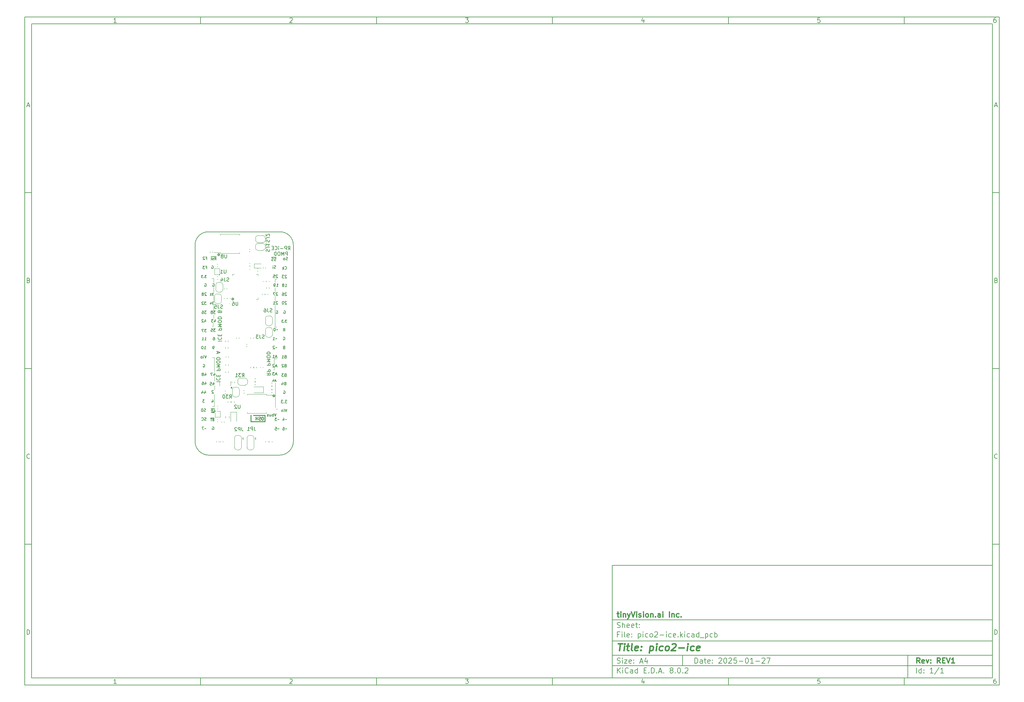
<source format=gbr>
%TF.GenerationSoftware,KiCad,Pcbnew,8.0.2*%
%TF.CreationDate,2025-02-02T23:53:12+05:30*%
%TF.ProjectId,pico2-ice,7069636f-322d-4696-9365-2e6b69636164,REV1*%
%TF.SameCoordinates,Original*%
%TF.FileFunction,Legend,Bot*%
%TF.FilePolarity,Positive*%
%FSLAX46Y46*%
G04 Gerber Fmt 4.6, Leading zero omitted, Abs format (unit mm)*
G04 Created by KiCad (PCBNEW 8.0.2) date 2025-02-02 23:53:12*
%MOMM*%
%LPD*%
G01*
G04 APERTURE LIST*
%ADD10C,0.100000*%
%ADD11C,0.150000*%
%ADD12C,0.300000*%
%ADD13C,0.400000*%
%ADD14C,0.120000*%
%ADD15C,0.002540*%
%ADD16C,0.254000*%
%ADD17C,0.127000*%
%TA.AperFunction,Profile*%
%ADD18C,0.127000*%
%TD*%
G04 APERTURE END LIST*
D10*
D11*
X177002200Y-166007200D02*
X285002200Y-166007200D01*
X285002200Y-198007200D01*
X177002200Y-198007200D01*
X177002200Y-166007200D01*
D10*
D11*
X10000000Y-10000000D02*
X287002200Y-10000000D01*
X287002200Y-200007200D01*
X10000000Y-200007200D01*
X10000000Y-10000000D01*
D10*
D11*
X12000000Y-12000000D02*
X285002200Y-12000000D01*
X285002200Y-198007200D01*
X12000000Y-198007200D01*
X12000000Y-12000000D01*
D10*
D11*
X60000000Y-12000000D02*
X60000000Y-10000000D01*
D10*
D11*
X110000000Y-12000000D02*
X110000000Y-10000000D01*
D10*
D11*
X160000000Y-12000000D02*
X160000000Y-10000000D01*
D10*
D11*
X210000000Y-12000000D02*
X210000000Y-10000000D01*
D10*
D11*
X260000000Y-12000000D02*
X260000000Y-10000000D01*
D10*
D11*
X36089160Y-11593604D02*
X35346303Y-11593604D01*
X35717731Y-11593604D02*
X35717731Y-10293604D01*
X35717731Y-10293604D02*
X35593922Y-10479319D01*
X35593922Y-10479319D02*
X35470112Y-10603128D01*
X35470112Y-10603128D02*
X35346303Y-10665033D01*
D10*
D11*
X85346303Y-10417414D02*
X85408207Y-10355509D01*
X85408207Y-10355509D02*
X85532017Y-10293604D01*
X85532017Y-10293604D02*
X85841541Y-10293604D01*
X85841541Y-10293604D02*
X85965350Y-10355509D01*
X85965350Y-10355509D02*
X86027255Y-10417414D01*
X86027255Y-10417414D02*
X86089160Y-10541223D01*
X86089160Y-10541223D02*
X86089160Y-10665033D01*
X86089160Y-10665033D02*
X86027255Y-10850747D01*
X86027255Y-10850747D02*
X85284398Y-11593604D01*
X85284398Y-11593604D02*
X86089160Y-11593604D01*
D10*
D11*
X135284398Y-10293604D02*
X136089160Y-10293604D01*
X136089160Y-10293604D02*
X135655826Y-10788842D01*
X135655826Y-10788842D02*
X135841541Y-10788842D01*
X135841541Y-10788842D02*
X135965350Y-10850747D01*
X135965350Y-10850747D02*
X136027255Y-10912652D01*
X136027255Y-10912652D02*
X136089160Y-11036461D01*
X136089160Y-11036461D02*
X136089160Y-11345985D01*
X136089160Y-11345985D02*
X136027255Y-11469795D01*
X136027255Y-11469795D02*
X135965350Y-11531700D01*
X135965350Y-11531700D02*
X135841541Y-11593604D01*
X135841541Y-11593604D02*
X135470112Y-11593604D01*
X135470112Y-11593604D02*
X135346303Y-11531700D01*
X135346303Y-11531700D02*
X135284398Y-11469795D01*
D10*
D11*
X185965350Y-10726938D02*
X185965350Y-11593604D01*
X185655826Y-10231700D02*
X185346303Y-11160271D01*
X185346303Y-11160271D02*
X186151064Y-11160271D01*
D10*
D11*
X236027255Y-10293604D02*
X235408207Y-10293604D01*
X235408207Y-10293604D02*
X235346303Y-10912652D01*
X235346303Y-10912652D02*
X235408207Y-10850747D01*
X235408207Y-10850747D02*
X235532017Y-10788842D01*
X235532017Y-10788842D02*
X235841541Y-10788842D01*
X235841541Y-10788842D02*
X235965350Y-10850747D01*
X235965350Y-10850747D02*
X236027255Y-10912652D01*
X236027255Y-10912652D02*
X236089160Y-11036461D01*
X236089160Y-11036461D02*
X236089160Y-11345985D01*
X236089160Y-11345985D02*
X236027255Y-11469795D01*
X236027255Y-11469795D02*
X235965350Y-11531700D01*
X235965350Y-11531700D02*
X235841541Y-11593604D01*
X235841541Y-11593604D02*
X235532017Y-11593604D01*
X235532017Y-11593604D02*
X235408207Y-11531700D01*
X235408207Y-11531700D02*
X235346303Y-11469795D01*
D10*
D11*
X285965350Y-10293604D02*
X285717731Y-10293604D01*
X285717731Y-10293604D02*
X285593922Y-10355509D01*
X285593922Y-10355509D02*
X285532017Y-10417414D01*
X285532017Y-10417414D02*
X285408207Y-10603128D01*
X285408207Y-10603128D02*
X285346303Y-10850747D01*
X285346303Y-10850747D02*
X285346303Y-11345985D01*
X285346303Y-11345985D02*
X285408207Y-11469795D01*
X285408207Y-11469795D02*
X285470112Y-11531700D01*
X285470112Y-11531700D02*
X285593922Y-11593604D01*
X285593922Y-11593604D02*
X285841541Y-11593604D01*
X285841541Y-11593604D02*
X285965350Y-11531700D01*
X285965350Y-11531700D02*
X286027255Y-11469795D01*
X286027255Y-11469795D02*
X286089160Y-11345985D01*
X286089160Y-11345985D02*
X286089160Y-11036461D01*
X286089160Y-11036461D02*
X286027255Y-10912652D01*
X286027255Y-10912652D02*
X285965350Y-10850747D01*
X285965350Y-10850747D02*
X285841541Y-10788842D01*
X285841541Y-10788842D02*
X285593922Y-10788842D01*
X285593922Y-10788842D02*
X285470112Y-10850747D01*
X285470112Y-10850747D02*
X285408207Y-10912652D01*
X285408207Y-10912652D02*
X285346303Y-11036461D01*
D10*
D11*
X60000000Y-198007200D02*
X60000000Y-200007200D01*
D10*
D11*
X110000000Y-198007200D02*
X110000000Y-200007200D01*
D10*
D11*
X160000000Y-198007200D02*
X160000000Y-200007200D01*
D10*
D11*
X210000000Y-198007200D02*
X210000000Y-200007200D01*
D10*
D11*
X260000000Y-198007200D02*
X260000000Y-200007200D01*
D10*
D11*
X36089160Y-199600804D02*
X35346303Y-199600804D01*
X35717731Y-199600804D02*
X35717731Y-198300804D01*
X35717731Y-198300804D02*
X35593922Y-198486519D01*
X35593922Y-198486519D02*
X35470112Y-198610328D01*
X35470112Y-198610328D02*
X35346303Y-198672233D01*
D10*
D11*
X85346303Y-198424614D02*
X85408207Y-198362709D01*
X85408207Y-198362709D02*
X85532017Y-198300804D01*
X85532017Y-198300804D02*
X85841541Y-198300804D01*
X85841541Y-198300804D02*
X85965350Y-198362709D01*
X85965350Y-198362709D02*
X86027255Y-198424614D01*
X86027255Y-198424614D02*
X86089160Y-198548423D01*
X86089160Y-198548423D02*
X86089160Y-198672233D01*
X86089160Y-198672233D02*
X86027255Y-198857947D01*
X86027255Y-198857947D02*
X85284398Y-199600804D01*
X85284398Y-199600804D02*
X86089160Y-199600804D01*
D10*
D11*
X135284398Y-198300804D02*
X136089160Y-198300804D01*
X136089160Y-198300804D02*
X135655826Y-198796042D01*
X135655826Y-198796042D02*
X135841541Y-198796042D01*
X135841541Y-198796042D02*
X135965350Y-198857947D01*
X135965350Y-198857947D02*
X136027255Y-198919852D01*
X136027255Y-198919852D02*
X136089160Y-199043661D01*
X136089160Y-199043661D02*
X136089160Y-199353185D01*
X136089160Y-199353185D02*
X136027255Y-199476995D01*
X136027255Y-199476995D02*
X135965350Y-199538900D01*
X135965350Y-199538900D02*
X135841541Y-199600804D01*
X135841541Y-199600804D02*
X135470112Y-199600804D01*
X135470112Y-199600804D02*
X135346303Y-199538900D01*
X135346303Y-199538900D02*
X135284398Y-199476995D01*
D10*
D11*
X185965350Y-198734138D02*
X185965350Y-199600804D01*
X185655826Y-198238900D02*
X185346303Y-199167471D01*
X185346303Y-199167471D02*
X186151064Y-199167471D01*
D10*
D11*
X236027255Y-198300804D02*
X235408207Y-198300804D01*
X235408207Y-198300804D02*
X235346303Y-198919852D01*
X235346303Y-198919852D02*
X235408207Y-198857947D01*
X235408207Y-198857947D02*
X235532017Y-198796042D01*
X235532017Y-198796042D02*
X235841541Y-198796042D01*
X235841541Y-198796042D02*
X235965350Y-198857947D01*
X235965350Y-198857947D02*
X236027255Y-198919852D01*
X236027255Y-198919852D02*
X236089160Y-199043661D01*
X236089160Y-199043661D02*
X236089160Y-199353185D01*
X236089160Y-199353185D02*
X236027255Y-199476995D01*
X236027255Y-199476995D02*
X235965350Y-199538900D01*
X235965350Y-199538900D02*
X235841541Y-199600804D01*
X235841541Y-199600804D02*
X235532017Y-199600804D01*
X235532017Y-199600804D02*
X235408207Y-199538900D01*
X235408207Y-199538900D02*
X235346303Y-199476995D01*
D10*
D11*
X285965350Y-198300804D02*
X285717731Y-198300804D01*
X285717731Y-198300804D02*
X285593922Y-198362709D01*
X285593922Y-198362709D02*
X285532017Y-198424614D01*
X285532017Y-198424614D02*
X285408207Y-198610328D01*
X285408207Y-198610328D02*
X285346303Y-198857947D01*
X285346303Y-198857947D02*
X285346303Y-199353185D01*
X285346303Y-199353185D02*
X285408207Y-199476995D01*
X285408207Y-199476995D02*
X285470112Y-199538900D01*
X285470112Y-199538900D02*
X285593922Y-199600804D01*
X285593922Y-199600804D02*
X285841541Y-199600804D01*
X285841541Y-199600804D02*
X285965350Y-199538900D01*
X285965350Y-199538900D02*
X286027255Y-199476995D01*
X286027255Y-199476995D02*
X286089160Y-199353185D01*
X286089160Y-199353185D02*
X286089160Y-199043661D01*
X286089160Y-199043661D02*
X286027255Y-198919852D01*
X286027255Y-198919852D02*
X285965350Y-198857947D01*
X285965350Y-198857947D02*
X285841541Y-198796042D01*
X285841541Y-198796042D02*
X285593922Y-198796042D01*
X285593922Y-198796042D02*
X285470112Y-198857947D01*
X285470112Y-198857947D02*
X285408207Y-198919852D01*
X285408207Y-198919852D02*
X285346303Y-199043661D01*
D10*
D11*
X10000000Y-60000000D02*
X12000000Y-60000000D01*
D10*
D11*
X10000000Y-110000000D02*
X12000000Y-110000000D01*
D10*
D11*
X10000000Y-160000000D02*
X12000000Y-160000000D01*
D10*
D11*
X10690476Y-35222176D02*
X11309523Y-35222176D01*
X10566666Y-35593604D02*
X10999999Y-34293604D01*
X10999999Y-34293604D02*
X11433333Y-35593604D01*
D10*
D11*
X11092857Y-84912652D02*
X11278571Y-84974557D01*
X11278571Y-84974557D02*
X11340476Y-85036461D01*
X11340476Y-85036461D02*
X11402380Y-85160271D01*
X11402380Y-85160271D02*
X11402380Y-85345985D01*
X11402380Y-85345985D02*
X11340476Y-85469795D01*
X11340476Y-85469795D02*
X11278571Y-85531700D01*
X11278571Y-85531700D02*
X11154761Y-85593604D01*
X11154761Y-85593604D02*
X10659523Y-85593604D01*
X10659523Y-85593604D02*
X10659523Y-84293604D01*
X10659523Y-84293604D02*
X11092857Y-84293604D01*
X11092857Y-84293604D02*
X11216666Y-84355509D01*
X11216666Y-84355509D02*
X11278571Y-84417414D01*
X11278571Y-84417414D02*
X11340476Y-84541223D01*
X11340476Y-84541223D02*
X11340476Y-84665033D01*
X11340476Y-84665033D02*
X11278571Y-84788842D01*
X11278571Y-84788842D02*
X11216666Y-84850747D01*
X11216666Y-84850747D02*
X11092857Y-84912652D01*
X11092857Y-84912652D02*
X10659523Y-84912652D01*
D10*
D11*
X11402380Y-135469795D02*
X11340476Y-135531700D01*
X11340476Y-135531700D02*
X11154761Y-135593604D01*
X11154761Y-135593604D02*
X11030952Y-135593604D01*
X11030952Y-135593604D02*
X10845238Y-135531700D01*
X10845238Y-135531700D02*
X10721428Y-135407890D01*
X10721428Y-135407890D02*
X10659523Y-135284080D01*
X10659523Y-135284080D02*
X10597619Y-135036461D01*
X10597619Y-135036461D02*
X10597619Y-134850747D01*
X10597619Y-134850747D02*
X10659523Y-134603128D01*
X10659523Y-134603128D02*
X10721428Y-134479319D01*
X10721428Y-134479319D02*
X10845238Y-134355509D01*
X10845238Y-134355509D02*
X11030952Y-134293604D01*
X11030952Y-134293604D02*
X11154761Y-134293604D01*
X11154761Y-134293604D02*
X11340476Y-134355509D01*
X11340476Y-134355509D02*
X11402380Y-134417414D01*
D10*
D11*
X10659523Y-185593604D02*
X10659523Y-184293604D01*
X10659523Y-184293604D02*
X10969047Y-184293604D01*
X10969047Y-184293604D02*
X11154761Y-184355509D01*
X11154761Y-184355509D02*
X11278571Y-184479319D01*
X11278571Y-184479319D02*
X11340476Y-184603128D01*
X11340476Y-184603128D02*
X11402380Y-184850747D01*
X11402380Y-184850747D02*
X11402380Y-185036461D01*
X11402380Y-185036461D02*
X11340476Y-185284080D01*
X11340476Y-185284080D02*
X11278571Y-185407890D01*
X11278571Y-185407890D02*
X11154761Y-185531700D01*
X11154761Y-185531700D02*
X10969047Y-185593604D01*
X10969047Y-185593604D02*
X10659523Y-185593604D01*
D10*
D11*
X287002200Y-60000000D02*
X285002200Y-60000000D01*
D10*
D11*
X287002200Y-110000000D02*
X285002200Y-110000000D01*
D10*
D11*
X287002200Y-160000000D02*
X285002200Y-160000000D01*
D10*
D11*
X285692676Y-35222176D02*
X286311723Y-35222176D01*
X285568866Y-35593604D02*
X286002199Y-34293604D01*
X286002199Y-34293604D02*
X286435533Y-35593604D01*
D10*
D11*
X286095057Y-84912652D02*
X286280771Y-84974557D01*
X286280771Y-84974557D02*
X286342676Y-85036461D01*
X286342676Y-85036461D02*
X286404580Y-85160271D01*
X286404580Y-85160271D02*
X286404580Y-85345985D01*
X286404580Y-85345985D02*
X286342676Y-85469795D01*
X286342676Y-85469795D02*
X286280771Y-85531700D01*
X286280771Y-85531700D02*
X286156961Y-85593604D01*
X286156961Y-85593604D02*
X285661723Y-85593604D01*
X285661723Y-85593604D02*
X285661723Y-84293604D01*
X285661723Y-84293604D02*
X286095057Y-84293604D01*
X286095057Y-84293604D02*
X286218866Y-84355509D01*
X286218866Y-84355509D02*
X286280771Y-84417414D01*
X286280771Y-84417414D02*
X286342676Y-84541223D01*
X286342676Y-84541223D02*
X286342676Y-84665033D01*
X286342676Y-84665033D02*
X286280771Y-84788842D01*
X286280771Y-84788842D02*
X286218866Y-84850747D01*
X286218866Y-84850747D02*
X286095057Y-84912652D01*
X286095057Y-84912652D02*
X285661723Y-84912652D01*
D10*
D11*
X286404580Y-135469795D02*
X286342676Y-135531700D01*
X286342676Y-135531700D02*
X286156961Y-135593604D01*
X286156961Y-135593604D02*
X286033152Y-135593604D01*
X286033152Y-135593604D02*
X285847438Y-135531700D01*
X285847438Y-135531700D02*
X285723628Y-135407890D01*
X285723628Y-135407890D02*
X285661723Y-135284080D01*
X285661723Y-135284080D02*
X285599819Y-135036461D01*
X285599819Y-135036461D02*
X285599819Y-134850747D01*
X285599819Y-134850747D02*
X285661723Y-134603128D01*
X285661723Y-134603128D02*
X285723628Y-134479319D01*
X285723628Y-134479319D02*
X285847438Y-134355509D01*
X285847438Y-134355509D02*
X286033152Y-134293604D01*
X286033152Y-134293604D02*
X286156961Y-134293604D01*
X286156961Y-134293604D02*
X286342676Y-134355509D01*
X286342676Y-134355509D02*
X286404580Y-134417414D01*
D10*
D11*
X285661723Y-185593604D02*
X285661723Y-184293604D01*
X285661723Y-184293604D02*
X285971247Y-184293604D01*
X285971247Y-184293604D02*
X286156961Y-184355509D01*
X286156961Y-184355509D02*
X286280771Y-184479319D01*
X286280771Y-184479319D02*
X286342676Y-184603128D01*
X286342676Y-184603128D02*
X286404580Y-184850747D01*
X286404580Y-184850747D02*
X286404580Y-185036461D01*
X286404580Y-185036461D02*
X286342676Y-185284080D01*
X286342676Y-185284080D02*
X286280771Y-185407890D01*
X286280771Y-185407890D02*
X286156961Y-185531700D01*
X286156961Y-185531700D02*
X285971247Y-185593604D01*
X285971247Y-185593604D02*
X285661723Y-185593604D01*
D10*
D11*
X200458026Y-193793328D02*
X200458026Y-192293328D01*
X200458026Y-192293328D02*
X200815169Y-192293328D01*
X200815169Y-192293328D02*
X201029455Y-192364757D01*
X201029455Y-192364757D02*
X201172312Y-192507614D01*
X201172312Y-192507614D02*
X201243741Y-192650471D01*
X201243741Y-192650471D02*
X201315169Y-192936185D01*
X201315169Y-192936185D02*
X201315169Y-193150471D01*
X201315169Y-193150471D02*
X201243741Y-193436185D01*
X201243741Y-193436185D02*
X201172312Y-193579042D01*
X201172312Y-193579042D02*
X201029455Y-193721900D01*
X201029455Y-193721900D02*
X200815169Y-193793328D01*
X200815169Y-193793328D02*
X200458026Y-193793328D01*
X202600884Y-193793328D02*
X202600884Y-193007614D01*
X202600884Y-193007614D02*
X202529455Y-192864757D01*
X202529455Y-192864757D02*
X202386598Y-192793328D01*
X202386598Y-192793328D02*
X202100884Y-192793328D01*
X202100884Y-192793328D02*
X201958026Y-192864757D01*
X202600884Y-193721900D02*
X202458026Y-193793328D01*
X202458026Y-193793328D02*
X202100884Y-193793328D01*
X202100884Y-193793328D02*
X201958026Y-193721900D01*
X201958026Y-193721900D02*
X201886598Y-193579042D01*
X201886598Y-193579042D02*
X201886598Y-193436185D01*
X201886598Y-193436185D02*
X201958026Y-193293328D01*
X201958026Y-193293328D02*
X202100884Y-193221900D01*
X202100884Y-193221900D02*
X202458026Y-193221900D01*
X202458026Y-193221900D02*
X202600884Y-193150471D01*
X203100884Y-192793328D02*
X203672312Y-192793328D01*
X203315169Y-192293328D02*
X203315169Y-193579042D01*
X203315169Y-193579042D02*
X203386598Y-193721900D01*
X203386598Y-193721900D02*
X203529455Y-193793328D01*
X203529455Y-193793328D02*
X203672312Y-193793328D01*
X204743741Y-193721900D02*
X204600884Y-193793328D01*
X204600884Y-193793328D02*
X204315170Y-193793328D01*
X204315170Y-193793328D02*
X204172312Y-193721900D01*
X204172312Y-193721900D02*
X204100884Y-193579042D01*
X204100884Y-193579042D02*
X204100884Y-193007614D01*
X204100884Y-193007614D02*
X204172312Y-192864757D01*
X204172312Y-192864757D02*
X204315170Y-192793328D01*
X204315170Y-192793328D02*
X204600884Y-192793328D01*
X204600884Y-192793328D02*
X204743741Y-192864757D01*
X204743741Y-192864757D02*
X204815170Y-193007614D01*
X204815170Y-193007614D02*
X204815170Y-193150471D01*
X204815170Y-193150471D02*
X204100884Y-193293328D01*
X205458026Y-193650471D02*
X205529455Y-193721900D01*
X205529455Y-193721900D02*
X205458026Y-193793328D01*
X205458026Y-193793328D02*
X205386598Y-193721900D01*
X205386598Y-193721900D02*
X205458026Y-193650471D01*
X205458026Y-193650471D02*
X205458026Y-193793328D01*
X205458026Y-192864757D02*
X205529455Y-192936185D01*
X205529455Y-192936185D02*
X205458026Y-193007614D01*
X205458026Y-193007614D02*
X205386598Y-192936185D01*
X205386598Y-192936185D02*
X205458026Y-192864757D01*
X205458026Y-192864757D02*
X205458026Y-193007614D01*
X207243741Y-192436185D02*
X207315169Y-192364757D01*
X207315169Y-192364757D02*
X207458027Y-192293328D01*
X207458027Y-192293328D02*
X207815169Y-192293328D01*
X207815169Y-192293328D02*
X207958027Y-192364757D01*
X207958027Y-192364757D02*
X208029455Y-192436185D01*
X208029455Y-192436185D02*
X208100884Y-192579042D01*
X208100884Y-192579042D02*
X208100884Y-192721900D01*
X208100884Y-192721900D02*
X208029455Y-192936185D01*
X208029455Y-192936185D02*
X207172312Y-193793328D01*
X207172312Y-193793328D02*
X208100884Y-193793328D01*
X209029455Y-192293328D02*
X209172312Y-192293328D01*
X209172312Y-192293328D02*
X209315169Y-192364757D01*
X209315169Y-192364757D02*
X209386598Y-192436185D01*
X209386598Y-192436185D02*
X209458026Y-192579042D01*
X209458026Y-192579042D02*
X209529455Y-192864757D01*
X209529455Y-192864757D02*
X209529455Y-193221900D01*
X209529455Y-193221900D02*
X209458026Y-193507614D01*
X209458026Y-193507614D02*
X209386598Y-193650471D01*
X209386598Y-193650471D02*
X209315169Y-193721900D01*
X209315169Y-193721900D02*
X209172312Y-193793328D01*
X209172312Y-193793328D02*
X209029455Y-193793328D01*
X209029455Y-193793328D02*
X208886598Y-193721900D01*
X208886598Y-193721900D02*
X208815169Y-193650471D01*
X208815169Y-193650471D02*
X208743740Y-193507614D01*
X208743740Y-193507614D02*
X208672312Y-193221900D01*
X208672312Y-193221900D02*
X208672312Y-192864757D01*
X208672312Y-192864757D02*
X208743740Y-192579042D01*
X208743740Y-192579042D02*
X208815169Y-192436185D01*
X208815169Y-192436185D02*
X208886598Y-192364757D01*
X208886598Y-192364757D02*
X209029455Y-192293328D01*
X210100883Y-192436185D02*
X210172311Y-192364757D01*
X210172311Y-192364757D02*
X210315169Y-192293328D01*
X210315169Y-192293328D02*
X210672311Y-192293328D01*
X210672311Y-192293328D02*
X210815169Y-192364757D01*
X210815169Y-192364757D02*
X210886597Y-192436185D01*
X210886597Y-192436185D02*
X210958026Y-192579042D01*
X210958026Y-192579042D02*
X210958026Y-192721900D01*
X210958026Y-192721900D02*
X210886597Y-192936185D01*
X210886597Y-192936185D02*
X210029454Y-193793328D01*
X210029454Y-193793328D02*
X210958026Y-193793328D01*
X212315168Y-192293328D02*
X211600882Y-192293328D01*
X211600882Y-192293328D02*
X211529454Y-193007614D01*
X211529454Y-193007614D02*
X211600882Y-192936185D01*
X211600882Y-192936185D02*
X211743740Y-192864757D01*
X211743740Y-192864757D02*
X212100882Y-192864757D01*
X212100882Y-192864757D02*
X212243740Y-192936185D01*
X212243740Y-192936185D02*
X212315168Y-193007614D01*
X212315168Y-193007614D02*
X212386597Y-193150471D01*
X212386597Y-193150471D02*
X212386597Y-193507614D01*
X212386597Y-193507614D02*
X212315168Y-193650471D01*
X212315168Y-193650471D02*
X212243740Y-193721900D01*
X212243740Y-193721900D02*
X212100882Y-193793328D01*
X212100882Y-193793328D02*
X211743740Y-193793328D01*
X211743740Y-193793328D02*
X211600882Y-193721900D01*
X211600882Y-193721900D02*
X211529454Y-193650471D01*
X213029453Y-193221900D02*
X214172311Y-193221900D01*
X215172311Y-192293328D02*
X215315168Y-192293328D01*
X215315168Y-192293328D02*
X215458025Y-192364757D01*
X215458025Y-192364757D02*
X215529454Y-192436185D01*
X215529454Y-192436185D02*
X215600882Y-192579042D01*
X215600882Y-192579042D02*
X215672311Y-192864757D01*
X215672311Y-192864757D02*
X215672311Y-193221900D01*
X215672311Y-193221900D02*
X215600882Y-193507614D01*
X215600882Y-193507614D02*
X215529454Y-193650471D01*
X215529454Y-193650471D02*
X215458025Y-193721900D01*
X215458025Y-193721900D02*
X215315168Y-193793328D01*
X215315168Y-193793328D02*
X215172311Y-193793328D01*
X215172311Y-193793328D02*
X215029454Y-193721900D01*
X215029454Y-193721900D02*
X214958025Y-193650471D01*
X214958025Y-193650471D02*
X214886596Y-193507614D01*
X214886596Y-193507614D02*
X214815168Y-193221900D01*
X214815168Y-193221900D02*
X214815168Y-192864757D01*
X214815168Y-192864757D02*
X214886596Y-192579042D01*
X214886596Y-192579042D02*
X214958025Y-192436185D01*
X214958025Y-192436185D02*
X215029454Y-192364757D01*
X215029454Y-192364757D02*
X215172311Y-192293328D01*
X217100882Y-193793328D02*
X216243739Y-193793328D01*
X216672310Y-193793328D02*
X216672310Y-192293328D01*
X216672310Y-192293328D02*
X216529453Y-192507614D01*
X216529453Y-192507614D02*
X216386596Y-192650471D01*
X216386596Y-192650471D02*
X216243739Y-192721900D01*
X217743738Y-193221900D02*
X218886596Y-193221900D01*
X219529453Y-192436185D02*
X219600881Y-192364757D01*
X219600881Y-192364757D02*
X219743739Y-192293328D01*
X219743739Y-192293328D02*
X220100881Y-192293328D01*
X220100881Y-192293328D02*
X220243739Y-192364757D01*
X220243739Y-192364757D02*
X220315167Y-192436185D01*
X220315167Y-192436185D02*
X220386596Y-192579042D01*
X220386596Y-192579042D02*
X220386596Y-192721900D01*
X220386596Y-192721900D02*
X220315167Y-192936185D01*
X220315167Y-192936185D02*
X219458024Y-193793328D01*
X219458024Y-193793328D02*
X220386596Y-193793328D01*
X220886595Y-192293328D02*
X221886595Y-192293328D01*
X221886595Y-192293328D02*
X221243738Y-193793328D01*
D10*
D11*
X177002200Y-194507200D02*
X285002200Y-194507200D01*
D10*
D11*
X178458026Y-196593328D02*
X178458026Y-195093328D01*
X179315169Y-196593328D02*
X178672312Y-195736185D01*
X179315169Y-195093328D02*
X178458026Y-195950471D01*
X179958026Y-196593328D02*
X179958026Y-195593328D01*
X179958026Y-195093328D02*
X179886598Y-195164757D01*
X179886598Y-195164757D02*
X179958026Y-195236185D01*
X179958026Y-195236185D02*
X180029455Y-195164757D01*
X180029455Y-195164757D02*
X179958026Y-195093328D01*
X179958026Y-195093328D02*
X179958026Y-195236185D01*
X181529455Y-196450471D02*
X181458027Y-196521900D01*
X181458027Y-196521900D02*
X181243741Y-196593328D01*
X181243741Y-196593328D02*
X181100884Y-196593328D01*
X181100884Y-196593328D02*
X180886598Y-196521900D01*
X180886598Y-196521900D02*
X180743741Y-196379042D01*
X180743741Y-196379042D02*
X180672312Y-196236185D01*
X180672312Y-196236185D02*
X180600884Y-195950471D01*
X180600884Y-195950471D02*
X180600884Y-195736185D01*
X180600884Y-195736185D02*
X180672312Y-195450471D01*
X180672312Y-195450471D02*
X180743741Y-195307614D01*
X180743741Y-195307614D02*
X180886598Y-195164757D01*
X180886598Y-195164757D02*
X181100884Y-195093328D01*
X181100884Y-195093328D02*
X181243741Y-195093328D01*
X181243741Y-195093328D02*
X181458027Y-195164757D01*
X181458027Y-195164757D02*
X181529455Y-195236185D01*
X182815170Y-196593328D02*
X182815170Y-195807614D01*
X182815170Y-195807614D02*
X182743741Y-195664757D01*
X182743741Y-195664757D02*
X182600884Y-195593328D01*
X182600884Y-195593328D02*
X182315170Y-195593328D01*
X182315170Y-195593328D02*
X182172312Y-195664757D01*
X182815170Y-196521900D02*
X182672312Y-196593328D01*
X182672312Y-196593328D02*
X182315170Y-196593328D01*
X182315170Y-196593328D02*
X182172312Y-196521900D01*
X182172312Y-196521900D02*
X182100884Y-196379042D01*
X182100884Y-196379042D02*
X182100884Y-196236185D01*
X182100884Y-196236185D02*
X182172312Y-196093328D01*
X182172312Y-196093328D02*
X182315170Y-196021900D01*
X182315170Y-196021900D02*
X182672312Y-196021900D01*
X182672312Y-196021900D02*
X182815170Y-195950471D01*
X184172313Y-196593328D02*
X184172313Y-195093328D01*
X184172313Y-196521900D02*
X184029455Y-196593328D01*
X184029455Y-196593328D02*
X183743741Y-196593328D01*
X183743741Y-196593328D02*
X183600884Y-196521900D01*
X183600884Y-196521900D02*
X183529455Y-196450471D01*
X183529455Y-196450471D02*
X183458027Y-196307614D01*
X183458027Y-196307614D02*
X183458027Y-195879042D01*
X183458027Y-195879042D02*
X183529455Y-195736185D01*
X183529455Y-195736185D02*
X183600884Y-195664757D01*
X183600884Y-195664757D02*
X183743741Y-195593328D01*
X183743741Y-195593328D02*
X184029455Y-195593328D01*
X184029455Y-195593328D02*
X184172313Y-195664757D01*
X186029455Y-195807614D02*
X186529455Y-195807614D01*
X186743741Y-196593328D02*
X186029455Y-196593328D01*
X186029455Y-196593328D02*
X186029455Y-195093328D01*
X186029455Y-195093328D02*
X186743741Y-195093328D01*
X187386598Y-196450471D02*
X187458027Y-196521900D01*
X187458027Y-196521900D02*
X187386598Y-196593328D01*
X187386598Y-196593328D02*
X187315170Y-196521900D01*
X187315170Y-196521900D02*
X187386598Y-196450471D01*
X187386598Y-196450471D02*
X187386598Y-196593328D01*
X188100884Y-196593328D02*
X188100884Y-195093328D01*
X188100884Y-195093328D02*
X188458027Y-195093328D01*
X188458027Y-195093328D02*
X188672313Y-195164757D01*
X188672313Y-195164757D02*
X188815170Y-195307614D01*
X188815170Y-195307614D02*
X188886599Y-195450471D01*
X188886599Y-195450471D02*
X188958027Y-195736185D01*
X188958027Y-195736185D02*
X188958027Y-195950471D01*
X188958027Y-195950471D02*
X188886599Y-196236185D01*
X188886599Y-196236185D02*
X188815170Y-196379042D01*
X188815170Y-196379042D02*
X188672313Y-196521900D01*
X188672313Y-196521900D02*
X188458027Y-196593328D01*
X188458027Y-196593328D02*
X188100884Y-196593328D01*
X189600884Y-196450471D02*
X189672313Y-196521900D01*
X189672313Y-196521900D02*
X189600884Y-196593328D01*
X189600884Y-196593328D02*
X189529456Y-196521900D01*
X189529456Y-196521900D02*
X189600884Y-196450471D01*
X189600884Y-196450471D02*
X189600884Y-196593328D01*
X190243742Y-196164757D02*
X190958028Y-196164757D01*
X190100885Y-196593328D02*
X190600885Y-195093328D01*
X190600885Y-195093328D02*
X191100885Y-196593328D01*
X191600884Y-196450471D02*
X191672313Y-196521900D01*
X191672313Y-196521900D02*
X191600884Y-196593328D01*
X191600884Y-196593328D02*
X191529456Y-196521900D01*
X191529456Y-196521900D02*
X191600884Y-196450471D01*
X191600884Y-196450471D02*
X191600884Y-196593328D01*
X193672313Y-195736185D02*
X193529456Y-195664757D01*
X193529456Y-195664757D02*
X193458027Y-195593328D01*
X193458027Y-195593328D02*
X193386599Y-195450471D01*
X193386599Y-195450471D02*
X193386599Y-195379042D01*
X193386599Y-195379042D02*
X193458027Y-195236185D01*
X193458027Y-195236185D02*
X193529456Y-195164757D01*
X193529456Y-195164757D02*
X193672313Y-195093328D01*
X193672313Y-195093328D02*
X193958027Y-195093328D01*
X193958027Y-195093328D02*
X194100885Y-195164757D01*
X194100885Y-195164757D02*
X194172313Y-195236185D01*
X194172313Y-195236185D02*
X194243742Y-195379042D01*
X194243742Y-195379042D02*
X194243742Y-195450471D01*
X194243742Y-195450471D02*
X194172313Y-195593328D01*
X194172313Y-195593328D02*
X194100885Y-195664757D01*
X194100885Y-195664757D02*
X193958027Y-195736185D01*
X193958027Y-195736185D02*
X193672313Y-195736185D01*
X193672313Y-195736185D02*
X193529456Y-195807614D01*
X193529456Y-195807614D02*
X193458027Y-195879042D01*
X193458027Y-195879042D02*
X193386599Y-196021900D01*
X193386599Y-196021900D02*
X193386599Y-196307614D01*
X193386599Y-196307614D02*
X193458027Y-196450471D01*
X193458027Y-196450471D02*
X193529456Y-196521900D01*
X193529456Y-196521900D02*
X193672313Y-196593328D01*
X193672313Y-196593328D02*
X193958027Y-196593328D01*
X193958027Y-196593328D02*
X194100885Y-196521900D01*
X194100885Y-196521900D02*
X194172313Y-196450471D01*
X194172313Y-196450471D02*
X194243742Y-196307614D01*
X194243742Y-196307614D02*
X194243742Y-196021900D01*
X194243742Y-196021900D02*
X194172313Y-195879042D01*
X194172313Y-195879042D02*
X194100885Y-195807614D01*
X194100885Y-195807614D02*
X193958027Y-195736185D01*
X194886598Y-196450471D02*
X194958027Y-196521900D01*
X194958027Y-196521900D02*
X194886598Y-196593328D01*
X194886598Y-196593328D02*
X194815170Y-196521900D01*
X194815170Y-196521900D02*
X194886598Y-196450471D01*
X194886598Y-196450471D02*
X194886598Y-196593328D01*
X195886599Y-195093328D02*
X196029456Y-195093328D01*
X196029456Y-195093328D02*
X196172313Y-195164757D01*
X196172313Y-195164757D02*
X196243742Y-195236185D01*
X196243742Y-195236185D02*
X196315170Y-195379042D01*
X196315170Y-195379042D02*
X196386599Y-195664757D01*
X196386599Y-195664757D02*
X196386599Y-196021900D01*
X196386599Y-196021900D02*
X196315170Y-196307614D01*
X196315170Y-196307614D02*
X196243742Y-196450471D01*
X196243742Y-196450471D02*
X196172313Y-196521900D01*
X196172313Y-196521900D02*
X196029456Y-196593328D01*
X196029456Y-196593328D02*
X195886599Y-196593328D01*
X195886599Y-196593328D02*
X195743742Y-196521900D01*
X195743742Y-196521900D02*
X195672313Y-196450471D01*
X195672313Y-196450471D02*
X195600884Y-196307614D01*
X195600884Y-196307614D02*
X195529456Y-196021900D01*
X195529456Y-196021900D02*
X195529456Y-195664757D01*
X195529456Y-195664757D02*
X195600884Y-195379042D01*
X195600884Y-195379042D02*
X195672313Y-195236185D01*
X195672313Y-195236185D02*
X195743742Y-195164757D01*
X195743742Y-195164757D02*
X195886599Y-195093328D01*
X197029455Y-196450471D02*
X197100884Y-196521900D01*
X197100884Y-196521900D02*
X197029455Y-196593328D01*
X197029455Y-196593328D02*
X196958027Y-196521900D01*
X196958027Y-196521900D02*
X197029455Y-196450471D01*
X197029455Y-196450471D02*
X197029455Y-196593328D01*
X197672313Y-195236185D02*
X197743741Y-195164757D01*
X197743741Y-195164757D02*
X197886599Y-195093328D01*
X197886599Y-195093328D02*
X198243741Y-195093328D01*
X198243741Y-195093328D02*
X198386599Y-195164757D01*
X198386599Y-195164757D02*
X198458027Y-195236185D01*
X198458027Y-195236185D02*
X198529456Y-195379042D01*
X198529456Y-195379042D02*
X198529456Y-195521900D01*
X198529456Y-195521900D02*
X198458027Y-195736185D01*
X198458027Y-195736185D02*
X197600884Y-196593328D01*
X197600884Y-196593328D02*
X198529456Y-196593328D01*
D10*
D11*
X177002200Y-191507200D02*
X285002200Y-191507200D01*
D10*
D12*
X264413853Y-193785528D02*
X263913853Y-193071242D01*
X263556710Y-193785528D02*
X263556710Y-192285528D01*
X263556710Y-192285528D02*
X264128139Y-192285528D01*
X264128139Y-192285528D02*
X264270996Y-192356957D01*
X264270996Y-192356957D02*
X264342425Y-192428385D01*
X264342425Y-192428385D02*
X264413853Y-192571242D01*
X264413853Y-192571242D02*
X264413853Y-192785528D01*
X264413853Y-192785528D02*
X264342425Y-192928385D01*
X264342425Y-192928385D02*
X264270996Y-192999814D01*
X264270996Y-192999814D02*
X264128139Y-193071242D01*
X264128139Y-193071242D02*
X263556710Y-193071242D01*
X265628139Y-193714100D02*
X265485282Y-193785528D01*
X265485282Y-193785528D02*
X265199568Y-193785528D01*
X265199568Y-193785528D02*
X265056710Y-193714100D01*
X265056710Y-193714100D02*
X264985282Y-193571242D01*
X264985282Y-193571242D02*
X264985282Y-192999814D01*
X264985282Y-192999814D02*
X265056710Y-192856957D01*
X265056710Y-192856957D02*
X265199568Y-192785528D01*
X265199568Y-192785528D02*
X265485282Y-192785528D01*
X265485282Y-192785528D02*
X265628139Y-192856957D01*
X265628139Y-192856957D02*
X265699568Y-192999814D01*
X265699568Y-192999814D02*
X265699568Y-193142671D01*
X265699568Y-193142671D02*
X264985282Y-193285528D01*
X266199567Y-192785528D02*
X266556710Y-193785528D01*
X266556710Y-193785528D02*
X266913853Y-192785528D01*
X267485281Y-193642671D02*
X267556710Y-193714100D01*
X267556710Y-193714100D02*
X267485281Y-193785528D01*
X267485281Y-193785528D02*
X267413853Y-193714100D01*
X267413853Y-193714100D02*
X267485281Y-193642671D01*
X267485281Y-193642671D02*
X267485281Y-193785528D01*
X267485281Y-192856957D02*
X267556710Y-192928385D01*
X267556710Y-192928385D02*
X267485281Y-192999814D01*
X267485281Y-192999814D02*
X267413853Y-192928385D01*
X267413853Y-192928385D02*
X267485281Y-192856957D01*
X267485281Y-192856957D02*
X267485281Y-192999814D01*
X270199567Y-193785528D02*
X269699567Y-193071242D01*
X269342424Y-193785528D02*
X269342424Y-192285528D01*
X269342424Y-192285528D02*
X269913853Y-192285528D01*
X269913853Y-192285528D02*
X270056710Y-192356957D01*
X270056710Y-192356957D02*
X270128139Y-192428385D01*
X270128139Y-192428385D02*
X270199567Y-192571242D01*
X270199567Y-192571242D02*
X270199567Y-192785528D01*
X270199567Y-192785528D02*
X270128139Y-192928385D01*
X270128139Y-192928385D02*
X270056710Y-192999814D01*
X270056710Y-192999814D02*
X269913853Y-193071242D01*
X269913853Y-193071242D02*
X269342424Y-193071242D01*
X270842424Y-192999814D02*
X271342424Y-192999814D01*
X271556710Y-193785528D02*
X270842424Y-193785528D01*
X270842424Y-193785528D02*
X270842424Y-192285528D01*
X270842424Y-192285528D02*
X271556710Y-192285528D01*
X271985282Y-192285528D02*
X272485282Y-193785528D01*
X272485282Y-193785528D02*
X272985282Y-192285528D01*
X274270996Y-193785528D02*
X273413853Y-193785528D01*
X273842424Y-193785528D02*
X273842424Y-192285528D01*
X273842424Y-192285528D02*
X273699567Y-192499814D01*
X273699567Y-192499814D02*
X273556710Y-192642671D01*
X273556710Y-192642671D02*
X273413853Y-192714100D01*
D10*
D11*
X178386598Y-193721900D02*
X178600884Y-193793328D01*
X178600884Y-193793328D02*
X178958026Y-193793328D01*
X178958026Y-193793328D02*
X179100884Y-193721900D01*
X179100884Y-193721900D02*
X179172312Y-193650471D01*
X179172312Y-193650471D02*
X179243741Y-193507614D01*
X179243741Y-193507614D02*
X179243741Y-193364757D01*
X179243741Y-193364757D02*
X179172312Y-193221900D01*
X179172312Y-193221900D02*
X179100884Y-193150471D01*
X179100884Y-193150471D02*
X178958026Y-193079042D01*
X178958026Y-193079042D02*
X178672312Y-193007614D01*
X178672312Y-193007614D02*
X178529455Y-192936185D01*
X178529455Y-192936185D02*
X178458026Y-192864757D01*
X178458026Y-192864757D02*
X178386598Y-192721900D01*
X178386598Y-192721900D02*
X178386598Y-192579042D01*
X178386598Y-192579042D02*
X178458026Y-192436185D01*
X178458026Y-192436185D02*
X178529455Y-192364757D01*
X178529455Y-192364757D02*
X178672312Y-192293328D01*
X178672312Y-192293328D02*
X179029455Y-192293328D01*
X179029455Y-192293328D02*
X179243741Y-192364757D01*
X179886597Y-193793328D02*
X179886597Y-192793328D01*
X179886597Y-192293328D02*
X179815169Y-192364757D01*
X179815169Y-192364757D02*
X179886597Y-192436185D01*
X179886597Y-192436185D02*
X179958026Y-192364757D01*
X179958026Y-192364757D02*
X179886597Y-192293328D01*
X179886597Y-192293328D02*
X179886597Y-192436185D01*
X180458026Y-192793328D02*
X181243741Y-192793328D01*
X181243741Y-192793328D02*
X180458026Y-193793328D01*
X180458026Y-193793328D02*
X181243741Y-193793328D01*
X182386598Y-193721900D02*
X182243741Y-193793328D01*
X182243741Y-193793328D02*
X181958027Y-193793328D01*
X181958027Y-193793328D02*
X181815169Y-193721900D01*
X181815169Y-193721900D02*
X181743741Y-193579042D01*
X181743741Y-193579042D02*
X181743741Y-193007614D01*
X181743741Y-193007614D02*
X181815169Y-192864757D01*
X181815169Y-192864757D02*
X181958027Y-192793328D01*
X181958027Y-192793328D02*
X182243741Y-192793328D01*
X182243741Y-192793328D02*
X182386598Y-192864757D01*
X182386598Y-192864757D02*
X182458027Y-193007614D01*
X182458027Y-193007614D02*
X182458027Y-193150471D01*
X182458027Y-193150471D02*
X181743741Y-193293328D01*
X183100883Y-193650471D02*
X183172312Y-193721900D01*
X183172312Y-193721900D02*
X183100883Y-193793328D01*
X183100883Y-193793328D02*
X183029455Y-193721900D01*
X183029455Y-193721900D02*
X183100883Y-193650471D01*
X183100883Y-193650471D02*
X183100883Y-193793328D01*
X183100883Y-192864757D02*
X183172312Y-192936185D01*
X183172312Y-192936185D02*
X183100883Y-193007614D01*
X183100883Y-193007614D02*
X183029455Y-192936185D01*
X183029455Y-192936185D02*
X183100883Y-192864757D01*
X183100883Y-192864757D02*
X183100883Y-193007614D01*
X184886598Y-193364757D02*
X185600884Y-193364757D01*
X184743741Y-193793328D02*
X185243741Y-192293328D01*
X185243741Y-192293328D02*
X185743741Y-193793328D01*
X186886598Y-192793328D02*
X186886598Y-193793328D01*
X186529455Y-192221900D02*
X186172312Y-193293328D01*
X186172312Y-193293328D02*
X187100883Y-193293328D01*
D10*
D11*
X263458026Y-196593328D02*
X263458026Y-195093328D01*
X264815170Y-196593328D02*
X264815170Y-195093328D01*
X264815170Y-196521900D02*
X264672312Y-196593328D01*
X264672312Y-196593328D02*
X264386598Y-196593328D01*
X264386598Y-196593328D02*
X264243741Y-196521900D01*
X264243741Y-196521900D02*
X264172312Y-196450471D01*
X264172312Y-196450471D02*
X264100884Y-196307614D01*
X264100884Y-196307614D02*
X264100884Y-195879042D01*
X264100884Y-195879042D02*
X264172312Y-195736185D01*
X264172312Y-195736185D02*
X264243741Y-195664757D01*
X264243741Y-195664757D02*
X264386598Y-195593328D01*
X264386598Y-195593328D02*
X264672312Y-195593328D01*
X264672312Y-195593328D02*
X264815170Y-195664757D01*
X265529455Y-196450471D02*
X265600884Y-196521900D01*
X265600884Y-196521900D02*
X265529455Y-196593328D01*
X265529455Y-196593328D02*
X265458027Y-196521900D01*
X265458027Y-196521900D02*
X265529455Y-196450471D01*
X265529455Y-196450471D02*
X265529455Y-196593328D01*
X265529455Y-195664757D02*
X265600884Y-195736185D01*
X265600884Y-195736185D02*
X265529455Y-195807614D01*
X265529455Y-195807614D02*
X265458027Y-195736185D01*
X265458027Y-195736185D02*
X265529455Y-195664757D01*
X265529455Y-195664757D02*
X265529455Y-195807614D01*
X268172313Y-196593328D02*
X267315170Y-196593328D01*
X267743741Y-196593328D02*
X267743741Y-195093328D01*
X267743741Y-195093328D02*
X267600884Y-195307614D01*
X267600884Y-195307614D02*
X267458027Y-195450471D01*
X267458027Y-195450471D02*
X267315170Y-195521900D01*
X269886598Y-195021900D02*
X268600884Y-196950471D01*
X271172313Y-196593328D02*
X270315170Y-196593328D01*
X270743741Y-196593328D02*
X270743741Y-195093328D01*
X270743741Y-195093328D02*
X270600884Y-195307614D01*
X270600884Y-195307614D02*
X270458027Y-195450471D01*
X270458027Y-195450471D02*
X270315170Y-195521900D01*
D10*
D11*
X177002200Y-187507200D02*
X285002200Y-187507200D01*
D10*
D13*
X178693928Y-188211638D02*
X179836785Y-188211638D01*
X179015357Y-190211638D02*
X179265357Y-188211638D01*
X180253452Y-190211638D02*
X180420119Y-188878304D01*
X180503452Y-188211638D02*
X180396309Y-188306876D01*
X180396309Y-188306876D02*
X180479643Y-188402114D01*
X180479643Y-188402114D02*
X180586786Y-188306876D01*
X180586786Y-188306876D02*
X180503452Y-188211638D01*
X180503452Y-188211638D02*
X180479643Y-188402114D01*
X181086786Y-188878304D02*
X181848690Y-188878304D01*
X181455833Y-188211638D02*
X181241548Y-189925923D01*
X181241548Y-189925923D02*
X181312976Y-190116400D01*
X181312976Y-190116400D02*
X181491548Y-190211638D01*
X181491548Y-190211638D02*
X181682024Y-190211638D01*
X182634405Y-190211638D02*
X182455833Y-190116400D01*
X182455833Y-190116400D02*
X182384405Y-189925923D01*
X182384405Y-189925923D02*
X182598690Y-188211638D01*
X184170119Y-190116400D02*
X183967738Y-190211638D01*
X183967738Y-190211638D02*
X183586785Y-190211638D01*
X183586785Y-190211638D02*
X183408214Y-190116400D01*
X183408214Y-190116400D02*
X183336785Y-189925923D01*
X183336785Y-189925923D02*
X183432024Y-189164019D01*
X183432024Y-189164019D02*
X183551071Y-188973542D01*
X183551071Y-188973542D02*
X183753452Y-188878304D01*
X183753452Y-188878304D02*
X184134404Y-188878304D01*
X184134404Y-188878304D02*
X184312976Y-188973542D01*
X184312976Y-188973542D02*
X184384404Y-189164019D01*
X184384404Y-189164019D02*
X184360595Y-189354495D01*
X184360595Y-189354495D02*
X183384404Y-189544971D01*
X185134405Y-190021161D02*
X185217738Y-190116400D01*
X185217738Y-190116400D02*
X185110595Y-190211638D01*
X185110595Y-190211638D02*
X185027262Y-190116400D01*
X185027262Y-190116400D02*
X185134405Y-190021161D01*
X185134405Y-190021161D02*
X185110595Y-190211638D01*
X185265357Y-188973542D02*
X185348690Y-189068780D01*
X185348690Y-189068780D02*
X185241548Y-189164019D01*
X185241548Y-189164019D02*
X185158214Y-189068780D01*
X185158214Y-189068780D02*
X185265357Y-188973542D01*
X185265357Y-188973542D02*
X185241548Y-189164019D01*
X187753453Y-188878304D02*
X187503453Y-190878304D01*
X187741548Y-188973542D02*
X187943929Y-188878304D01*
X187943929Y-188878304D02*
X188324881Y-188878304D01*
X188324881Y-188878304D02*
X188503453Y-188973542D01*
X188503453Y-188973542D02*
X188586786Y-189068780D01*
X188586786Y-189068780D02*
X188658215Y-189259257D01*
X188658215Y-189259257D02*
X188586786Y-189830685D01*
X188586786Y-189830685D02*
X188467739Y-190021161D01*
X188467739Y-190021161D02*
X188360596Y-190116400D01*
X188360596Y-190116400D02*
X188158215Y-190211638D01*
X188158215Y-190211638D02*
X187777262Y-190211638D01*
X187777262Y-190211638D02*
X187598691Y-190116400D01*
X189396310Y-190211638D02*
X189562977Y-188878304D01*
X189646310Y-188211638D02*
X189539167Y-188306876D01*
X189539167Y-188306876D02*
X189622501Y-188402114D01*
X189622501Y-188402114D02*
X189729644Y-188306876D01*
X189729644Y-188306876D02*
X189646310Y-188211638D01*
X189646310Y-188211638D02*
X189622501Y-188402114D01*
X191217739Y-190116400D02*
X191015358Y-190211638D01*
X191015358Y-190211638D02*
X190634406Y-190211638D01*
X190634406Y-190211638D02*
X190455834Y-190116400D01*
X190455834Y-190116400D02*
X190372501Y-190021161D01*
X190372501Y-190021161D02*
X190301072Y-189830685D01*
X190301072Y-189830685D02*
X190372501Y-189259257D01*
X190372501Y-189259257D02*
X190491548Y-189068780D01*
X190491548Y-189068780D02*
X190598691Y-188973542D01*
X190598691Y-188973542D02*
X190801072Y-188878304D01*
X190801072Y-188878304D02*
X191182025Y-188878304D01*
X191182025Y-188878304D02*
X191360596Y-188973542D01*
X192348692Y-190211638D02*
X192170120Y-190116400D01*
X192170120Y-190116400D02*
X192086787Y-190021161D01*
X192086787Y-190021161D02*
X192015358Y-189830685D01*
X192015358Y-189830685D02*
X192086787Y-189259257D01*
X192086787Y-189259257D02*
X192205834Y-189068780D01*
X192205834Y-189068780D02*
X192312977Y-188973542D01*
X192312977Y-188973542D02*
X192515358Y-188878304D01*
X192515358Y-188878304D02*
X192801072Y-188878304D01*
X192801072Y-188878304D02*
X192979644Y-188973542D01*
X192979644Y-188973542D02*
X193062977Y-189068780D01*
X193062977Y-189068780D02*
X193134406Y-189259257D01*
X193134406Y-189259257D02*
X193062977Y-189830685D01*
X193062977Y-189830685D02*
X192943930Y-190021161D01*
X192943930Y-190021161D02*
X192836787Y-190116400D01*
X192836787Y-190116400D02*
X192634406Y-190211638D01*
X192634406Y-190211638D02*
X192348692Y-190211638D01*
X194003454Y-188402114D02*
X194110596Y-188306876D01*
X194110596Y-188306876D02*
X194312977Y-188211638D01*
X194312977Y-188211638D02*
X194789168Y-188211638D01*
X194789168Y-188211638D02*
X194967739Y-188306876D01*
X194967739Y-188306876D02*
X195051073Y-188402114D01*
X195051073Y-188402114D02*
X195122501Y-188592590D01*
X195122501Y-188592590D02*
X195098692Y-188783066D01*
X195098692Y-188783066D02*
X194967739Y-189068780D01*
X194967739Y-189068780D02*
X193682025Y-190211638D01*
X193682025Y-190211638D02*
X194920120Y-190211638D01*
X195872501Y-189449733D02*
X197396311Y-189449733D01*
X198253453Y-190211638D02*
X198420120Y-188878304D01*
X198503453Y-188211638D02*
X198396310Y-188306876D01*
X198396310Y-188306876D02*
X198479644Y-188402114D01*
X198479644Y-188402114D02*
X198586787Y-188306876D01*
X198586787Y-188306876D02*
X198503453Y-188211638D01*
X198503453Y-188211638D02*
X198479644Y-188402114D01*
X200074882Y-190116400D02*
X199872501Y-190211638D01*
X199872501Y-190211638D02*
X199491549Y-190211638D01*
X199491549Y-190211638D02*
X199312977Y-190116400D01*
X199312977Y-190116400D02*
X199229644Y-190021161D01*
X199229644Y-190021161D02*
X199158215Y-189830685D01*
X199158215Y-189830685D02*
X199229644Y-189259257D01*
X199229644Y-189259257D02*
X199348691Y-189068780D01*
X199348691Y-189068780D02*
X199455834Y-188973542D01*
X199455834Y-188973542D02*
X199658215Y-188878304D01*
X199658215Y-188878304D02*
X200039168Y-188878304D01*
X200039168Y-188878304D02*
X200217739Y-188973542D01*
X201693930Y-190116400D02*
X201491549Y-190211638D01*
X201491549Y-190211638D02*
X201110596Y-190211638D01*
X201110596Y-190211638D02*
X200932025Y-190116400D01*
X200932025Y-190116400D02*
X200860596Y-189925923D01*
X200860596Y-189925923D02*
X200955835Y-189164019D01*
X200955835Y-189164019D02*
X201074882Y-188973542D01*
X201074882Y-188973542D02*
X201277263Y-188878304D01*
X201277263Y-188878304D02*
X201658215Y-188878304D01*
X201658215Y-188878304D02*
X201836787Y-188973542D01*
X201836787Y-188973542D02*
X201908215Y-189164019D01*
X201908215Y-189164019D02*
X201884406Y-189354495D01*
X201884406Y-189354495D02*
X200908215Y-189544971D01*
D10*
D11*
X178958026Y-185607614D02*
X178458026Y-185607614D01*
X178458026Y-186393328D02*
X178458026Y-184893328D01*
X178458026Y-184893328D02*
X179172312Y-184893328D01*
X179743740Y-186393328D02*
X179743740Y-185393328D01*
X179743740Y-184893328D02*
X179672312Y-184964757D01*
X179672312Y-184964757D02*
X179743740Y-185036185D01*
X179743740Y-185036185D02*
X179815169Y-184964757D01*
X179815169Y-184964757D02*
X179743740Y-184893328D01*
X179743740Y-184893328D02*
X179743740Y-185036185D01*
X180672312Y-186393328D02*
X180529455Y-186321900D01*
X180529455Y-186321900D02*
X180458026Y-186179042D01*
X180458026Y-186179042D02*
X180458026Y-184893328D01*
X181815169Y-186321900D02*
X181672312Y-186393328D01*
X181672312Y-186393328D02*
X181386598Y-186393328D01*
X181386598Y-186393328D02*
X181243740Y-186321900D01*
X181243740Y-186321900D02*
X181172312Y-186179042D01*
X181172312Y-186179042D02*
X181172312Y-185607614D01*
X181172312Y-185607614D02*
X181243740Y-185464757D01*
X181243740Y-185464757D02*
X181386598Y-185393328D01*
X181386598Y-185393328D02*
X181672312Y-185393328D01*
X181672312Y-185393328D02*
X181815169Y-185464757D01*
X181815169Y-185464757D02*
X181886598Y-185607614D01*
X181886598Y-185607614D02*
X181886598Y-185750471D01*
X181886598Y-185750471D02*
X181172312Y-185893328D01*
X182529454Y-186250471D02*
X182600883Y-186321900D01*
X182600883Y-186321900D02*
X182529454Y-186393328D01*
X182529454Y-186393328D02*
X182458026Y-186321900D01*
X182458026Y-186321900D02*
X182529454Y-186250471D01*
X182529454Y-186250471D02*
X182529454Y-186393328D01*
X182529454Y-185464757D02*
X182600883Y-185536185D01*
X182600883Y-185536185D02*
X182529454Y-185607614D01*
X182529454Y-185607614D02*
X182458026Y-185536185D01*
X182458026Y-185536185D02*
X182529454Y-185464757D01*
X182529454Y-185464757D02*
X182529454Y-185607614D01*
X184386597Y-185393328D02*
X184386597Y-186893328D01*
X184386597Y-185464757D02*
X184529455Y-185393328D01*
X184529455Y-185393328D02*
X184815169Y-185393328D01*
X184815169Y-185393328D02*
X184958026Y-185464757D01*
X184958026Y-185464757D02*
X185029455Y-185536185D01*
X185029455Y-185536185D02*
X185100883Y-185679042D01*
X185100883Y-185679042D02*
X185100883Y-186107614D01*
X185100883Y-186107614D02*
X185029455Y-186250471D01*
X185029455Y-186250471D02*
X184958026Y-186321900D01*
X184958026Y-186321900D02*
X184815169Y-186393328D01*
X184815169Y-186393328D02*
X184529455Y-186393328D01*
X184529455Y-186393328D02*
X184386597Y-186321900D01*
X185743740Y-186393328D02*
X185743740Y-185393328D01*
X185743740Y-184893328D02*
X185672312Y-184964757D01*
X185672312Y-184964757D02*
X185743740Y-185036185D01*
X185743740Y-185036185D02*
X185815169Y-184964757D01*
X185815169Y-184964757D02*
X185743740Y-184893328D01*
X185743740Y-184893328D02*
X185743740Y-185036185D01*
X187100884Y-186321900D02*
X186958026Y-186393328D01*
X186958026Y-186393328D02*
X186672312Y-186393328D01*
X186672312Y-186393328D02*
X186529455Y-186321900D01*
X186529455Y-186321900D02*
X186458026Y-186250471D01*
X186458026Y-186250471D02*
X186386598Y-186107614D01*
X186386598Y-186107614D02*
X186386598Y-185679042D01*
X186386598Y-185679042D02*
X186458026Y-185536185D01*
X186458026Y-185536185D02*
X186529455Y-185464757D01*
X186529455Y-185464757D02*
X186672312Y-185393328D01*
X186672312Y-185393328D02*
X186958026Y-185393328D01*
X186958026Y-185393328D02*
X187100884Y-185464757D01*
X187958026Y-186393328D02*
X187815169Y-186321900D01*
X187815169Y-186321900D02*
X187743740Y-186250471D01*
X187743740Y-186250471D02*
X187672312Y-186107614D01*
X187672312Y-186107614D02*
X187672312Y-185679042D01*
X187672312Y-185679042D02*
X187743740Y-185536185D01*
X187743740Y-185536185D02*
X187815169Y-185464757D01*
X187815169Y-185464757D02*
X187958026Y-185393328D01*
X187958026Y-185393328D02*
X188172312Y-185393328D01*
X188172312Y-185393328D02*
X188315169Y-185464757D01*
X188315169Y-185464757D02*
X188386598Y-185536185D01*
X188386598Y-185536185D02*
X188458026Y-185679042D01*
X188458026Y-185679042D02*
X188458026Y-186107614D01*
X188458026Y-186107614D02*
X188386598Y-186250471D01*
X188386598Y-186250471D02*
X188315169Y-186321900D01*
X188315169Y-186321900D02*
X188172312Y-186393328D01*
X188172312Y-186393328D02*
X187958026Y-186393328D01*
X189029455Y-185036185D02*
X189100883Y-184964757D01*
X189100883Y-184964757D02*
X189243741Y-184893328D01*
X189243741Y-184893328D02*
X189600883Y-184893328D01*
X189600883Y-184893328D02*
X189743741Y-184964757D01*
X189743741Y-184964757D02*
X189815169Y-185036185D01*
X189815169Y-185036185D02*
X189886598Y-185179042D01*
X189886598Y-185179042D02*
X189886598Y-185321900D01*
X189886598Y-185321900D02*
X189815169Y-185536185D01*
X189815169Y-185536185D02*
X188958026Y-186393328D01*
X188958026Y-186393328D02*
X189886598Y-186393328D01*
X190529454Y-185821900D02*
X191672312Y-185821900D01*
X192386597Y-186393328D02*
X192386597Y-185393328D01*
X192386597Y-184893328D02*
X192315169Y-184964757D01*
X192315169Y-184964757D02*
X192386597Y-185036185D01*
X192386597Y-185036185D02*
X192458026Y-184964757D01*
X192458026Y-184964757D02*
X192386597Y-184893328D01*
X192386597Y-184893328D02*
X192386597Y-185036185D01*
X193743741Y-186321900D02*
X193600883Y-186393328D01*
X193600883Y-186393328D02*
X193315169Y-186393328D01*
X193315169Y-186393328D02*
X193172312Y-186321900D01*
X193172312Y-186321900D02*
X193100883Y-186250471D01*
X193100883Y-186250471D02*
X193029455Y-186107614D01*
X193029455Y-186107614D02*
X193029455Y-185679042D01*
X193029455Y-185679042D02*
X193100883Y-185536185D01*
X193100883Y-185536185D02*
X193172312Y-185464757D01*
X193172312Y-185464757D02*
X193315169Y-185393328D01*
X193315169Y-185393328D02*
X193600883Y-185393328D01*
X193600883Y-185393328D02*
X193743741Y-185464757D01*
X194958026Y-186321900D02*
X194815169Y-186393328D01*
X194815169Y-186393328D02*
X194529455Y-186393328D01*
X194529455Y-186393328D02*
X194386597Y-186321900D01*
X194386597Y-186321900D02*
X194315169Y-186179042D01*
X194315169Y-186179042D02*
X194315169Y-185607614D01*
X194315169Y-185607614D02*
X194386597Y-185464757D01*
X194386597Y-185464757D02*
X194529455Y-185393328D01*
X194529455Y-185393328D02*
X194815169Y-185393328D01*
X194815169Y-185393328D02*
X194958026Y-185464757D01*
X194958026Y-185464757D02*
X195029455Y-185607614D01*
X195029455Y-185607614D02*
X195029455Y-185750471D01*
X195029455Y-185750471D02*
X194315169Y-185893328D01*
X195672311Y-186250471D02*
X195743740Y-186321900D01*
X195743740Y-186321900D02*
X195672311Y-186393328D01*
X195672311Y-186393328D02*
X195600883Y-186321900D01*
X195600883Y-186321900D02*
X195672311Y-186250471D01*
X195672311Y-186250471D02*
X195672311Y-186393328D01*
X196386597Y-186393328D02*
X196386597Y-184893328D01*
X196529455Y-185821900D02*
X196958026Y-186393328D01*
X196958026Y-185393328D02*
X196386597Y-185964757D01*
X197600883Y-186393328D02*
X197600883Y-185393328D01*
X197600883Y-184893328D02*
X197529455Y-184964757D01*
X197529455Y-184964757D02*
X197600883Y-185036185D01*
X197600883Y-185036185D02*
X197672312Y-184964757D01*
X197672312Y-184964757D02*
X197600883Y-184893328D01*
X197600883Y-184893328D02*
X197600883Y-185036185D01*
X198958027Y-186321900D02*
X198815169Y-186393328D01*
X198815169Y-186393328D02*
X198529455Y-186393328D01*
X198529455Y-186393328D02*
X198386598Y-186321900D01*
X198386598Y-186321900D02*
X198315169Y-186250471D01*
X198315169Y-186250471D02*
X198243741Y-186107614D01*
X198243741Y-186107614D02*
X198243741Y-185679042D01*
X198243741Y-185679042D02*
X198315169Y-185536185D01*
X198315169Y-185536185D02*
X198386598Y-185464757D01*
X198386598Y-185464757D02*
X198529455Y-185393328D01*
X198529455Y-185393328D02*
X198815169Y-185393328D01*
X198815169Y-185393328D02*
X198958027Y-185464757D01*
X200243741Y-186393328D02*
X200243741Y-185607614D01*
X200243741Y-185607614D02*
X200172312Y-185464757D01*
X200172312Y-185464757D02*
X200029455Y-185393328D01*
X200029455Y-185393328D02*
X199743741Y-185393328D01*
X199743741Y-185393328D02*
X199600883Y-185464757D01*
X200243741Y-186321900D02*
X200100883Y-186393328D01*
X200100883Y-186393328D02*
X199743741Y-186393328D01*
X199743741Y-186393328D02*
X199600883Y-186321900D01*
X199600883Y-186321900D02*
X199529455Y-186179042D01*
X199529455Y-186179042D02*
X199529455Y-186036185D01*
X199529455Y-186036185D02*
X199600883Y-185893328D01*
X199600883Y-185893328D02*
X199743741Y-185821900D01*
X199743741Y-185821900D02*
X200100883Y-185821900D01*
X200100883Y-185821900D02*
X200243741Y-185750471D01*
X201600884Y-186393328D02*
X201600884Y-184893328D01*
X201600884Y-186321900D02*
X201458026Y-186393328D01*
X201458026Y-186393328D02*
X201172312Y-186393328D01*
X201172312Y-186393328D02*
X201029455Y-186321900D01*
X201029455Y-186321900D02*
X200958026Y-186250471D01*
X200958026Y-186250471D02*
X200886598Y-186107614D01*
X200886598Y-186107614D02*
X200886598Y-185679042D01*
X200886598Y-185679042D02*
X200958026Y-185536185D01*
X200958026Y-185536185D02*
X201029455Y-185464757D01*
X201029455Y-185464757D02*
X201172312Y-185393328D01*
X201172312Y-185393328D02*
X201458026Y-185393328D01*
X201458026Y-185393328D02*
X201600884Y-185464757D01*
X201958027Y-186536185D02*
X203100884Y-186536185D01*
X203458026Y-185393328D02*
X203458026Y-186893328D01*
X203458026Y-185464757D02*
X203600884Y-185393328D01*
X203600884Y-185393328D02*
X203886598Y-185393328D01*
X203886598Y-185393328D02*
X204029455Y-185464757D01*
X204029455Y-185464757D02*
X204100884Y-185536185D01*
X204100884Y-185536185D02*
X204172312Y-185679042D01*
X204172312Y-185679042D02*
X204172312Y-186107614D01*
X204172312Y-186107614D02*
X204100884Y-186250471D01*
X204100884Y-186250471D02*
X204029455Y-186321900D01*
X204029455Y-186321900D02*
X203886598Y-186393328D01*
X203886598Y-186393328D02*
X203600884Y-186393328D01*
X203600884Y-186393328D02*
X203458026Y-186321900D01*
X205458027Y-186321900D02*
X205315169Y-186393328D01*
X205315169Y-186393328D02*
X205029455Y-186393328D01*
X205029455Y-186393328D02*
X204886598Y-186321900D01*
X204886598Y-186321900D02*
X204815169Y-186250471D01*
X204815169Y-186250471D02*
X204743741Y-186107614D01*
X204743741Y-186107614D02*
X204743741Y-185679042D01*
X204743741Y-185679042D02*
X204815169Y-185536185D01*
X204815169Y-185536185D02*
X204886598Y-185464757D01*
X204886598Y-185464757D02*
X205029455Y-185393328D01*
X205029455Y-185393328D02*
X205315169Y-185393328D01*
X205315169Y-185393328D02*
X205458027Y-185464757D01*
X206100883Y-186393328D02*
X206100883Y-184893328D01*
X206100883Y-185464757D02*
X206243741Y-185393328D01*
X206243741Y-185393328D02*
X206529455Y-185393328D01*
X206529455Y-185393328D02*
X206672312Y-185464757D01*
X206672312Y-185464757D02*
X206743741Y-185536185D01*
X206743741Y-185536185D02*
X206815169Y-185679042D01*
X206815169Y-185679042D02*
X206815169Y-186107614D01*
X206815169Y-186107614D02*
X206743741Y-186250471D01*
X206743741Y-186250471D02*
X206672312Y-186321900D01*
X206672312Y-186321900D02*
X206529455Y-186393328D01*
X206529455Y-186393328D02*
X206243741Y-186393328D01*
X206243741Y-186393328D02*
X206100883Y-186321900D01*
D10*
D11*
X177002200Y-181507200D02*
X285002200Y-181507200D01*
D10*
D11*
X178386598Y-183621900D02*
X178600884Y-183693328D01*
X178600884Y-183693328D02*
X178958026Y-183693328D01*
X178958026Y-183693328D02*
X179100884Y-183621900D01*
X179100884Y-183621900D02*
X179172312Y-183550471D01*
X179172312Y-183550471D02*
X179243741Y-183407614D01*
X179243741Y-183407614D02*
X179243741Y-183264757D01*
X179243741Y-183264757D02*
X179172312Y-183121900D01*
X179172312Y-183121900D02*
X179100884Y-183050471D01*
X179100884Y-183050471D02*
X178958026Y-182979042D01*
X178958026Y-182979042D02*
X178672312Y-182907614D01*
X178672312Y-182907614D02*
X178529455Y-182836185D01*
X178529455Y-182836185D02*
X178458026Y-182764757D01*
X178458026Y-182764757D02*
X178386598Y-182621900D01*
X178386598Y-182621900D02*
X178386598Y-182479042D01*
X178386598Y-182479042D02*
X178458026Y-182336185D01*
X178458026Y-182336185D02*
X178529455Y-182264757D01*
X178529455Y-182264757D02*
X178672312Y-182193328D01*
X178672312Y-182193328D02*
X179029455Y-182193328D01*
X179029455Y-182193328D02*
X179243741Y-182264757D01*
X179886597Y-183693328D02*
X179886597Y-182193328D01*
X180529455Y-183693328D02*
X180529455Y-182907614D01*
X180529455Y-182907614D02*
X180458026Y-182764757D01*
X180458026Y-182764757D02*
X180315169Y-182693328D01*
X180315169Y-182693328D02*
X180100883Y-182693328D01*
X180100883Y-182693328D02*
X179958026Y-182764757D01*
X179958026Y-182764757D02*
X179886597Y-182836185D01*
X181815169Y-183621900D02*
X181672312Y-183693328D01*
X181672312Y-183693328D02*
X181386598Y-183693328D01*
X181386598Y-183693328D02*
X181243740Y-183621900D01*
X181243740Y-183621900D02*
X181172312Y-183479042D01*
X181172312Y-183479042D02*
X181172312Y-182907614D01*
X181172312Y-182907614D02*
X181243740Y-182764757D01*
X181243740Y-182764757D02*
X181386598Y-182693328D01*
X181386598Y-182693328D02*
X181672312Y-182693328D01*
X181672312Y-182693328D02*
X181815169Y-182764757D01*
X181815169Y-182764757D02*
X181886598Y-182907614D01*
X181886598Y-182907614D02*
X181886598Y-183050471D01*
X181886598Y-183050471D02*
X181172312Y-183193328D01*
X183100883Y-183621900D02*
X182958026Y-183693328D01*
X182958026Y-183693328D02*
X182672312Y-183693328D01*
X182672312Y-183693328D02*
X182529454Y-183621900D01*
X182529454Y-183621900D02*
X182458026Y-183479042D01*
X182458026Y-183479042D02*
X182458026Y-182907614D01*
X182458026Y-182907614D02*
X182529454Y-182764757D01*
X182529454Y-182764757D02*
X182672312Y-182693328D01*
X182672312Y-182693328D02*
X182958026Y-182693328D01*
X182958026Y-182693328D02*
X183100883Y-182764757D01*
X183100883Y-182764757D02*
X183172312Y-182907614D01*
X183172312Y-182907614D02*
X183172312Y-183050471D01*
X183172312Y-183050471D02*
X182458026Y-183193328D01*
X183600883Y-182693328D02*
X184172311Y-182693328D01*
X183815168Y-182193328D02*
X183815168Y-183479042D01*
X183815168Y-183479042D02*
X183886597Y-183621900D01*
X183886597Y-183621900D02*
X184029454Y-183693328D01*
X184029454Y-183693328D02*
X184172311Y-183693328D01*
X184672311Y-183550471D02*
X184743740Y-183621900D01*
X184743740Y-183621900D02*
X184672311Y-183693328D01*
X184672311Y-183693328D02*
X184600883Y-183621900D01*
X184600883Y-183621900D02*
X184672311Y-183550471D01*
X184672311Y-183550471D02*
X184672311Y-183693328D01*
X184672311Y-182764757D02*
X184743740Y-182836185D01*
X184743740Y-182836185D02*
X184672311Y-182907614D01*
X184672311Y-182907614D02*
X184600883Y-182836185D01*
X184600883Y-182836185D02*
X184672311Y-182764757D01*
X184672311Y-182764757D02*
X184672311Y-182907614D01*
D10*
D12*
X178342425Y-179685528D02*
X178913853Y-179685528D01*
X178556710Y-179185528D02*
X178556710Y-180471242D01*
X178556710Y-180471242D02*
X178628139Y-180614100D01*
X178628139Y-180614100D02*
X178770996Y-180685528D01*
X178770996Y-180685528D02*
X178913853Y-180685528D01*
X179413853Y-180685528D02*
X179413853Y-179685528D01*
X179413853Y-179185528D02*
X179342425Y-179256957D01*
X179342425Y-179256957D02*
X179413853Y-179328385D01*
X179413853Y-179328385D02*
X179485282Y-179256957D01*
X179485282Y-179256957D02*
X179413853Y-179185528D01*
X179413853Y-179185528D02*
X179413853Y-179328385D01*
X180128139Y-179685528D02*
X180128139Y-180685528D01*
X180128139Y-179828385D02*
X180199568Y-179756957D01*
X180199568Y-179756957D02*
X180342425Y-179685528D01*
X180342425Y-179685528D02*
X180556711Y-179685528D01*
X180556711Y-179685528D02*
X180699568Y-179756957D01*
X180699568Y-179756957D02*
X180770997Y-179899814D01*
X180770997Y-179899814D02*
X180770997Y-180685528D01*
X181342425Y-179685528D02*
X181699568Y-180685528D01*
X182056711Y-179685528D02*
X181699568Y-180685528D01*
X181699568Y-180685528D02*
X181556711Y-181042671D01*
X181556711Y-181042671D02*
X181485282Y-181114100D01*
X181485282Y-181114100D02*
X181342425Y-181185528D01*
X182413854Y-179185528D02*
X182913854Y-180685528D01*
X182913854Y-180685528D02*
X183413854Y-179185528D01*
X183913853Y-180685528D02*
X183913853Y-179685528D01*
X183913853Y-179185528D02*
X183842425Y-179256957D01*
X183842425Y-179256957D02*
X183913853Y-179328385D01*
X183913853Y-179328385D02*
X183985282Y-179256957D01*
X183985282Y-179256957D02*
X183913853Y-179185528D01*
X183913853Y-179185528D02*
X183913853Y-179328385D01*
X184556711Y-180614100D02*
X184699568Y-180685528D01*
X184699568Y-180685528D02*
X184985282Y-180685528D01*
X184985282Y-180685528D02*
X185128139Y-180614100D01*
X185128139Y-180614100D02*
X185199568Y-180471242D01*
X185199568Y-180471242D02*
X185199568Y-180399814D01*
X185199568Y-180399814D02*
X185128139Y-180256957D01*
X185128139Y-180256957D02*
X184985282Y-180185528D01*
X184985282Y-180185528D02*
X184770997Y-180185528D01*
X184770997Y-180185528D02*
X184628139Y-180114100D01*
X184628139Y-180114100D02*
X184556711Y-179971242D01*
X184556711Y-179971242D02*
X184556711Y-179899814D01*
X184556711Y-179899814D02*
X184628139Y-179756957D01*
X184628139Y-179756957D02*
X184770997Y-179685528D01*
X184770997Y-179685528D02*
X184985282Y-179685528D01*
X184985282Y-179685528D02*
X185128139Y-179756957D01*
X185842425Y-180685528D02*
X185842425Y-179685528D01*
X185842425Y-179185528D02*
X185770997Y-179256957D01*
X185770997Y-179256957D02*
X185842425Y-179328385D01*
X185842425Y-179328385D02*
X185913854Y-179256957D01*
X185913854Y-179256957D02*
X185842425Y-179185528D01*
X185842425Y-179185528D02*
X185842425Y-179328385D01*
X186770997Y-180685528D02*
X186628140Y-180614100D01*
X186628140Y-180614100D02*
X186556711Y-180542671D01*
X186556711Y-180542671D02*
X186485283Y-180399814D01*
X186485283Y-180399814D02*
X186485283Y-179971242D01*
X186485283Y-179971242D02*
X186556711Y-179828385D01*
X186556711Y-179828385D02*
X186628140Y-179756957D01*
X186628140Y-179756957D02*
X186770997Y-179685528D01*
X186770997Y-179685528D02*
X186985283Y-179685528D01*
X186985283Y-179685528D02*
X187128140Y-179756957D01*
X187128140Y-179756957D02*
X187199569Y-179828385D01*
X187199569Y-179828385D02*
X187270997Y-179971242D01*
X187270997Y-179971242D02*
X187270997Y-180399814D01*
X187270997Y-180399814D02*
X187199569Y-180542671D01*
X187199569Y-180542671D02*
X187128140Y-180614100D01*
X187128140Y-180614100D02*
X186985283Y-180685528D01*
X186985283Y-180685528D02*
X186770997Y-180685528D01*
X187913854Y-179685528D02*
X187913854Y-180685528D01*
X187913854Y-179828385D02*
X187985283Y-179756957D01*
X187985283Y-179756957D02*
X188128140Y-179685528D01*
X188128140Y-179685528D02*
X188342426Y-179685528D01*
X188342426Y-179685528D02*
X188485283Y-179756957D01*
X188485283Y-179756957D02*
X188556712Y-179899814D01*
X188556712Y-179899814D02*
X188556712Y-180685528D01*
X189270997Y-180542671D02*
X189342426Y-180614100D01*
X189342426Y-180614100D02*
X189270997Y-180685528D01*
X189270997Y-180685528D02*
X189199569Y-180614100D01*
X189199569Y-180614100D02*
X189270997Y-180542671D01*
X189270997Y-180542671D02*
X189270997Y-180685528D01*
X190628141Y-180685528D02*
X190628141Y-179899814D01*
X190628141Y-179899814D02*
X190556712Y-179756957D01*
X190556712Y-179756957D02*
X190413855Y-179685528D01*
X190413855Y-179685528D02*
X190128141Y-179685528D01*
X190128141Y-179685528D02*
X189985283Y-179756957D01*
X190628141Y-180614100D02*
X190485283Y-180685528D01*
X190485283Y-180685528D02*
X190128141Y-180685528D01*
X190128141Y-180685528D02*
X189985283Y-180614100D01*
X189985283Y-180614100D02*
X189913855Y-180471242D01*
X189913855Y-180471242D02*
X189913855Y-180328385D01*
X189913855Y-180328385D02*
X189985283Y-180185528D01*
X189985283Y-180185528D02*
X190128141Y-180114100D01*
X190128141Y-180114100D02*
X190485283Y-180114100D01*
X190485283Y-180114100D02*
X190628141Y-180042671D01*
X191342426Y-180685528D02*
X191342426Y-179685528D01*
X191342426Y-179185528D02*
X191270998Y-179256957D01*
X191270998Y-179256957D02*
X191342426Y-179328385D01*
X191342426Y-179328385D02*
X191413855Y-179256957D01*
X191413855Y-179256957D02*
X191342426Y-179185528D01*
X191342426Y-179185528D02*
X191342426Y-179328385D01*
X193199569Y-180685528D02*
X193199569Y-179185528D01*
X193913855Y-179685528D02*
X193913855Y-180685528D01*
X193913855Y-179828385D02*
X193985284Y-179756957D01*
X193985284Y-179756957D02*
X194128141Y-179685528D01*
X194128141Y-179685528D02*
X194342427Y-179685528D01*
X194342427Y-179685528D02*
X194485284Y-179756957D01*
X194485284Y-179756957D02*
X194556713Y-179899814D01*
X194556713Y-179899814D02*
X194556713Y-180685528D01*
X195913856Y-180614100D02*
X195770998Y-180685528D01*
X195770998Y-180685528D02*
X195485284Y-180685528D01*
X195485284Y-180685528D02*
X195342427Y-180614100D01*
X195342427Y-180614100D02*
X195270998Y-180542671D01*
X195270998Y-180542671D02*
X195199570Y-180399814D01*
X195199570Y-180399814D02*
X195199570Y-179971242D01*
X195199570Y-179971242D02*
X195270998Y-179828385D01*
X195270998Y-179828385D02*
X195342427Y-179756957D01*
X195342427Y-179756957D02*
X195485284Y-179685528D01*
X195485284Y-179685528D02*
X195770998Y-179685528D01*
X195770998Y-179685528D02*
X195913856Y-179756957D01*
X196556712Y-180542671D02*
X196628141Y-180614100D01*
X196628141Y-180614100D02*
X196556712Y-180685528D01*
X196556712Y-180685528D02*
X196485284Y-180614100D01*
X196485284Y-180614100D02*
X196556712Y-180542671D01*
X196556712Y-180542671D02*
X196556712Y-180685528D01*
D10*
D11*
X197002200Y-191507200D02*
X197002200Y-194507200D01*
D10*
D11*
X261002200Y-191507200D02*
X261002200Y-198007200D01*
D14*
X63931800Y-112199871D02*
X63931800Y-113596871D01*
X63855718Y-117389071D02*
X63855718Y-120789071D01*
X81137918Y-95791471D02*
X81155718Y-98189071D01*
X68264882Y-91490800D02*
X68264882Y-91567000D01*
X63555718Y-97989071D02*
X63355718Y-97989071D01*
X63555718Y-96981071D02*
X63555718Y-97997071D01*
X81137918Y-89314471D02*
X81137918Y-90711471D01*
X63169800Y-84389071D02*
X63677800Y-84389071D01*
X63677800Y-86926871D02*
X63677800Y-88323871D01*
X81137918Y-87028471D02*
X81137918Y-88171471D01*
X81137918Y-91981471D02*
X81137918Y-95791471D01*
X80883918Y-107221471D02*
X80883918Y-108618471D01*
X63855718Y-120789071D02*
X63355718Y-120789071D01*
X81645918Y-107189071D02*
X80883918Y-107189071D01*
X81155718Y-98189071D02*
X81555718Y-98189071D01*
X63677800Y-94673871D02*
X63677800Y-95689871D01*
X63238218Y-106889071D02*
X63873218Y-106889071D01*
X81165218Y-84589071D02*
X81137918Y-85504471D01*
X81546218Y-84589071D02*
X81165218Y-84589071D01*
X63677800Y-89466871D02*
X63677800Y-90736871D01*
X80883918Y-109761471D02*
X80883918Y-110498071D01*
X63677800Y-84389071D02*
X63677800Y-85529871D01*
X63931800Y-114866871D02*
X63931800Y-116009871D01*
X81264918Y-114089071D02*
X81255718Y-120989071D01*
X63873218Y-106889071D02*
X63855718Y-110889071D01*
X81411218Y-121489071D02*
X81855718Y-121489071D01*
X63677800Y-92006871D02*
X63677800Y-93403871D01*
D11*
X61148099Y-101894166D02*
X61605242Y-101894166D01*
X61376670Y-101894166D02*
X61376670Y-101094166D01*
X61376670Y-101094166D02*
X61452861Y-101208451D01*
X61452861Y-101208451D02*
X61529051Y-101284642D01*
X61529051Y-101284642D02*
X61605242Y-101322737D01*
X60386194Y-101894166D02*
X60843337Y-101894166D01*
X60614765Y-101894166D02*
X60614765Y-101094166D01*
X60614765Y-101094166D02*
X60690956Y-101208451D01*
X60690956Y-101208451D02*
X60767146Y-101284642D01*
X60767146Y-101284642D02*
X60843337Y-101322737D01*
X81417242Y-79326271D02*
X81302956Y-79364366D01*
X81302956Y-79364366D02*
X81112480Y-79364366D01*
X81112480Y-79364366D02*
X81036289Y-79326271D01*
X81036289Y-79326271D02*
X80998194Y-79288175D01*
X80998194Y-79288175D02*
X80960099Y-79211985D01*
X80960099Y-79211985D02*
X80960099Y-79135794D01*
X80960099Y-79135794D02*
X80998194Y-79059604D01*
X80998194Y-79059604D02*
X81036289Y-79021509D01*
X81036289Y-79021509D02*
X81112480Y-78983413D01*
X81112480Y-78983413D02*
X81264861Y-78945318D01*
X81264861Y-78945318D02*
X81341051Y-78907223D01*
X81341051Y-78907223D02*
X81379146Y-78869128D01*
X81379146Y-78869128D02*
X81417242Y-78792937D01*
X81417242Y-78792937D02*
X81417242Y-78716747D01*
X81417242Y-78716747D02*
X81379146Y-78640556D01*
X81379146Y-78640556D02*
X81341051Y-78602461D01*
X81341051Y-78602461D02*
X81264861Y-78564366D01*
X81264861Y-78564366D02*
X81074384Y-78564366D01*
X81074384Y-78564366D02*
X80960099Y-78602461D01*
X80655337Y-79326271D02*
X80541051Y-79364366D01*
X80541051Y-79364366D02*
X80350575Y-79364366D01*
X80350575Y-79364366D02*
X80274384Y-79326271D01*
X80274384Y-79326271D02*
X80236289Y-79288175D01*
X80236289Y-79288175D02*
X80198194Y-79211985D01*
X80198194Y-79211985D02*
X80198194Y-79135794D01*
X80198194Y-79135794D02*
X80236289Y-79059604D01*
X80236289Y-79059604D02*
X80274384Y-79021509D01*
X80274384Y-79021509D02*
X80350575Y-78983413D01*
X80350575Y-78983413D02*
X80502956Y-78945318D01*
X80502956Y-78945318D02*
X80579146Y-78907223D01*
X80579146Y-78907223D02*
X80617241Y-78869128D01*
X80617241Y-78869128D02*
X80655337Y-78792937D01*
X80655337Y-78792937D02*
X80655337Y-78716747D01*
X80655337Y-78716747D02*
X80617241Y-78640556D01*
X80617241Y-78640556D02*
X80579146Y-78602461D01*
X80579146Y-78602461D02*
X80502956Y-78564366D01*
X80502956Y-78564366D02*
X80312479Y-78564366D01*
X80312479Y-78564366D02*
X80198194Y-78602461D01*
X81489623Y-78342271D02*
X80125813Y-78342271D01*
X63510289Y-114187832D02*
X63510289Y-114721166D01*
X63700765Y-113883071D02*
X63891242Y-114454499D01*
X63891242Y-114454499D02*
X63396003Y-114454499D01*
X62710289Y-113921166D02*
X63091241Y-113921166D01*
X63091241Y-113921166D02*
X63129337Y-114302118D01*
X63129337Y-114302118D02*
X63091241Y-114264023D01*
X63091241Y-114264023D02*
X63015051Y-114225928D01*
X63015051Y-114225928D02*
X62824575Y-114225928D01*
X62824575Y-114225928D02*
X62748384Y-114264023D01*
X62748384Y-114264023D02*
X62710289Y-114302118D01*
X62710289Y-114302118D02*
X62672194Y-114378309D01*
X62672194Y-114378309D02*
X62672194Y-114568785D01*
X62672194Y-114568785D02*
X62710289Y-114644975D01*
X62710289Y-114644975D02*
X62748384Y-114683071D01*
X62748384Y-114683071D02*
X62824575Y-114721166D01*
X62824575Y-114721166D02*
X63015051Y-114721166D01*
X63015051Y-114721166D02*
X63091241Y-114683071D01*
X63091241Y-114683071D02*
X63129337Y-114644975D01*
X63637289Y-116283356D02*
X63599193Y-116245261D01*
X63599193Y-116245261D02*
X63523003Y-116207166D01*
X63523003Y-116207166D02*
X63332527Y-116207166D01*
X63332527Y-116207166D02*
X63256336Y-116245261D01*
X63256336Y-116245261D02*
X63218241Y-116283356D01*
X63218241Y-116283356D02*
X63180146Y-116359547D01*
X63180146Y-116359547D02*
X63180146Y-116435737D01*
X63180146Y-116435737D02*
X63218241Y-116550023D01*
X63218241Y-116550023D02*
X63675384Y-117007166D01*
X63675384Y-117007166D02*
X63180146Y-117007166D01*
X84566813Y-119026566D02*
X84071575Y-119026566D01*
X84071575Y-119026566D02*
X84338241Y-119331328D01*
X84338241Y-119331328D02*
X84223956Y-119331328D01*
X84223956Y-119331328D02*
X84147765Y-119369423D01*
X84147765Y-119369423D02*
X84109670Y-119407518D01*
X84109670Y-119407518D02*
X84071575Y-119483709D01*
X84071575Y-119483709D02*
X84071575Y-119674185D01*
X84071575Y-119674185D02*
X84109670Y-119750375D01*
X84109670Y-119750375D02*
X84147765Y-119788471D01*
X84147765Y-119788471D02*
X84223956Y-119826566D01*
X84223956Y-119826566D02*
X84452527Y-119826566D01*
X84452527Y-119826566D02*
X84528718Y-119788471D01*
X84528718Y-119788471D02*
X84566813Y-119750375D01*
X83728717Y-119750375D02*
X83690622Y-119788471D01*
X83690622Y-119788471D02*
X83728717Y-119826566D01*
X83728717Y-119826566D02*
X83766813Y-119788471D01*
X83766813Y-119788471D02*
X83728717Y-119750375D01*
X83728717Y-119750375D02*
X83728717Y-119826566D01*
X83423956Y-119026566D02*
X82928718Y-119026566D01*
X82928718Y-119026566D02*
X83195384Y-119331328D01*
X83195384Y-119331328D02*
X83081099Y-119331328D01*
X83081099Y-119331328D02*
X83004908Y-119369423D01*
X83004908Y-119369423D02*
X82966813Y-119407518D01*
X82966813Y-119407518D02*
X82928718Y-119483709D01*
X82928718Y-119483709D02*
X82928718Y-119674185D01*
X82928718Y-119674185D02*
X82966813Y-119750375D01*
X82966813Y-119750375D02*
X83004908Y-119788471D01*
X83004908Y-119788471D02*
X83081099Y-119826566D01*
X83081099Y-119826566D02*
X83309670Y-119826566D01*
X83309670Y-119826566D02*
X83385861Y-119788471D01*
X83385861Y-119788471D02*
X83423956Y-119750375D01*
X63694165Y-88584434D02*
X63301070Y-88584434D01*
X63301070Y-88584434D02*
X63512737Y-88826338D01*
X63512737Y-88826338D02*
X63422022Y-88826338D01*
X63422022Y-88826338D02*
X63361546Y-88856576D01*
X63361546Y-88856576D02*
X63331308Y-88886815D01*
X63331308Y-88886815D02*
X63301070Y-88947291D01*
X63301070Y-88947291D02*
X63301070Y-89098481D01*
X63301070Y-89098481D02*
X63331308Y-89158957D01*
X63331308Y-89158957D02*
X63361546Y-89189196D01*
X63361546Y-89189196D02*
X63422022Y-89219434D01*
X63422022Y-89219434D02*
X63603451Y-89219434D01*
X63603451Y-89219434D02*
X63663927Y-89189196D01*
X63663927Y-89189196D02*
X63694165Y-89158957D01*
X62696308Y-89219434D02*
X63059165Y-89219434D01*
X62877737Y-89219434D02*
X62877737Y-88584434D01*
X62877737Y-88584434D02*
X62938213Y-88675148D01*
X62938213Y-88675148D02*
X62998689Y-88735624D01*
X62998689Y-88735624D02*
X63059165Y-88765862D01*
X64528698Y-113720165D02*
X65195365Y-113720165D01*
X65528698Y-113720165D02*
X65481079Y-113767784D01*
X65481079Y-113767784D02*
X65433460Y-113720165D01*
X65433460Y-113720165D02*
X65481079Y-113672546D01*
X65481079Y-113672546D02*
X65528698Y-113720165D01*
X65528698Y-113720165D02*
X65433460Y-113720165D01*
X64623937Y-112672547D02*
X64576318Y-112720166D01*
X64576318Y-112720166D02*
X64528698Y-112863023D01*
X64528698Y-112863023D02*
X64528698Y-112958261D01*
X64528698Y-112958261D02*
X64576318Y-113101118D01*
X64576318Y-113101118D02*
X64671556Y-113196356D01*
X64671556Y-113196356D02*
X64766794Y-113243975D01*
X64766794Y-113243975D02*
X64957270Y-113291594D01*
X64957270Y-113291594D02*
X65100127Y-113291594D01*
X65100127Y-113291594D02*
X65290603Y-113243975D01*
X65290603Y-113243975D02*
X65385841Y-113196356D01*
X65385841Y-113196356D02*
X65481079Y-113101118D01*
X65481079Y-113101118D02*
X65528698Y-112958261D01*
X65528698Y-112958261D02*
X65528698Y-112863023D01*
X65528698Y-112863023D02*
X65481079Y-112720166D01*
X65481079Y-112720166D02*
X65433460Y-112672547D01*
X65052508Y-112243975D02*
X65052508Y-111910642D01*
X64528698Y-111767785D02*
X64528698Y-112243975D01*
X64528698Y-112243975D02*
X65528698Y-112243975D01*
X65528698Y-112243975D02*
X65528698Y-111767785D01*
X64528698Y-110577308D02*
X65528698Y-110577308D01*
X65528698Y-110577308D02*
X65528698Y-110196356D01*
X65528698Y-110196356D02*
X65481079Y-110101118D01*
X65481079Y-110101118D02*
X65433460Y-110053499D01*
X65433460Y-110053499D02*
X65338222Y-110005880D01*
X65338222Y-110005880D02*
X65195365Y-110005880D01*
X65195365Y-110005880D02*
X65100127Y-110053499D01*
X65100127Y-110053499D02*
X65052508Y-110101118D01*
X65052508Y-110101118D02*
X65004889Y-110196356D01*
X65004889Y-110196356D02*
X65004889Y-110577308D01*
X64528698Y-109577308D02*
X65528698Y-109577308D01*
X65528698Y-109577308D02*
X64814413Y-109243975D01*
X64814413Y-109243975D02*
X65528698Y-108910642D01*
X65528698Y-108910642D02*
X64528698Y-108910642D01*
X65528698Y-108243975D02*
X65528698Y-108053499D01*
X65528698Y-108053499D02*
X65481079Y-107958261D01*
X65481079Y-107958261D02*
X65385841Y-107863023D01*
X65385841Y-107863023D02*
X65195365Y-107815404D01*
X65195365Y-107815404D02*
X64862032Y-107815404D01*
X64862032Y-107815404D02*
X64671556Y-107863023D01*
X64671556Y-107863023D02*
X64576318Y-107958261D01*
X64576318Y-107958261D02*
X64528698Y-108053499D01*
X64528698Y-108053499D02*
X64528698Y-108243975D01*
X64528698Y-108243975D02*
X64576318Y-108339213D01*
X64576318Y-108339213D02*
X64671556Y-108434451D01*
X64671556Y-108434451D02*
X64862032Y-108482070D01*
X64862032Y-108482070D02*
X65195365Y-108482070D01*
X65195365Y-108482070D02*
X65385841Y-108434451D01*
X65385841Y-108434451D02*
X65481079Y-108339213D01*
X65481079Y-108339213D02*
X65528698Y-108243975D01*
X64528698Y-107386832D02*
X65528698Y-107386832D01*
X65528698Y-107386832D02*
X65528698Y-107148737D01*
X65528698Y-107148737D02*
X65481079Y-107005880D01*
X65481079Y-107005880D02*
X65385841Y-106910642D01*
X65385841Y-106910642D02*
X65290603Y-106863023D01*
X65290603Y-106863023D02*
X65100127Y-106815404D01*
X65100127Y-106815404D02*
X64957270Y-106815404D01*
X64957270Y-106815404D02*
X64766794Y-106863023D01*
X64766794Y-106863023D02*
X64671556Y-106910642D01*
X64671556Y-106910642D02*
X64576318Y-107005880D01*
X64576318Y-107005880D02*
X64528698Y-107148737D01*
X64528698Y-107148737D02*
X64528698Y-107386832D01*
X64814413Y-105672546D02*
X64814413Y-105196356D01*
X64528698Y-105767784D02*
X65528698Y-105434451D01*
X65528698Y-105434451D02*
X64528698Y-105101118D01*
X81874442Y-90984956D02*
X81836346Y-90946861D01*
X81836346Y-90946861D02*
X81760156Y-90908766D01*
X81760156Y-90908766D02*
X81569680Y-90908766D01*
X81569680Y-90908766D02*
X81493489Y-90946861D01*
X81493489Y-90946861D02*
X81455394Y-90984956D01*
X81455394Y-90984956D02*
X81417299Y-91061147D01*
X81417299Y-91061147D02*
X81417299Y-91137337D01*
X81417299Y-91137337D02*
X81455394Y-91251623D01*
X81455394Y-91251623D02*
X81912537Y-91708766D01*
X81912537Y-91708766D02*
X81417299Y-91708766D01*
X80655394Y-91708766D02*
X81112537Y-91708766D01*
X80883965Y-91708766D02*
X80883965Y-90908766D01*
X80883965Y-90908766D02*
X80960156Y-91023051D01*
X80960156Y-91023051D02*
X81036346Y-91099242D01*
X81036346Y-91099242D02*
X81112537Y-91137337D01*
X63046554Y-122195375D02*
X63348935Y-122407042D01*
X63046554Y-122558232D02*
X63681554Y-122558232D01*
X63681554Y-122558232D02*
X63681554Y-122316327D01*
X63681554Y-122316327D02*
X63651316Y-122255851D01*
X63651316Y-122255851D02*
X63621078Y-122225613D01*
X63621078Y-122225613D02*
X63560602Y-122195375D01*
X63560602Y-122195375D02*
X63469888Y-122195375D01*
X63469888Y-122195375D02*
X63409412Y-122225613D01*
X63409412Y-122225613D02*
X63379173Y-122255851D01*
X63379173Y-122255851D02*
X63348935Y-122316327D01*
X63348935Y-122316327D02*
X63348935Y-122558232D01*
X63076793Y-121953470D02*
X63046554Y-121892994D01*
X63046554Y-121892994D02*
X63046554Y-121772042D01*
X63046554Y-121772042D02*
X63076793Y-121711565D01*
X63076793Y-121711565D02*
X63137269Y-121681327D01*
X63137269Y-121681327D02*
X63167507Y-121681327D01*
X63167507Y-121681327D02*
X63227983Y-121711565D01*
X63227983Y-121711565D02*
X63258221Y-121772042D01*
X63258221Y-121772042D02*
X63258221Y-121862756D01*
X63258221Y-121862756D02*
X63288459Y-121923232D01*
X63288459Y-121923232D02*
X63348935Y-121953470D01*
X63348935Y-121953470D02*
X63379173Y-121953470D01*
X63379173Y-121953470D02*
X63439650Y-121923232D01*
X63439650Y-121923232D02*
X63469888Y-121862756D01*
X63469888Y-121862756D02*
X63469888Y-121772042D01*
X63469888Y-121772042D02*
X63439650Y-121711565D01*
X63469888Y-121499898D02*
X63469888Y-121257994D01*
X63681554Y-121409184D02*
X63137269Y-121409184D01*
X63137269Y-121409184D02*
X63076793Y-121378946D01*
X63076793Y-121378946D02*
X63046554Y-121318470D01*
X63046554Y-121318470D02*
X63046554Y-121257994D01*
X63857843Y-122645923D02*
X63857843Y-121261018D01*
X61097289Y-116600832D02*
X61097289Y-117134166D01*
X61287765Y-116296071D02*
X61478242Y-116867499D01*
X61478242Y-116867499D02*
X60983003Y-116867499D01*
X60335384Y-116600832D02*
X60335384Y-117134166D01*
X60525860Y-116296071D02*
X60716337Y-116867499D01*
X60716337Y-116867499D02*
X60221098Y-116867499D01*
X64234137Y-93601166D02*
X63738899Y-93601166D01*
X63738899Y-93601166D02*
X64005565Y-93905928D01*
X64005565Y-93905928D02*
X63891280Y-93905928D01*
X63891280Y-93905928D02*
X63815089Y-93944023D01*
X63815089Y-93944023D02*
X63776994Y-93982118D01*
X63776994Y-93982118D02*
X63738899Y-94058309D01*
X63738899Y-94058309D02*
X63738899Y-94248785D01*
X63738899Y-94248785D02*
X63776994Y-94324975D01*
X63776994Y-94324975D02*
X63815089Y-94363071D01*
X63815089Y-94363071D02*
X63891280Y-94401166D01*
X63891280Y-94401166D02*
X64119851Y-94401166D01*
X64119851Y-94401166D02*
X64196042Y-94363071D01*
X64196042Y-94363071D02*
X64234137Y-94324975D01*
X63281756Y-93944023D02*
X63357946Y-93905928D01*
X63357946Y-93905928D02*
X63396041Y-93867832D01*
X63396041Y-93867832D02*
X63434137Y-93791642D01*
X63434137Y-93791642D02*
X63434137Y-93753547D01*
X63434137Y-93753547D02*
X63396041Y-93677356D01*
X63396041Y-93677356D02*
X63357946Y-93639261D01*
X63357946Y-93639261D02*
X63281756Y-93601166D01*
X63281756Y-93601166D02*
X63129375Y-93601166D01*
X63129375Y-93601166D02*
X63053184Y-93639261D01*
X63053184Y-93639261D02*
X63015089Y-93677356D01*
X63015089Y-93677356D02*
X62976994Y-93753547D01*
X62976994Y-93753547D02*
X62976994Y-93791642D01*
X62976994Y-93791642D02*
X63015089Y-93867832D01*
X63015089Y-93867832D02*
X63053184Y-93905928D01*
X63053184Y-93905928D02*
X63129375Y-93944023D01*
X63129375Y-93944023D02*
X63281756Y-93944023D01*
X63281756Y-93944023D02*
X63357946Y-93982118D01*
X63357946Y-93982118D02*
X63396041Y-94020213D01*
X63396041Y-94020213D02*
X63434137Y-94096404D01*
X63434137Y-94096404D02*
X63434137Y-94248785D01*
X63434137Y-94248785D02*
X63396041Y-94324975D01*
X63396041Y-94324975D02*
X63357946Y-94363071D01*
X63357946Y-94363071D02*
X63281756Y-94401166D01*
X63281756Y-94401166D02*
X63129375Y-94401166D01*
X63129375Y-94401166D02*
X63053184Y-94363071D01*
X63053184Y-94363071D02*
X63015089Y-94324975D01*
X63015089Y-94324975D02*
X62976994Y-94248785D01*
X62976994Y-94248785D02*
X62976994Y-94096404D01*
X62976994Y-94096404D02*
X63015089Y-94020213D01*
X63015089Y-94020213D02*
X63053184Y-93982118D01*
X63053184Y-93982118D02*
X63129375Y-93944023D01*
X61182276Y-85892261D02*
X61258466Y-85854166D01*
X61258466Y-85854166D02*
X61372752Y-85854166D01*
X61372752Y-85854166D02*
X61487038Y-85892261D01*
X61487038Y-85892261D02*
X61563228Y-85968451D01*
X61563228Y-85968451D02*
X61601323Y-86044642D01*
X61601323Y-86044642D02*
X61639419Y-86197023D01*
X61639419Y-86197023D02*
X61639419Y-86311309D01*
X61639419Y-86311309D02*
X61601323Y-86463690D01*
X61601323Y-86463690D02*
X61563228Y-86539880D01*
X61563228Y-86539880D02*
X61487038Y-86616071D01*
X61487038Y-86616071D02*
X61372752Y-86654166D01*
X61372752Y-86654166D02*
X61296561Y-86654166D01*
X61296561Y-86654166D02*
X61182276Y-86616071D01*
X61182276Y-86616071D02*
X61144180Y-86577975D01*
X61144180Y-86577975D02*
X61144180Y-86311309D01*
X61144180Y-86311309D02*
X61296561Y-86311309D01*
X63942089Y-96280832D02*
X63942089Y-96814166D01*
X64132565Y-95976071D02*
X64323042Y-96547499D01*
X64323042Y-96547499D02*
X63827803Y-96547499D01*
X63599232Y-96014166D02*
X63103994Y-96014166D01*
X63103994Y-96014166D02*
X63370660Y-96318928D01*
X63370660Y-96318928D02*
X63256375Y-96318928D01*
X63256375Y-96318928D02*
X63180184Y-96357023D01*
X63180184Y-96357023D02*
X63142089Y-96395118D01*
X63142089Y-96395118D02*
X63103994Y-96471309D01*
X63103994Y-96471309D02*
X63103994Y-96661785D01*
X63103994Y-96661785D02*
X63142089Y-96737975D01*
X63142089Y-96737975D02*
X63180184Y-96776071D01*
X63180184Y-96776071D02*
X63256375Y-96814166D01*
X63256375Y-96814166D02*
X63484946Y-96814166D01*
X63484946Y-96814166D02*
X63561137Y-96776071D01*
X63561137Y-96776071D02*
X63599232Y-96737975D01*
X82287194Y-124525604D02*
X82249099Y-124487509D01*
X82249099Y-124487509D02*
X82172908Y-124449413D01*
X82172908Y-124449413D02*
X82020527Y-124525604D01*
X82020527Y-124525604D02*
X81944337Y-124487509D01*
X81944337Y-124487509D02*
X81906242Y-124449413D01*
X81677670Y-124030366D02*
X81182432Y-124030366D01*
X81182432Y-124030366D02*
X81449098Y-124335128D01*
X81449098Y-124335128D02*
X81334813Y-124335128D01*
X81334813Y-124335128D02*
X81258622Y-124373223D01*
X81258622Y-124373223D02*
X81220527Y-124411318D01*
X81220527Y-124411318D02*
X81182432Y-124487509D01*
X81182432Y-124487509D02*
X81182432Y-124677985D01*
X81182432Y-124677985D02*
X81220527Y-124754175D01*
X81220527Y-124754175D02*
X81258622Y-124792271D01*
X81258622Y-124792271D02*
X81334813Y-124830366D01*
X81334813Y-124830366D02*
X81563384Y-124830366D01*
X81563384Y-124830366D02*
X81639575Y-124792271D01*
X81639575Y-124792271D02*
X81677670Y-124754175D01*
X84052527Y-109171318D02*
X83938241Y-109209413D01*
X83938241Y-109209413D02*
X83900146Y-109247509D01*
X83900146Y-109247509D02*
X83862050Y-109323699D01*
X83862050Y-109323699D02*
X83862050Y-109437985D01*
X83862050Y-109437985D02*
X83900146Y-109514175D01*
X83900146Y-109514175D02*
X83938241Y-109552271D01*
X83938241Y-109552271D02*
X84014431Y-109590366D01*
X84014431Y-109590366D02*
X84319193Y-109590366D01*
X84319193Y-109590366D02*
X84319193Y-108790366D01*
X84319193Y-108790366D02*
X84052527Y-108790366D01*
X84052527Y-108790366D02*
X83976336Y-108828461D01*
X83976336Y-108828461D02*
X83938241Y-108866556D01*
X83938241Y-108866556D02*
X83900146Y-108942747D01*
X83900146Y-108942747D02*
X83900146Y-109018937D01*
X83900146Y-109018937D02*
X83938241Y-109095128D01*
X83938241Y-109095128D02*
X83976336Y-109133223D01*
X83976336Y-109133223D02*
X84052527Y-109171318D01*
X84052527Y-109171318D02*
X84319193Y-109171318D01*
X83557289Y-108866556D02*
X83519193Y-108828461D01*
X83519193Y-108828461D02*
X83443003Y-108790366D01*
X83443003Y-108790366D02*
X83252527Y-108790366D01*
X83252527Y-108790366D02*
X83176336Y-108828461D01*
X83176336Y-108828461D02*
X83138241Y-108866556D01*
X83138241Y-108866556D02*
X83100146Y-108942747D01*
X83100146Y-108942747D02*
X83100146Y-109018937D01*
X83100146Y-109018937D02*
X83138241Y-109133223D01*
X83138241Y-109133223D02*
X83595384Y-109590366D01*
X83595384Y-109590366D02*
X83100146Y-109590366D01*
X61160789Y-96280832D02*
X61160789Y-96814166D01*
X61351265Y-95976071D02*
X61541742Y-96547499D01*
X61541742Y-96547499D02*
X61046503Y-96547499D01*
X60779837Y-96090356D02*
X60741741Y-96052261D01*
X60741741Y-96052261D02*
X60665551Y-96014166D01*
X60665551Y-96014166D02*
X60475075Y-96014166D01*
X60475075Y-96014166D02*
X60398884Y-96052261D01*
X60398884Y-96052261D02*
X60360789Y-96090356D01*
X60360789Y-96090356D02*
X60322694Y-96166547D01*
X60322694Y-96166547D02*
X60322694Y-96242737D01*
X60322694Y-96242737D02*
X60360789Y-96357023D01*
X60360789Y-96357023D02*
X60817932Y-96814166D01*
X60817932Y-96814166D02*
X60322694Y-96814166D01*
X63764289Y-111520832D02*
X63764289Y-112054166D01*
X63954765Y-111216071D02*
X64145242Y-111787499D01*
X64145242Y-111787499D02*
X63650003Y-111787499D01*
X63421432Y-111254166D02*
X62888098Y-111254166D01*
X62888098Y-111254166D02*
X63230956Y-112054166D01*
X83671575Y-103989718D02*
X83557289Y-104027813D01*
X83557289Y-104027813D02*
X83519194Y-104065909D01*
X83519194Y-104065909D02*
X83481098Y-104142099D01*
X83481098Y-104142099D02*
X83481098Y-104256385D01*
X83481098Y-104256385D02*
X83519194Y-104332575D01*
X83519194Y-104332575D02*
X83557289Y-104370671D01*
X83557289Y-104370671D02*
X83633479Y-104408766D01*
X83633479Y-104408766D02*
X83938241Y-104408766D01*
X83938241Y-104408766D02*
X83938241Y-103608766D01*
X83938241Y-103608766D02*
X83671575Y-103608766D01*
X83671575Y-103608766D02*
X83595384Y-103646861D01*
X83595384Y-103646861D02*
X83557289Y-103684956D01*
X83557289Y-103684956D02*
X83519194Y-103761147D01*
X83519194Y-103761147D02*
X83519194Y-103837337D01*
X83519194Y-103837337D02*
X83557289Y-103913528D01*
X83557289Y-103913528D02*
X83595384Y-103951623D01*
X83595384Y-103951623D02*
X83671575Y-103989718D01*
X83671575Y-103989718D02*
X83938241Y-103989718D01*
X61643337Y-98808166D02*
X61148099Y-98808166D01*
X61148099Y-98808166D02*
X61414765Y-99112928D01*
X61414765Y-99112928D02*
X61300480Y-99112928D01*
X61300480Y-99112928D02*
X61224289Y-99151023D01*
X61224289Y-99151023D02*
X61186194Y-99189118D01*
X61186194Y-99189118D02*
X61148099Y-99265309D01*
X61148099Y-99265309D02*
X61148099Y-99455785D01*
X61148099Y-99455785D02*
X61186194Y-99531975D01*
X61186194Y-99531975D02*
X61224289Y-99570071D01*
X61224289Y-99570071D02*
X61300480Y-99608166D01*
X61300480Y-99608166D02*
X61529051Y-99608166D01*
X61529051Y-99608166D02*
X61605242Y-99570071D01*
X61605242Y-99570071D02*
X61643337Y-99531975D01*
X60881432Y-98808166D02*
X60348098Y-98808166D01*
X60348098Y-98808166D02*
X60690956Y-99608166D01*
X61678251Y-83469504D02*
X61244917Y-83469504D01*
X61244917Y-83469504D02*
X61478251Y-83736171D01*
X61478251Y-83736171D02*
X61378251Y-83736171D01*
X61378251Y-83736171D02*
X61311584Y-83769504D01*
X61311584Y-83769504D02*
X61278251Y-83802837D01*
X61278251Y-83802837D02*
X61244917Y-83869504D01*
X61244917Y-83869504D02*
X61244917Y-84036171D01*
X61244917Y-84036171D02*
X61278251Y-84102837D01*
X61278251Y-84102837D02*
X61311584Y-84136171D01*
X61311584Y-84136171D02*
X61378251Y-84169504D01*
X61378251Y-84169504D02*
X61578251Y-84169504D01*
X61578251Y-84169504D02*
X61644917Y-84136171D01*
X61644917Y-84136171D02*
X61678251Y-84102837D01*
X60944917Y-84102837D02*
X60911584Y-84136171D01*
X60911584Y-84136171D02*
X60944917Y-84169504D01*
X60944917Y-84169504D02*
X60978250Y-84136171D01*
X60978250Y-84136171D02*
X60944917Y-84102837D01*
X60944917Y-84102837D02*
X60944917Y-84169504D01*
X60678251Y-83469504D02*
X60244917Y-83469504D01*
X60244917Y-83469504D02*
X60478251Y-83736171D01*
X60478251Y-83736171D02*
X60378251Y-83736171D01*
X60378251Y-83736171D02*
X60311584Y-83769504D01*
X60311584Y-83769504D02*
X60278251Y-83802837D01*
X60278251Y-83802837D02*
X60244917Y-83869504D01*
X60244917Y-83869504D02*
X60244917Y-84036171D01*
X60244917Y-84036171D02*
X60278251Y-84102837D01*
X60278251Y-84102837D02*
X60311584Y-84136171D01*
X60311584Y-84136171D02*
X60378251Y-84169504D01*
X60378251Y-84169504D02*
X60578251Y-84169504D01*
X60578251Y-84169504D02*
X60644917Y-84136171D01*
X60644917Y-84136171D02*
X60678251Y-84102837D01*
X83519194Y-101106861D02*
X83595384Y-101068766D01*
X83595384Y-101068766D02*
X83709670Y-101068766D01*
X83709670Y-101068766D02*
X83823956Y-101106861D01*
X83823956Y-101106861D02*
X83900146Y-101183051D01*
X83900146Y-101183051D02*
X83938241Y-101259242D01*
X83938241Y-101259242D02*
X83976337Y-101411623D01*
X83976337Y-101411623D02*
X83976337Y-101525909D01*
X83976337Y-101525909D02*
X83938241Y-101678290D01*
X83938241Y-101678290D02*
X83900146Y-101754480D01*
X83900146Y-101754480D02*
X83823956Y-101830671D01*
X83823956Y-101830671D02*
X83709670Y-101868766D01*
X83709670Y-101868766D02*
X83633479Y-101868766D01*
X83633479Y-101868766D02*
X83519194Y-101830671D01*
X83519194Y-101830671D02*
X83481098Y-101792575D01*
X83481098Y-101792575D02*
X83481098Y-101525909D01*
X83481098Y-101525909D02*
X83633479Y-101525909D01*
X78828898Y-111259737D02*
X79305089Y-111593070D01*
X78828898Y-111831165D02*
X79828898Y-111831165D01*
X79828898Y-111831165D02*
X79828898Y-111450213D01*
X79828898Y-111450213D02*
X79781279Y-111354975D01*
X79781279Y-111354975D02*
X79733660Y-111307356D01*
X79733660Y-111307356D02*
X79638422Y-111259737D01*
X79638422Y-111259737D02*
X79495565Y-111259737D01*
X79495565Y-111259737D02*
X79400327Y-111307356D01*
X79400327Y-111307356D02*
X79352708Y-111354975D01*
X79352708Y-111354975D02*
X79305089Y-111450213D01*
X79305089Y-111450213D02*
X79305089Y-111831165D01*
X78828898Y-110831165D02*
X79828898Y-110831165D01*
X79828898Y-110831165D02*
X79828898Y-110450213D01*
X79828898Y-110450213D02*
X79781279Y-110354975D01*
X79781279Y-110354975D02*
X79733660Y-110307356D01*
X79733660Y-110307356D02*
X79638422Y-110259737D01*
X79638422Y-110259737D02*
X79495565Y-110259737D01*
X79495565Y-110259737D02*
X79400327Y-110307356D01*
X79400327Y-110307356D02*
X79352708Y-110354975D01*
X79352708Y-110354975D02*
X79305089Y-110450213D01*
X79305089Y-110450213D02*
X79305089Y-110831165D01*
X78828898Y-109069260D02*
X79828898Y-109069260D01*
X79828898Y-109069260D02*
X79828898Y-108688308D01*
X79828898Y-108688308D02*
X79781279Y-108593070D01*
X79781279Y-108593070D02*
X79733660Y-108545451D01*
X79733660Y-108545451D02*
X79638422Y-108497832D01*
X79638422Y-108497832D02*
X79495565Y-108497832D01*
X79495565Y-108497832D02*
X79400327Y-108545451D01*
X79400327Y-108545451D02*
X79352708Y-108593070D01*
X79352708Y-108593070D02*
X79305089Y-108688308D01*
X79305089Y-108688308D02*
X79305089Y-109069260D01*
X78828898Y-108069260D02*
X79828898Y-108069260D01*
X79828898Y-108069260D02*
X79114613Y-107735927D01*
X79114613Y-107735927D02*
X79828898Y-107402594D01*
X79828898Y-107402594D02*
X78828898Y-107402594D01*
X79828898Y-106735927D02*
X79828898Y-106545451D01*
X79828898Y-106545451D02*
X79781279Y-106450213D01*
X79781279Y-106450213D02*
X79686041Y-106354975D01*
X79686041Y-106354975D02*
X79495565Y-106307356D01*
X79495565Y-106307356D02*
X79162232Y-106307356D01*
X79162232Y-106307356D02*
X78971756Y-106354975D01*
X78971756Y-106354975D02*
X78876518Y-106450213D01*
X78876518Y-106450213D02*
X78828898Y-106545451D01*
X78828898Y-106545451D02*
X78828898Y-106735927D01*
X78828898Y-106735927D02*
X78876518Y-106831165D01*
X78876518Y-106831165D02*
X78971756Y-106926403D01*
X78971756Y-106926403D02*
X79162232Y-106974022D01*
X79162232Y-106974022D02*
X79495565Y-106974022D01*
X79495565Y-106974022D02*
X79686041Y-106926403D01*
X79686041Y-106926403D02*
X79781279Y-106831165D01*
X79781279Y-106831165D02*
X79828898Y-106735927D01*
X78828898Y-105878784D02*
X79828898Y-105878784D01*
X79828898Y-105878784D02*
X79828898Y-105640689D01*
X79828898Y-105640689D02*
X79781279Y-105497832D01*
X79781279Y-105497832D02*
X79686041Y-105402594D01*
X79686041Y-105402594D02*
X79590803Y-105354975D01*
X79590803Y-105354975D02*
X79400327Y-105307356D01*
X79400327Y-105307356D02*
X79257470Y-105307356D01*
X79257470Y-105307356D02*
X79066994Y-105354975D01*
X79066994Y-105354975D02*
X78971756Y-105402594D01*
X78971756Y-105402594D02*
X78876518Y-105497832D01*
X78876518Y-105497832D02*
X78828898Y-105640689D01*
X78828898Y-105640689D02*
X78828898Y-105878784D01*
X61605242Y-88521156D02*
X61567146Y-88483061D01*
X61567146Y-88483061D02*
X61490956Y-88444966D01*
X61490956Y-88444966D02*
X61300480Y-88444966D01*
X61300480Y-88444966D02*
X61224289Y-88483061D01*
X61224289Y-88483061D02*
X61186194Y-88521156D01*
X61186194Y-88521156D02*
X61148099Y-88597347D01*
X61148099Y-88597347D02*
X61148099Y-88673537D01*
X61148099Y-88673537D02*
X61186194Y-88787823D01*
X61186194Y-88787823D02*
X61643337Y-89244966D01*
X61643337Y-89244966D02*
X61148099Y-89244966D01*
X60690956Y-88787823D02*
X60767146Y-88749728D01*
X60767146Y-88749728D02*
X60805241Y-88711632D01*
X60805241Y-88711632D02*
X60843337Y-88635442D01*
X60843337Y-88635442D02*
X60843337Y-88597347D01*
X60843337Y-88597347D02*
X60805241Y-88521156D01*
X60805241Y-88521156D02*
X60767146Y-88483061D01*
X60767146Y-88483061D02*
X60690956Y-88444966D01*
X60690956Y-88444966D02*
X60538575Y-88444966D01*
X60538575Y-88444966D02*
X60462384Y-88483061D01*
X60462384Y-88483061D02*
X60424289Y-88521156D01*
X60424289Y-88521156D02*
X60386194Y-88597347D01*
X60386194Y-88597347D02*
X60386194Y-88635442D01*
X60386194Y-88635442D02*
X60424289Y-88711632D01*
X60424289Y-88711632D02*
X60462384Y-88749728D01*
X60462384Y-88749728D02*
X60538575Y-88787823D01*
X60538575Y-88787823D02*
X60690956Y-88787823D01*
X60690956Y-88787823D02*
X60767146Y-88825918D01*
X60767146Y-88825918D02*
X60805241Y-88864013D01*
X60805241Y-88864013D02*
X60843337Y-88940204D01*
X60843337Y-88940204D02*
X60843337Y-89092585D01*
X60843337Y-89092585D02*
X60805241Y-89168775D01*
X60805241Y-89168775D02*
X60767146Y-89206871D01*
X60767146Y-89206871D02*
X60690956Y-89244966D01*
X60690956Y-89244966D02*
X60538575Y-89244966D01*
X60538575Y-89244966D02*
X60462384Y-89206871D01*
X60462384Y-89206871D02*
X60424289Y-89168775D01*
X60424289Y-89168775D02*
X60386194Y-89092585D01*
X60386194Y-89092585D02*
X60386194Y-88940204D01*
X60386194Y-88940204D02*
X60424289Y-88864013D01*
X60424289Y-88864013D02*
X60462384Y-88825918D01*
X60462384Y-88825918D02*
X60538575Y-88787823D01*
X81569699Y-86679566D02*
X82026842Y-86679566D01*
X81798270Y-86679566D02*
X81798270Y-85879566D01*
X81798270Y-85879566D02*
X81874461Y-85993851D01*
X81874461Y-85993851D02*
X81950651Y-86070042D01*
X81950651Y-86070042D02*
X82026842Y-86108137D01*
X81188746Y-86679566D02*
X81036365Y-86679566D01*
X81036365Y-86679566D02*
X80960175Y-86641471D01*
X80960175Y-86641471D02*
X80922079Y-86603375D01*
X80922079Y-86603375D02*
X80845889Y-86489090D01*
X80845889Y-86489090D02*
X80807794Y-86336709D01*
X80807794Y-86336709D02*
X80807794Y-86031947D01*
X80807794Y-86031947D02*
X80845889Y-85955756D01*
X80845889Y-85955756D02*
X80883984Y-85917661D01*
X80883984Y-85917661D02*
X80960175Y-85879566D01*
X80960175Y-85879566D02*
X81112556Y-85879566D01*
X81112556Y-85879566D02*
X81188746Y-85917661D01*
X81188746Y-85917661D02*
X81226841Y-85955756D01*
X81226841Y-85955756D02*
X81264937Y-86031947D01*
X81264937Y-86031947D02*
X81264937Y-86222423D01*
X81264937Y-86222423D02*
X81226841Y-86298613D01*
X81226841Y-86298613D02*
X81188746Y-86336709D01*
X81188746Y-86336709D02*
X81112556Y-86374804D01*
X81112556Y-86374804D02*
X80960175Y-86374804D01*
X80960175Y-86374804D02*
X80883984Y-86336709D01*
X80883984Y-86336709D02*
X80845889Y-86298613D01*
X80845889Y-86298613D02*
X80807794Y-86222423D01*
X81874442Y-88495756D02*
X81836346Y-88457661D01*
X81836346Y-88457661D02*
X81760156Y-88419566D01*
X81760156Y-88419566D02*
X81569680Y-88419566D01*
X81569680Y-88419566D02*
X81493489Y-88457661D01*
X81493489Y-88457661D02*
X81455394Y-88495756D01*
X81455394Y-88495756D02*
X81417299Y-88571947D01*
X81417299Y-88571947D02*
X81417299Y-88648137D01*
X81417299Y-88648137D02*
X81455394Y-88762423D01*
X81455394Y-88762423D02*
X81912537Y-89219566D01*
X81912537Y-89219566D02*
X81417299Y-89219566D01*
X81150632Y-88419566D02*
X80617298Y-88419566D01*
X80617298Y-88419566D02*
X80960156Y-89219566D01*
X84414442Y-88521156D02*
X84376346Y-88483061D01*
X84376346Y-88483061D02*
X84300156Y-88444966D01*
X84300156Y-88444966D02*
X84109680Y-88444966D01*
X84109680Y-88444966D02*
X84033489Y-88483061D01*
X84033489Y-88483061D02*
X83995394Y-88521156D01*
X83995394Y-88521156D02*
X83957299Y-88597347D01*
X83957299Y-88597347D02*
X83957299Y-88673537D01*
X83957299Y-88673537D02*
X83995394Y-88787823D01*
X83995394Y-88787823D02*
X84452537Y-89244966D01*
X84452537Y-89244966D02*
X83957299Y-89244966D01*
X83271584Y-88444966D02*
X83423965Y-88444966D01*
X83423965Y-88444966D02*
X83500156Y-88483061D01*
X83500156Y-88483061D02*
X83538251Y-88521156D01*
X83538251Y-88521156D02*
X83614441Y-88635442D01*
X83614441Y-88635442D02*
X83652537Y-88787823D01*
X83652537Y-88787823D02*
X83652537Y-89092585D01*
X83652537Y-89092585D02*
X83614441Y-89168775D01*
X83614441Y-89168775D02*
X83576346Y-89206871D01*
X83576346Y-89206871D02*
X83500156Y-89244966D01*
X83500156Y-89244966D02*
X83347775Y-89244966D01*
X83347775Y-89244966D02*
X83271584Y-89206871D01*
X83271584Y-89206871D02*
X83233489Y-89168775D01*
X83233489Y-89168775D02*
X83195394Y-89092585D01*
X83195394Y-89092585D02*
X83195394Y-88902109D01*
X83195394Y-88902109D02*
X83233489Y-88825918D01*
X83233489Y-88825918D02*
X83271584Y-88787823D01*
X83271584Y-88787823D02*
X83347775Y-88749728D01*
X83347775Y-88749728D02*
X83500156Y-88749728D01*
X83500156Y-88749728D02*
X83576346Y-88787823D01*
X83576346Y-88787823D02*
X83614441Y-88825918D01*
X83614441Y-88825918D02*
X83652537Y-88902109D01*
X61573489Y-124716071D02*
X61459203Y-124754166D01*
X61459203Y-124754166D02*
X61268727Y-124754166D01*
X61268727Y-124754166D02*
X61192536Y-124716071D01*
X61192536Y-124716071D02*
X61154441Y-124677975D01*
X61154441Y-124677975D02*
X61116346Y-124601785D01*
X61116346Y-124601785D02*
X61116346Y-124525594D01*
X61116346Y-124525594D02*
X61154441Y-124449404D01*
X61154441Y-124449404D02*
X61192536Y-124411309D01*
X61192536Y-124411309D02*
X61268727Y-124373213D01*
X61268727Y-124373213D02*
X61421108Y-124335118D01*
X61421108Y-124335118D02*
X61497298Y-124297023D01*
X61497298Y-124297023D02*
X61535393Y-124258928D01*
X61535393Y-124258928D02*
X61573489Y-124182737D01*
X61573489Y-124182737D02*
X61573489Y-124106547D01*
X61573489Y-124106547D02*
X61535393Y-124030356D01*
X61535393Y-124030356D02*
X61497298Y-123992261D01*
X61497298Y-123992261D02*
X61421108Y-123954166D01*
X61421108Y-123954166D02*
X61230631Y-123954166D01*
X61230631Y-123954166D02*
X61116346Y-123992261D01*
X60316345Y-124677975D02*
X60354441Y-124716071D01*
X60354441Y-124716071D02*
X60468726Y-124754166D01*
X60468726Y-124754166D02*
X60544917Y-124754166D01*
X60544917Y-124754166D02*
X60659203Y-124716071D01*
X60659203Y-124716071D02*
X60735393Y-124639880D01*
X60735393Y-124639880D02*
X60773488Y-124563690D01*
X60773488Y-124563690D02*
X60811584Y-124411309D01*
X60811584Y-124411309D02*
X60811584Y-124297023D01*
X60811584Y-124297023D02*
X60773488Y-124144642D01*
X60773488Y-124144642D02*
X60735393Y-124068451D01*
X60735393Y-124068451D02*
X60659203Y-123992261D01*
X60659203Y-123992261D02*
X60544917Y-123954166D01*
X60544917Y-123954166D02*
X60468726Y-123954166D01*
X60468726Y-123954166D02*
X60354441Y-123992261D01*
X60354441Y-123992261D02*
X60316345Y-124030356D01*
X61021099Y-104434166D02*
X61478242Y-104434166D01*
X61249670Y-104434166D02*
X61249670Y-103634166D01*
X61249670Y-103634166D02*
X61325861Y-103748451D01*
X61325861Y-103748451D02*
X61402051Y-103824642D01*
X61402051Y-103824642D02*
X61478242Y-103862737D01*
X60525860Y-103634166D02*
X60449670Y-103634166D01*
X60449670Y-103634166D02*
X60373479Y-103672261D01*
X60373479Y-103672261D02*
X60335384Y-103710356D01*
X60335384Y-103710356D02*
X60297289Y-103786547D01*
X60297289Y-103786547D02*
X60259194Y-103938928D01*
X60259194Y-103938928D02*
X60259194Y-104129404D01*
X60259194Y-104129404D02*
X60297289Y-104281785D01*
X60297289Y-104281785D02*
X60335384Y-104357975D01*
X60335384Y-104357975D02*
X60373479Y-104396071D01*
X60373479Y-104396071D02*
X60449670Y-104434166D01*
X60449670Y-104434166D02*
X60525860Y-104434166D01*
X60525860Y-104434166D02*
X60602051Y-104396071D01*
X60602051Y-104396071D02*
X60640146Y-104357975D01*
X60640146Y-104357975D02*
X60678241Y-104281785D01*
X60678241Y-104281785D02*
X60716337Y-104129404D01*
X60716337Y-104129404D02*
X60716337Y-103938928D01*
X60716337Y-103938928D02*
X60678241Y-103786547D01*
X60678241Y-103786547D02*
X60640146Y-103710356D01*
X60640146Y-103710356D02*
X60602051Y-103672261D01*
X60602051Y-103672261D02*
X60525860Y-103634166D01*
X63815098Y-104434166D02*
X63662717Y-104434166D01*
X63662717Y-104434166D02*
X63586527Y-104396071D01*
X63586527Y-104396071D02*
X63548431Y-104357975D01*
X63548431Y-104357975D02*
X63472241Y-104243690D01*
X63472241Y-104243690D02*
X63434146Y-104091309D01*
X63434146Y-104091309D02*
X63434146Y-103786547D01*
X63434146Y-103786547D02*
X63472241Y-103710356D01*
X63472241Y-103710356D02*
X63510336Y-103672261D01*
X63510336Y-103672261D02*
X63586527Y-103634166D01*
X63586527Y-103634166D02*
X63738908Y-103634166D01*
X63738908Y-103634166D02*
X63815098Y-103672261D01*
X63815098Y-103672261D02*
X63853193Y-103710356D01*
X63853193Y-103710356D02*
X63891289Y-103786547D01*
X63891289Y-103786547D02*
X63891289Y-103977023D01*
X63891289Y-103977023D02*
X63853193Y-104053213D01*
X63853193Y-104053213D02*
X63815098Y-104091309D01*
X63815098Y-104091309D02*
X63738908Y-104129404D01*
X63738908Y-104129404D02*
X63586527Y-104129404D01*
X63586527Y-104129404D02*
X63510336Y-104091309D01*
X63510336Y-104091309D02*
X63472241Y-104053213D01*
X63472241Y-104053213D02*
X63434146Y-103977023D01*
X60735394Y-108828461D02*
X60811584Y-108790366D01*
X60811584Y-108790366D02*
X60925870Y-108790366D01*
X60925870Y-108790366D02*
X61040156Y-108828461D01*
X61040156Y-108828461D02*
X61116346Y-108904651D01*
X61116346Y-108904651D02*
X61154441Y-108980842D01*
X61154441Y-108980842D02*
X61192537Y-109133223D01*
X61192537Y-109133223D02*
X61192537Y-109247509D01*
X61192537Y-109247509D02*
X61154441Y-109399890D01*
X61154441Y-109399890D02*
X61116346Y-109476080D01*
X61116346Y-109476080D02*
X61040156Y-109552271D01*
X61040156Y-109552271D02*
X60925870Y-109590366D01*
X60925870Y-109590366D02*
X60849679Y-109590366D01*
X60849679Y-109590366D02*
X60735394Y-109552271D01*
X60735394Y-109552271D02*
X60697298Y-109514175D01*
X60697298Y-109514175D02*
X60697298Y-109247509D01*
X60697298Y-109247509D02*
X60849679Y-109247509D01*
X82287194Y-127192604D02*
X82249099Y-127154509D01*
X82249099Y-127154509D02*
X82172908Y-127116413D01*
X82172908Y-127116413D02*
X82020527Y-127192604D01*
X82020527Y-127192604D02*
X81944337Y-127154509D01*
X81944337Y-127154509D02*
X81906242Y-127116413D01*
X81220527Y-126697366D02*
X81601479Y-126697366D01*
X81601479Y-126697366D02*
X81639575Y-127078318D01*
X81639575Y-127078318D02*
X81601479Y-127040223D01*
X81601479Y-127040223D02*
X81525289Y-127002128D01*
X81525289Y-127002128D02*
X81334813Y-127002128D01*
X81334813Y-127002128D02*
X81258622Y-127040223D01*
X81258622Y-127040223D02*
X81220527Y-127078318D01*
X81220527Y-127078318D02*
X81182432Y-127154509D01*
X81182432Y-127154509D02*
X81182432Y-127344985D01*
X81182432Y-127344985D02*
X81220527Y-127421175D01*
X81220527Y-127421175D02*
X81258622Y-127459271D01*
X81258622Y-127459271D02*
X81334813Y-127497366D01*
X81334813Y-127497366D02*
X81525289Y-127497366D01*
X81525289Y-127497366D02*
X81601479Y-127459271D01*
X81601479Y-127459271D02*
X81639575Y-127421175D01*
X63256336Y-119140832D02*
X63256336Y-119674166D01*
X63446812Y-118836071D02*
X63637289Y-119407499D01*
X63637289Y-119407499D02*
X63142050Y-119407499D01*
X81652194Y-101564004D02*
X81614099Y-101525909D01*
X81614099Y-101525909D02*
X81537908Y-101487813D01*
X81537908Y-101487813D02*
X81385527Y-101564004D01*
X81385527Y-101564004D02*
X81309337Y-101525909D01*
X81309337Y-101525909D02*
X81271242Y-101487813D01*
X80547432Y-101868766D02*
X81004575Y-101868766D01*
X80776003Y-101868766D02*
X80776003Y-101068766D01*
X80776003Y-101068766D02*
X80852194Y-101183051D01*
X80852194Y-101183051D02*
X80928384Y-101259242D01*
X80928384Y-101259242D02*
X81004575Y-101297337D01*
X84052527Y-106631318D02*
X83938241Y-106669413D01*
X83938241Y-106669413D02*
X83900146Y-106707509D01*
X83900146Y-106707509D02*
X83862050Y-106783699D01*
X83862050Y-106783699D02*
X83862050Y-106897985D01*
X83862050Y-106897985D02*
X83900146Y-106974175D01*
X83900146Y-106974175D02*
X83938241Y-107012271D01*
X83938241Y-107012271D02*
X84014431Y-107050366D01*
X84014431Y-107050366D02*
X84319193Y-107050366D01*
X84319193Y-107050366D02*
X84319193Y-106250366D01*
X84319193Y-106250366D02*
X84052527Y-106250366D01*
X84052527Y-106250366D02*
X83976336Y-106288461D01*
X83976336Y-106288461D02*
X83938241Y-106326556D01*
X83938241Y-106326556D02*
X83900146Y-106402747D01*
X83900146Y-106402747D02*
X83900146Y-106478937D01*
X83900146Y-106478937D02*
X83938241Y-106555128D01*
X83938241Y-106555128D02*
X83976336Y-106593223D01*
X83976336Y-106593223D02*
X84052527Y-106631318D01*
X84052527Y-106631318D02*
X84319193Y-106631318D01*
X83100146Y-107050366D02*
X83557289Y-107050366D01*
X83328717Y-107050366D02*
X83328717Y-106250366D01*
X83328717Y-106250366D02*
X83404908Y-106364651D01*
X83404908Y-106364651D02*
X83481098Y-106440842D01*
X83481098Y-106440842D02*
X83557289Y-106478937D01*
X63326194Y-126633861D02*
X63402384Y-126595766D01*
X63402384Y-126595766D02*
X63516670Y-126595766D01*
X63516670Y-126595766D02*
X63630956Y-126633861D01*
X63630956Y-126633861D02*
X63707146Y-126710051D01*
X63707146Y-126710051D02*
X63745241Y-126786242D01*
X63745241Y-126786242D02*
X63783337Y-126938623D01*
X63783337Y-126938623D02*
X63783337Y-127052909D01*
X63783337Y-127052909D02*
X63745241Y-127205290D01*
X63745241Y-127205290D02*
X63707146Y-127281480D01*
X63707146Y-127281480D02*
X63630956Y-127357671D01*
X63630956Y-127357671D02*
X63516670Y-127395766D01*
X63516670Y-127395766D02*
X63440479Y-127395766D01*
X63440479Y-127395766D02*
X63326194Y-127357671D01*
X63326194Y-127357671D02*
X63288098Y-127319575D01*
X63288098Y-127319575D02*
X63288098Y-127052909D01*
X63288098Y-127052909D02*
X63440479Y-127052909D01*
X81388289Y-113523605D02*
X81085908Y-113523605D01*
X81448765Y-113705034D02*
X81237099Y-113070034D01*
X81237099Y-113070034D02*
X81025432Y-113705034D01*
X80541622Y-113281700D02*
X80541622Y-113705034D01*
X80692813Y-113039796D02*
X80844003Y-113493367D01*
X80844003Y-113493367D02*
X80450908Y-113493367D01*
X81652194Y-104104004D02*
X81614099Y-104065909D01*
X81614099Y-104065909D02*
X81537908Y-104027813D01*
X81537908Y-104027813D02*
X81385527Y-104104004D01*
X81385527Y-104104004D02*
X81309337Y-104065909D01*
X81309337Y-104065909D02*
X81271242Y-104027813D01*
X81004575Y-103684956D02*
X80966479Y-103646861D01*
X80966479Y-103646861D02*
X80890289Y-103608766D01*
X80890289Y-103608766D02*
X80699813Y-103608766D01*
X80699813Y-103608766D02*
X80623622Y-103646861D01*
X80623622Y-103646861D02*
X80585527Y-103684956D01*
X80585527Y-103684956D02*
X80547432Y-103761147D01*
X80547432Y-103761147D02*
X80547432Y-103837337D01*
X80547432Y-103837337D02*
X80585527Y-103951623D01*
X80585527Y-103951623D02*
X81042670Y-104408766D01*
X81042670Y-104408766D02*
X80547432Y-104408766D01*
X84487451Y-96169504D02*
X84054117Y-96169504D01*
X84054117Y-96169504D02*
X84287451Y-96436171D01*
X84287451Y-96436171D02*
X84187451Y-96436171D01*
X84187451Y-96436171D02*
X84120784Y-96469504D01*
X84120784Y-96469504D02*
X84087451Y-96502837D01*
X84087451Y-96502837D02*
X84054117Y-96569504D01*
X84054117Y-96569504D02*
X84054117Y-96736171D01*
X84054117Y-96736171D02*
X84087451Y-96802837D01*
X84087451Y-96802837D02*
X84120784Y-96836171D01*
X84120784Y-96836171D02*
X84187451Y-96869504D01*
X84187451Y-96869504D02*
X84387451Y-96869504D01*
X84387451Y-96869504D02*
X84454117Y-96836171D01*
X84454117Y-96836171D02*
X84487451Y-96802837D01*
X83754117Y-96802837D02*
X83720784Y-96836171D01*
X83720784Y-96836171D02*
X83754117Y-96869504D01*
X83754117Y-96869504D02*
X83787450Y-96836171D01*
X83787450Y-96836171D02*
X83754117Y-96802837D01*
X83754117Y-96802837D02*
X83754117Y-96869504D01*
X83487451Y-96169504D02*
X83054117Y-96169504D01*
X83054117Y-96169504D02*
X83287451Y-96436171D01*
X83287451Y-96436171D02*
X83187451Y-96436171D01*
X83187451Y-96436171D02*
X83120784Y-96469504D01*
X83120784Y-96469504D02*
X83087451Y-96502837D01*
X83087451Y-96502837D02*
X83054117Y-96569504D01*
X83054117Y-96569504D02*
X83054117Y-96736171D01*
X83054117Y-96736171D02*
X83087451Y-96802837D01*
X83087451Y-96802837D02*
X83120784Y-96836171D01*
X83120784Y-96836171D02*
X83187451Y-96869504D01*
X83187451Y-96869504D02*
X83387451Y-96869504D01*
X83387451Y-96869504D02*
X83454117Y-96836171D01*
X83454117Y-96836171D02*
X83487451Y-96802837D01*
X63954784Y-79089504D02*
X64188117Y-78756171D01*
X64354784Y-79089504D02*
X64354784Y-78389504D01*
X64354784Y-78389504D02*
X64088117Y-78389504D01*
X64088117Y-78389504D02*
X64021451Y-78422837D01*
X64021451Y-78422837D02*
X63988117Y-78456171D01*
X63988117Y-78456171D02*
X63954784Y-78522837D01*
X63954784Y-78522837D02*
X63954784Y-78622837D01*
X63954784Y-78622837D02*
X63988117Y-78689504D01*
X63988117Y-78689504D02*
X64021451Y-78722837D01*
X64021451Y-78722837D02*
X64088117Y-78756171D01*
X64088117Y-78756171D02*
X64354784Y-78756171D01*
X63688117Y-79056171D02*
X63621451Y-79089504D01*
X63621451Y-79089504D02*
X63488117Y-79089504D01*
X63488117Y-79089504D02*
X63421451Y-79056171D01*
X63421451Y-79056171D02*
X63388117Y-78989504D01*
X63388117Y-78989504D02*
X63388117Y-78956171D01*
X63388117Y-78956171D02*
X63421451Y-78889504D01*
X63421451Y-78889504D02*
X63488117Y-78856171D01*
X63488117Y-78856171D02*
X63588117Y-78856171D01*
X63588117Y-78856171D02*
X63654784Y-78822837D01*
X63654784Y-78822837D02*
X63688117Y-78756171D01*
X63688117Y-78756171D02*
X63688117Y-78722837D01*
X63688117Y-78722837D02*
X63654784Y-78656171D01*
X63654784Y-78656171D02*
X63588117Y-78622837D01*
X63588117Y-78622837D02*
X63488117Y-78622837D01*
X63488117Y-78622837D02*
X63421451Y-78656171D01*
X63188117Y-78622837D02*
X62921450Y-78622837D01*
X63088117Y-78389504D02*
X63088117Y-78989504D01*
X63088117Y-78989504D02*
X63054784Y-79056171D01*
X63054784Y-79056171D02*
X62988117Y-79089504D01*
X62988117Y-79089504D02*
X62921450Y-79089504D01*
X64451451Y-78195171D02*
X62924784Y-78195171D01*
X61224289Y-114060832D02*
X61224289Y-114594166D01*
X61414765Y-113756071D02*
X61605242Y-114327499D01*
X61605242Y-114327499D02*
X61110003Y-114327499D01*
X60462384Y-113794166D02*
X60614765Y-113794166D01*
X60614765Y-113794166D02*
X60690956Y-113832261D01*
X60690956Y-113832261D02*
X60729051Y-113870356D01*
X60729051Y-113870356D02*
X60805241Y-113984642D01*
X60805241Y-113984642D02*
X60843337Y-114137023D01*
X60843337Y-114137023D02*
X60843337Y-114441785D01*
X60843337Y-114441785D02*
X60805241Y-114517975D01*
X60805241Y-114517975D02*
X60767146Y-114556071D01*
X60767146Y-114556071D02*
X60690956Y-114594166D01*
X60690956Y-114594166D02*
X60538575Y-114594166D01*
X60538575Y-114594166D02*
X60462384Y-114556071D01*
X60462384Y-114556071D02*
X60424289Y-114517975D01*
X60424289Y-114517975D02*
X60386194Y-114441785D01*
X60386194Y-114441785D02*
X60386194Y-114251309D01*
X60386194Y-114251309D02*
X60424289Y-114175118D01*
X60424289Y-114175118D02*
X60462384Y-114137023D01*
X60462384Y-114137023D02*
X60538575Y-114098928D01*
X60538575Y-114098928D02*
X60690956Y-114098928D01*
X60690956Y-114098928D02*
X60767146Y-114137023D01*
X60767146Y-114137023D02*
X60805241Y-114175118D01*
X60805241Y-114175118D02*
X60843337Y-114251309D01*
X81874442Y-83441156D02*
X81836346Y-83403061D01*
X81836346Y-83403061D02*
X81760156Y-83364966D01*
X81760156Y-83364966D02*
X81569680Y-83364966D01*
X81569680Y-83364966D02*
X81493489Y-83403061D01*
X81493489Y-83403061D02*
X81455394Y-83441156D01*
X81455394Y-83441156D02*
X81417299Y-83517347D01*
X81417299Y-83517347D02*
X81417299Y-83593537D01*
X81417299Y-83593537D02*
X81455394Y-83707823D01*
X81455394Y-83707823D02*
X81912537Y-84164966D01*
X81912537Y-84164966D02*
X81417299Y-84164966D01*
X80693489Y-83364966D02*
X81074441Y-83364966D01*
X81074441Y-83364966D02*
X81112537Y-83745918D01*
X81112537Y-83745918D02*
X81074441Y-83707823D01*
X81074441Y-83707823D02*
X80998251Y-83669728D01*
X80998251Y-83669728D02*
X80807775Y-83669728D01*
X80807775Y-83669728D02*
X80731584Y-83707823D01*
X80731584Y-83707823D02*
X80693489Y-83745918D01*
X80693489Y-83745918D02*
X80655394Y-83822109D01*
X80655394Y-83822109D02*
X80655394Y-84012585D01*
X80655394Y-84012585D02*
X80693489Y-84088775D01*
X80693489Y-84088775D02*
X80731584Y-84126871D01*
X80731584Y-84126871D02*
X80807775Y-84164966D01*
X80807775Y-84164966D02*
X80998251Y-84164966D01*
X80998251Y-84164966D02*
X81074441Y-84126871D01*
X81074441Y-84126871D02*
X81112537Y-84088775D01*
X63744965Y-91073634D02*
X63351870Y-91073634D01*
X63351870Y-91073634D02*
X63563537Y-91315538D01*
X63563537Y-91315538D02*
X63472822Y-91315538D01*
X63472822Y-91315538D02*
X63412346Y-91345776D01*
X63412346Y-91345776D02*
X63382108Y-91376015D01*
X63382108Y-91376015D02*
X63351870Y-91436491D01*
X63351870Y-91436491D02*
X63351870Y-91587681D01*
X63351870Y-91587681D02*
X63382108Y-91648157D01*
X63382108Y-91648157D02*
X63412346Y-91678396D01*
X63412346Y-91678396D02*
X63472822Y-91708634D01*
X63472822Y-91708634D02*
X63654251Y-91708634D01*
X63654251Y-91708634D02*
X63714727Y-91678396D01*
X63714727Y-91678396D02*
X63744965Y-91648157D01*
X62807584Y-91285300D02*
X62807584Y-91708634D01*
X62958775Y-91043396D02*
X63109965Y-91496967D01*
X63109965Y-91496967D02*
X62716870Y-91496967D01*
X63579865Y-124548415D02*
X63489151Y-124578653D01*
X63489151Y-124578653D02*
X63458913Y-124608891D01*
X63458913Y-124608891D02*
X63428675Y-124669367D01*
X63428675Y-124669367D02*
X63428675Y-124760081D01*
X63428675Y-124760081D02*
X63458913Y-124820557D01*
X63458913Y-124820557D02*
X63489151Y-124850796D01*
X63489151Y-124850796D02*
X63549627Y-124881034D01*
X63549627Y-124881034D02*
X63791532Y-124881034D01*
X63791532Y-124881034D02*
X63791532Y-124246034D01*
X63791532Y-124246034D02*
X63579865Y-124246034D01*
X63579865Y-124246034D02*
X63519389Y-124276272D01*
X63519389Y-124276272D02*
X63489151Y-124306510D01*
X63489151Y-124306510D02*
X63458913Y-124366986D01*
X63458913Y-124366986D02*
X63458913Y-124427462D01*
X63458913Y-124427462D02*
X63489151Y-124487938D01*
X63489151Y-124487938D02*
X63519389Y-124518176D01*
X63519389Y-124518176D02*
X63579865Y-124548415D01*
X63579865Y-124548415D02*
X63791532Y-124548415D01*
X63247246Y-124246034D02*
X62884389Y-124246034D01*
X63065818Y-124881034D02*
X63065818Y-124246034D01*
X63879223Y-124069746D02*
X62887413Y-124069746D01*
X64234137Y-98681166D02*
X63738899Y-98681166D01*
X63738899Y-98681166D02*
X64005565Y-98985928D01*
X64005565Y-98985928D02*
X63891280Y-98985928D01*
X63891280Y-98985928D02*
X63815089Y-99024023D01*
X63815089Y-99024023D02*
X63776994Y-99062118D01*
X63776994Y-99062118D02*
X63738899Y-99138309D01*
X63738899Y-99138309D02*
X63738899Y-99328785D01*
X63738899Y-99328785D02*
X63776994Y-99404975D01*
X63776994Y-99404975D02*
X63815089Y-99443071D01*
X63815089Y-99443071D02*
X63891280Y-99481166D01*
X63891280Y-99481166D02*
X64119851Y-99481166D01*
X64119851Y-99481166D02*
X64196042Y-99443071D01*
X64196042Y-99443071D02*
X64234137Y-99404975D01*
X63015089Y-98681166D02*
X63396041Y-98681166D01*
X63396041Y-98681166D02*
X63434137Y-99062118D01*
X63434137Y-99062118D02*
X63396041Y-99024023D01*
X63396041Y-99024023D02*
X63319851Y-98985928D01*
X63319851Y-98985928D02*
X63129375Y-98985928D01*
X63129375Y-98985928D02*
X63053184Y-99024023D01*
X63053184Y-99024023D02*
X63015089Y-99062118D01*
X63015089Y-99062118D02*
X62976994Y-99138309D01*
X62976994Y-99138309D02*
X62976994Y-99328785D01*
X62976994Y-99328785D02*
X63015089Y-99404975D01*
X63015089Y-99404975D02*
X63053184Y-99443071D01*
X63053184Y-99443071D02*
X63129375Y-99481166D01*
X63129375Y-99481166D02*
X63319851Y-99481166D01*
X63319851Y-99481166D02*
X63396041Y-99443071D01*
X63396041Y-99443071D02*
X63434137Y-99404975D01*
X61662365Y-106275766D02*
X61395698Y-107075766D01*
X61395698Y-107075766D02*
X61129032Y-106275766D01*
X60862365Y-107075766D02*
X60862365Y-106542432D01*
X60862365Y-106275766D02*
X60900461Y-106313861D01*
X60900461Y-106313861D02*
X60862365Y-106351956D01*
X60862365Y-106351956D02*
X60824270Y-106313861D01*
X60824270Y-106313861D02*
X60862365Y-106275766D01*
X60862365Y-106275766D02*
X60862365Y-106351956D01*
X60367128Y-107075766D02*
X60443318Y-107037671D01*
X60443318Y-107037671D02*
X60481413Y-106999575D01*
X60481413Y-106999575D02*
X60519509Y-106923385D01*
X60519509Y-106923385D02*
X60519509Y-106694813D01*
X60519509Y-106694813D02*
X60481413Y-106618623D01*
X60481413Y-106618623D02*
X60443318Y-106580528D01*
X60443318Y-106580528D02*
X60367128Y-106542432D01*
X60367128Y-106542432D02*
X60252842Y-106542432D01*
X60252842Y-106542432D02*
X60176651Y-106580528D01*
X60176651Y-106580528D02*
X60138556Y-106618623D01*
X60138556Y-106618623D02*
X60100461Y-106694813D01*
X60100461Y-106694813D02*
X60100461Y-106923385D01*
X60100461Y-106923385D02*
X60138556Y-106999575D01*
X60138556Y-106999575D02*
X60176651Y-107037671D01*
X60176651Y-107037671D02*
X60252842Y-107075766D01*
X60252842Y-107075766D02*
X60367128Y-107075766D01*
X61516384Y-78615118D02*
X61783050Y-78615118D01*
X61783050Y-79034166D02*
X61783050Y-78234166D01*
X61783050Y-78234166D02*
X61402098Y-78234166D01*
X61135432Y-78310356D02*
X61097336Y-78272261D01*
X61097336Y-78272261D02*
X61021146Y-78234166D01*
X61021146Y-78234166D02*
X60830670Y-78234166D01*
X60830670Y-78234166D02*
X60754479Y-78272261D01*
X60754479Y-78272261D02*
X60716384Y-78310356D01*
X60716384Y-78310356D02*
X60678289Y-78386547D01*
X60678289Y-78386547D02*
X60678289Y-78462737D01*
X60678289Y-78462737D02*
X60716384Y-78577023D01*
X60716384Y-78577023D02*
X61173527Y-79034166D01*
X61173527Y-79034166D02*
X60678289Y-79034166D01*
X63637336Y-101094166D02*
X63789717Y-101094166D01*
X63789717Y-101094166D02*
X63865908Y-101132261D01*
X63865908Y-101132261D02*
X63904003Y-101170356D01*
X63904003Y-101170356D02*
X63980193Y-101284642D01*
X63980193Y-101284642D02*
X64018289Y-101437023D01*
X64018289Y-101437023D02*
X64018289Y-101741785D01*
X64018289Y-101741785D02*
X63980193Y-101817975D01*
X63980193Y-101817975D02*
X63942098Y-101856071D01*
X63942098Y-101856071D02*
X63865908Y-101894166D01*
X63865908Y-101894166D02*
X63713527Y-101894166D01*
X63713527Y-101894166D02*
X63637336Y-101856071D01*
X63637336Y-101856071D02*
X63599241Y-101817975D01*
X63599241Y-101817975D02*
X63561146Y-101741785D01*
X63561146Y-101741785D02*
X63561146Y-101551309D01*
X63561146Y-101551309D02*
X63599241Y-101475118D01*
X63599241Y-101475118D02*
X63637336Y-101437023D01*
X63637336Y-101437023D02*
X63713527Y-101398928D01*
X63713527Y-101398928D02*
X63865908Y-101398928D01*
X63865908Y-101398928D02*
X63942098Y-101437023D01*
X63942098Y-101437023D02*
X63980193Y-101475118D01*
X63980193Y-101475118D02*
X64018289Y-101551309D01*
X63468276Y-85892261D02*
X63544466Y-85854166D01*
X63544466Y-85854166D02*
X63658752Y-85854166D01*
X63658752Y-85854166D02*
X63773038Y-85892261D01*
X63773038Y-85892261D02*
X63849228Y-85968451D01*
X63849228Y-85968451D02*
X63887323Y-86044642D01*
X63887323Y-86044642D02*
X63925419Y-86197023D01*
X63925419Y-86197023D02*
X63925419Y-86311309D01*
X63925419Y-86311309D02*
X63887323Y-86463690D01*
X63887323Y-86463690D02*
X63849228Y-86539880D01*
X63849228Y-86539880D02*
X63773038Y-86616071D01*
X63773038Y-86616071D02*
X63658752Y-86654166D01*
X63658752Y-86654166D02*
X63582561Y-86654166D01*
X63582561Y-86654166D02*
X63468276Y-86616071D01*
X63468276Y-86616071D02*
X63430180Y-86577975D01*
X63430180Y-86577975D02*
X63430180Y-86311309D01*
X63430180Y-86311309D02*
X63582561Y-86311309D01*
X84008099Y-86704966D02*
X84465242Y-86704966D01*
X84236670Y-86704966D02*
X84236670Y-85904966D01*
X84236670Y-85904966D02*
X84312861Y-86019251D01*
X84312861Y-86019251D02*
X84389051Y-86095442D01*
X84389051Y-86095442D02*
X84465242Y-86133537D01*
X83550956Y-86247823D02*
X83627146Y-86209728D01*
X83627146Y-86209728D02*
X83665241Y-86171632D01*
X83665241Y-86171632D02*
X83703337Y-86095442D01*
X83703337Y-86095442D02*
X83703337Y-86057347D01*
X83703337Y-86057347D02*
X83665241Y-85981156D01*
X83665241Y-85981156D02*
X83627146Y-85943061D01*
X83627146Y-85943061D02*
X83550956Y-85904966D01*
X83550956Y-85904966D02*
X83398575Y-85904966D01*
X83398575Y-85904966D02*
X83322384Y-85943061D01*
X83322384Y-85943061D02*
X83284289Y-85981156D01*
X83284289Y-85981156D02*
X83246194Y-86057347D01*
X83246194Y-86057347D02*
X83246194Y-86095442D01*
X83246194Y-86095442D02*
X83284289Y-86171632D01*
X83284289Y-86171632D02*
X83322384Y-86209728D01*
X83322384Y-86209728D02*
X83398575Y-86247823D01*
X83398575Y-86247823D02*
X83550956Y-86247823D01*
X83550956Y-86247823D02*
X83627146Y-86285918D01*
X83627146Y-86285918D02*
X83665241Y-86324013D01*
X83665241Y-86324013D02*
X83703337Y-86400204D01*
X83703337Y-86400204D02*
X83703337Y-86552585D01*
X83703337Y-86552585D02*
X83665241Y-86628775D01*
X83665241Y-86628775D02*
X83627146Y-86666871D01*
X83627146Y-86666871D02*
X83550956Y-86704966D01*
X83550956Y-86704966D02*
X83398575Y-86704966D01*
X83398575Y-86704966D02*
X83322384Y-86666871D01*
X83322384Y-86666871D02*
X83284289Y-86628775D01*
X83284289Y-86628775D02*
X83246194Y-86552585D01*
X83246194Y-86552585D02*
X83246194Y-86400204D01*
X83246194Y-86400204D02*
X83284289Y-86324013D01*
X83284289Y-86324013D02*
X83322384Y-86285918D01*
X83322384Y-86285918D02*
X83398575Y-86247823D01*
X83595394Y-116397661D02*
X83671584Y-116359566D01*
X83671584Y-116359566D02*
X83785870Y-116359566D01*
X83785870Y-116359566D02*
X83900156Y-116397661D01*
X83900156Y-116397661D02*
X83976346Y-116473851D01*
X83976346Y-116473851D02*
X84014441Y-116550042D01*
X84014441Y-116550042D02*
X84052537Y-116702423D01*
X84052537Y-116702423D02*
X84052537Y-116816709D01*
X84052537Y-116816709D02*
X84014441Y-116969090D01*
X84014441Y-116969090D02*
X83976346Y-117045280D01*
X83976346Y-117045280D02*
X83900156Y-117121471D01*
X83900156Y-117121471D02*
X83785870Y-117159566D01*
X83785870Y-117159566D02*
X83709679Y-117159566D01*
X83709679Y-117159566D02*
X83595394Y-117121471D01*
X83595394Y-117121471D02*
X83557298Y-117083375D01*
X83557298Y-117083375D02*
X83557298Y-116816709D01*
X83557298Y-116816709D02*
X83709679Y-116816709D01*
X81487003Y-122760366D02*
X81220336Y-123560366D01*
X81220336Y-123560366D02*
X80953670Y-122760366D01*
X80687003Y-123560366D02*
X80687003Y-122760366D01*
X80687003Y-123065128D02*
X80610813Y-123027032D01*
X80610813Y-123027032D02*
X80458432Y-123027032D01*
X80458432Y-123027032D02*
X80382241Y-123065128D01*
X80382241Y-123065128D02*
X80344146Y-123103223D01*
X80344146Y-123103223D02*
X80306051Y-123179413D01*
X80306051Y-123179413D02*
X80306051Y-123407985D01*
X80306051Y-123407985D02*
X80344146Y-123484175D01*
X80344146Y-123484175D02*
X80382241Y-123522271D01*
X80382241Y-123522271D02*
X80458432Y-123560366D01*
X80458432Y-123560366D02*
X80610813Y-123560366D01*
X80610813Y-123560366D02*
X80687003Y-123522271D01*
X79620336Y-123027032D02*
X79620336Y-123560366D01*
X79963193Y-123027032D02*
X79963193Y-123446080D01*
X79963193Y-123446080D02*
X79925098Y-123522271D01*
X79925098Y-123522271D02*
X79848908Y-123560366D01*
X79848908Y-123560366D02*
X79734622Y-123560366D01*
X79734622Y-123560366D02*
X79658431Y-123522271D01*
X79658431Y-123522271D02*
X79620336Y-123484175D01*
X79277479Y-123522271D02*
X79201288Y-123560366D01*
X79201288Y-123560366D02*
X79048907Y-123560366D01*
X79048907Y-123560366D02*
X78972717Y-123522271D01*
X78972717Y-123522271D02*
X78934621Y-123446080D01*
X78934621Y-123446080D02*
X78934621Y-123407985D01*
X78934621Y-123407985D02*
X78972717Y-123331794D01*
X78972717Y-123331794D02*
X79048907Y-123293699D01*
X79048907Y-123293699D02*
X79163193Y-123293699D01*
X79163193Y-123293699D02*
X79239383Y-123255604D01*
X79239383Y-123255604D02*
X79277479Y-123179413D01*
X79277479Y-123179413D02*
X79277479Y-123141318D01*
X79277479Y-123141318D02*
X79239383Y-123065128D01*
X79239383Y-123065128D02*
X79163193Y-123027032D01*
X79163193Y-123027032D02*
X79048907Y-123027032D01*
X79048907Y-123027032D02*
X78972717Y-123065128D01*
X61224289Y-111520832D02*
X61224289Y-112054166D01*
X61414765Y-111216071D02*
X61605242Y-111787499D01*
X61605242Y-111787499D02*
X61110003Y-111787499D01*
X60690956Y-111597023D02*
X60767146Y-111558928D01*
X60767146Y-111558928D02*
X60805241Y-111520832D01*
X60805241Y-111520832D02*
X60843337Y-111444642D01*
X60843337Y-111444642D02*
X60843337Y-111406547D01*
X60843337Y-111406547D02*
X60805241Y-111330356D01*
X60805241Y-111330356D02*
X60767146Y-111292261D01*
X60767146Y-111292261D02*
X60690956Y-111254166D01*
X60690956Y-111254166D02*
X60538575Y-111254166D01*
X60538575Y-111254166D02*
X60462384Y-111292261D01*
X60462384Y-111292261D02*
X60424289Y-111330356D01*
X60424289Y-111330356D02*
X60386194Y-111406547D01*
X60386194Y-111406547D02*
X60386194Y-111444642D01*
X60386194Y-111444642D02*
X60424289Y-111520832D01*
X60424289Y-111520832D02*
X60462384Y-111558928D01*
X60462384Y-111558928D02*
X60538575Y-111597023D01*
X60538575Y-111597023D02*
X60690956Y-111597023D01*
X60690956Y-111597023D02*
X60767146Y-111635118D01*
X60767146Y-111635118D02*
X60805241Y-111673213D01*
X60805241Y-111673213D02*
X60843337Y-111749404D01*
X60843337Y-111749404D02*
X60843337Y-111901785D01*
X60843337Y-111901785D02*
X60805241Y-111977975D01*
X60805241Y-111977975D02*
X60767146Y-112016071D01*
X60767146Y-112016071D02*
X60690956Y-112054166D01*
X60690956Y-112054166D02*
X60538575Y-112054166D01*
X60538575Y-112054166D02*
X60462384Y-112016071D01*
X60462384Y-112016071D02*
X60424289Y-111977975D01*
X60424289Y-111977975D02*
X60386194Y-111901785D01*
X60386194Y-111901785D02*
X60386194Y-111749404D01*
X60386194Y-111749404D02*
X60424289Y-111673213D01*
X60424289Y-111673213D02*
X60462384Y-111635118D01*
X60462384Y-111635118D02*
X60538575Y-111597023D01*
X83931907Y-81701175D02*
X83970003Y-81739271D01*
X83970003Y-81739271D02*
X84084288Y-81777366D01*
X84084288Y-81777366D02*
X84160479Y-81777366D01*
X84160479Y-81777366D02*
X84274765Y-81739271D01*
X84274765Y-81739271D02*
X84350955Y-81663080D01*
X84350955Y-81663080D02*
X84389050Y-81586890D01*
X84389050Y-81586890D02*
X84427146Y-81434509D01*
X84427146Y-81434509D02*
X84427146Y-81320223D01*
X84427146Y-81320223D02*
X84389050Y-81167842D01*
X84389050Y-81167842D02*
X84350955Y-81091651D01*
X84350955Y-81091651D02*
X84274765Y-81015461D01*
X84274765Y-81015461D02*
X84160479Y-80977366D01*
X84160479Y-80977366D02*
X84084288Y-80977366D01*
X84084288Y-80977366D02*
X83970003Y-81015461D01*
X83970003Y-81015461D02*
X83931907Y-81053556D01*
X83589050Y-81777366D02*
X83589050Y-80977366D01*
X83512860Y-81472604D02*
X83284288Y-81777366D01*
X83284288Y-81244032D02*
X83589050Y-81548794D01*
X81906194Y-98998604D02*
X81868099Y-98960509D01*
X81868099Y-98960509D02*
X81791908Y-98922413D01*
X81791908Y-98922413D02*
X81639527Y-98998604D01*
X81639527Y-98998604D02*
X81563337Y-98960509D01*
X81563337Y-98960509D02*
X81525242Y-98922413D01*
X81068098Y-98503366D02*
X80991908Y-98503366D01*
X80991908Y-98503366D02*
X80915717Y-98541461D01*
X80915717Y-98541461D02*
X80877622Y-98579556D01*
X80877622Y-98579556D02*
X80839527Y-98655747D01*
X80839527Y-98655747D02*
X80801432Y-98808128D01*
X80801432Y-98808128D02*
X80801432Y-98998604D01*
X80801432Y-98998604D02*
X80839527Y-99150985D01*
X80839527Y-99150985D02*
X80877622Y-99227175D01*
X80877622Y-99227175D02*
X80915717Y-99265271D01*
X80915717Y-99265271D02*
X80991908Y-99303366D01*
X80991908Y-99303366D02*
X81068098Y-99303366D01*
X81068098Y-99303366D02*
X81144289Y-99265271D01*
X81144289Y-99265271D02*
X81182384Y-99227175D01*
X81182384Y-99227175D02*
X81220479Y-99150985D01*
X81220479Y-99150985D02*
X81258575Y-98998604D01*
X81258575Y-98998604D02*
X81258575Y-98808128D01*
X81258575Y-98808128D02*
X81220479Y-98655747D01*
X81220479Y-98655747D02*
X81182384Y-98579556D01*
X81182384Y-98579556D02*
X81144289Y-98541461D01*
X81144289Y-98541461D02*
X81068098Y-98503366D01*
X81487194Y-93588461D02*
X81563384Y-93550366D01*
X81563384Y-93550366D02*
X81677670Y-93550366D01*
X81677670Y-93550366D02*
X81791956Y-93588461D01*
X81791956Y-93588461D02*
X81868146Y-93664651D01*
X81868146Y-93664651D02*
X81906241Y-93740842D01*
X81906241Y-93740842D02*
X81944337Y-93893223D01*
X81944337Y-93893223D02*
X81944337Y-94007509D01*
X81944337Y-94007509D02*
X81906241Y-94159890D01*
X81906241Y-94159890D02*
X81868146Y-94236080D01*
X81868146Y-94236080D02*
X81791956Y-94312271D01*
X81791956Y-94312271D02*
X81677670Y-94350366D01*
X81677670Y-94350366D02*
X81601479Y-94350366D01*
X81601479Y-94350366D02*
X81487194Y-94312271D01*
X81487194Y-94312271D02*
X81449098Y-94274175D01*
X81449098Y-94274175D02*
X81449098Y-94007509D01*
X81449098Y-94007509D02*
X81601479Y-94007509D01*
X61535394Y-127141804D02*
X61497299Y-127103709D01*
X61497299Y-127103709D02*
X61421108Y-127065613D01*
X61421108Y-127065613D02*
X61268727Y-127141804D01*
X61268727Y-127141804D02*
X61192537Y-127103709D01*
X61192537Y-127103709D02*
X61154442Y-127065613D01*
X60925870Y-126646566D02*
X60392536Y-126646566D01*
X60392536Y-126646566D02*
X60735394Y-127446566D01*
X64960498Y-102198594D02*
X65627165Y-102198594D01*
X65960498Y-102198594D02*
X65912879Y-102246213D01*
X65912879Y-102246213D02*
X65865260Y-102198594D01*
X65865260Y-102198594D02*
X65912879Y-102150975D01*
X65912879Y-102150975D02*
X65960498Y-102198594D01*
X65960498Y-102198594D02*
X65865260Y-102198594D01*
X65055737Y-101150976D02*
X65008118Y-101198595D01*
X65008118Y-101198595D02*
X64960498Y-101341452D01*
X64960498Y-101341452D02*
X64960498Y-101436690D01*
X64960498Y-101436690D02*
X65008118Y-101579547D01*
X65008118Y-101579547D02*
X65103356Y-101674785D01*
X65103356Y-101674785D02*
X65198594Y-101722404D01*
X65198594Y-101722404D02*
X65389070Y-101770023D01*
X65389070Y-101770023D02*
X65531927Y-101770023D01*
X65531927Y-101770023D02*
X65722403Y-101722404D01*
X65722403Y-101722404D02*
X65817641Y-101674785D01*
X65817641Y-101674785D02*
X65912879Y-101579547D01*
X65912879Y-101579547D02*
X65960498Y-101436690D01*
X65960498Y-101436690D02*
X65960498Y-101341452D01*
X65960498Y-101341452D02*
X65912879Y-101198595D01*
X65912879Y-101198595D02*
X65865260Y-101150976D01*
X65484308Y-100722404D02*
X65484308Y-100389071D01*
X64960498Y-100246214D02*
X64960498Y-100722404D01*
X64960498Y-100722404D02*
X65960498Y-100722404D01*
X65960498Y-100722404D02*
X65960498Y-100246214D01*
X64960498Y-99055737D02*
X65960498Y-99055737D01*
X65960498Y-99055737D02*
X65960498Y-98674785D01*
X65960498Y-98674785D02*
X65912879Y-98579547D01*
X65912879Y-98579547D02*
X65865260Y-98531928D01*
X65865260Y-98531928D02*
X65770022Y-98484309D01*
X65770022Y-98484309D02*
X65627165Y-98484309D01*
X65627165Y-98484309D02*
X65531927Y-98531928D01*
X65531927Y-98531928D02*
X65484308Y-98579547D01*
X65484308Y-98579547D02*
X65436689Y-98674785D01*
X65436689Y-98674785D02*
X65436689Y-99055737D01*
X64960498Y-98055737D02*
X65960498Y-98055737D01*
X65960498Y-98055737D02*
X65246213Y-97722404D01*
X65246213Y-97722404D02*
X65960498Y-97389071D01*
X65960498Y-97389071D02*
X64960498Y-97389071D01*
X65960498Y-96722404D02*
X65960498Y-96531928D01*
X65960498Y-96531928D02*
X65912879Y-96436690D01*
X65912879Y-96436690D02*
X65817641Y-96341452D01*
X65817641Y-96341452D02*
X65627165Y-96293833D01*
X65627165Y-96293833D02*
X65293832Y-96293833D01*
X65293832Y-96293833D02*
X65103356Y-96341452D01*
X65103356Y-96341452D02*
X65008118Y-96436690D01*
X65008118Y-96436690D02*
X64960498Y-96531928D01*
X64960498Y-96531928D02*
X64960498Y-96722404D01*
X64960498Y-96722404D02*
X65008118Y-96817642D01*
X65008118Y-96817642D02*
X65103356Y-96912880D01*
X65103356Y-96912880D02*
X65293832Y-96960499D01*
X65293832Y-96960499D02*
X65627165Y-96960499D01*
X65627165Y-96960499D02*
X65817641Y-96912880D01*
X65817641Y-96912880D02*
X65912879Y-96817642D01*
X65912879Y-96817642D02*
X65960498Y-96722404D01*
X64960498Y-95865261D02*
X65960498Y-95865261D01*
X65960498Y-95865261D02*
X65960498Y-95627166D01*
X65960498Y-95627166D02*
X65912879Y-95484309D01*
X65912879Y-95484309D02*
X65817641Y-95389071D01*
X65817641Y-95389071D02*
X65722403Y-95341452D01*
X65722403Y-95341452D02*
X65531927Y-95293833D01*
X65531927Y-95293833D02*
X65389070Y-95293833D01*
X65389070Y-95293833D02*
X65198594Y-95341452D01*
X65198594Y-95341452D02*
X65103356Y-95389071D01*
X65103356Y-95389071D02*
X65008118Y-95484309D01*
X65008118Y-95484309D02*
X64960498Y-95627166D01*
X64960498Y-95627166D02*
X64960498Y-95865261D01*
X65484308Y-93770023D02*
X65436689Y-93627166D01*
X65436689Y-93627166D02*
X65389070Y-93579547D01*
X65389070Y-93579547D02*
X65293832Y-93531928D01*
X65293832Y-93531928D02*
X65150975Y-93531928D01*
X65150975Y-93531928D02*
X65055737Y-93579547D01*
X65055737Y-93579547D02*
X65008118Y-93627166D01*
X65008118Y-93627166D02*
X64960498Y-93722404D01*
X64960498Y-93722404D02*
X64960498Y-94103356D01*
X64960498Y-94103356D02*
X65960498Y-94103356D01*
X65960498Y-94103356D02*
X65960498Y-93770023D01*
X65960498Y-93770023D02*
X65912879Y-93674785D01*
X65912879Y-93674785D02*
X65865260Y-93627166D01*
X65865260Y-93627166D02*
X65770022Y-93579547D01*
X65770022Y-93579547D02*
X65674784Y-93579547D01*
X65674784Y-93579547D02*
X65579546Y-93627166D01*
X65579546Y-93627166D02*
X65531927Y-93674785D01*
X65531927Y-93674785D02*
X65484308Y-93770023D01*
X65484308Y-93770023D02*
X65484308Y-94103356D01*
X84414442Y-83517356D02*
X84376346Y-83479261D01*
X84376346Y-83479261D02*
X84300156Y-83441166D01*
X84300156Y-83441166D02*
X84109680Y-83441166D01*
X84109680Y-83441166D02*
X84033489Y-83479261D01*
X84033489Y-83479261D02*
X83995394Y-83517356D01*
X83995394Y-83517356D02*
X83957299Y-83593547D01*
X83957299Y-83593547D02*
X83957299Y-83669737D01*
X83957299Y-83669737D02*
X83995394Y-83784023D01*
X83995394Y-83784023D02*
X84452537Y-84241166D01*
X84452537Y-84241166D02*
X83957299Y-84241166D01*
X83690632Y-83441166D02*
X83195394Y-83441166D01*
X83195394Y-83441166D02*
X83462060Y-83745928D01*
X83462060Y-83745928D02*
X83347775Y-83745928D01*
X83347775Y-83745928D02*
X83271584Y-83784023D01*
X83271584Y-83784023D02*
X83233489Y-83822118D01*
X83233489Y-83822118D02*
X83195394Y-83898309D01*
X83195394Y-83898309D02*
X83195394Y-84088785D01*
X83195394Y-84088785D02*
X83233489Y-84164975D01*
X83233489Y-84164975D02*
X83271584Y-84203071D01*
X83271584Y-84203071D02*
X83347775Y-84241166D01*
X83347775Y-84241166D02*
X83576346Y-84241166D01*
X83576346Y-84241166D02*
X83652537Y-84203071D01*
X83652537Y-84203071D02*
X83690632Y-84164975D01*
X84839717Y-76238918D02*
X85173050Y-75762727D01*
X85411145Y-76238918D02*
X85411145Y-75238918D01*
X85411145Y-75238918D02*
X85030193Y-75238918D01*
X85030193Y-75238918D02*
X84934955Y-75286537D01*
X84934955Y-75286537D02*
X84887336Y-75334156D01*
X84887336Y-75334156D02*
X84839717Y-75429394D01*
X84839717Y-75429394D02*
X84839717Y-75572251D01*
X84839717Y-75572251D02*
X84887336Y-75667489D01*
X84887336Y-75667489D02*
X84934955Y-75715108D01*
X84934955Y-75715108D02*
X85030193Y-75762727D01*
X85030193Y-75762727D02*
X85411145Y-75762727D01*
X84411145Y-76238918D02*
X84411145Y-75238918D01*
X84411145Y-75238918D02*
X84030193Y-75238918D01*
X84030193Y-75238918D02*
X83934955Y-75286537D01*
X83934955Y-75286537D02*
X83887336Y-75334156D01*
X83887336Y-75334156D02*
X83839717Y-75429394D01*
X83839717Y-75429394D02*
X83839717Y-75572251D01*
X83839717Y-75572251D02*
X83887336Y-75667489D01*
X83887336Y-75667489D02*
X83934955Y-75715108D01*
X83934955Y-75715108D02*
X84030193Y-75762727D01*
X84030193Y-75762727D02*
X84411145Y-75762727D01*
X83411145Y-75857965D02*
X82649241Y-75857965D01*
X82173050Y-76238918D02*
X82173050Y-75572251D01*
X82173050Y-75238918D02*
X82220669Y-75286537D01*
X82220669Y-75286537D02*
X82173050Y-75334156D01*
X82173050Y-75334156D02*
X82125431Y-75286537D01*
X82125431Y-75286537D02*
X82173050Y-75238918D01*
X82173050Y-75238918D02*
X82173050Y-75334156D01*
X81125432Y-76143679D02*
X81173051Y-76191299D01*
X81173051Y-76191299D02*
X81315908Y-76238918D01*
X81315908Y-76238918D02*
X81411146Y-76238918D01*
X81411146Y-76238918D02*
X81554003Y-76191299D01*
X81554003Y-76191299D02*
X81649241Y-76096060D01*
X81649241Y-76096060D02*
X81696860Y-76000822D01*
X81696860Y-76000822D02*
X81744479Y-75810346D01*
X81744479Y-75810346D02*
X81744479Y-75667489D01*
X81744479Y-75667489D02*
X81696860Y-75477013D01*
X81696860Y-75477013D02*
X81649241Y-75381775D01*
X81649241Y-75381775D02*
X81554003Y-75286537D01*
X81554003Y-75286537D02*
X81411146Y-75238918D01*
X81411146Y-75238918D02*
X81315908Y-75238918D01*
X81315908Y-75238918D02*
X81173051Y-75286537D01*
X81173051Y-75286537D02*
X81125432Y-75334156D01*
X80696860Y-75715108D02*
X80363527Y-75715108D01*
X80220670Y-76238918D02*
X80696860Y-76238918D01*
X80696860Y-76238918D02*
X80696860Y-75238918D01*
X80696860Y-75238918D02*
X80220670Y-75238918D01*
X84696860Y-77848862D02*
X84696860Y-76848862D01*
X84696860Y-76848862D02*
X84315908Y-76848862D01*
X84315908Y-76848862D02*
X84220670Y-76896481D01*
X84220670Y-76896481D02*
X84173051Y-76944100D01*
X84173051Y-76944100D02*
X84125432Y-77039338D01*
X84125432Y-77039338D02*
X84125432Y-77182195D01*
X84125432Y-77182195D02*
X84173051Y-77277433D01*
X84173051Y-77277433D02*
X84220670Y-77325052D01*
X84220670Y-77325052D02*
X84315908Y-77372671D01*
X84315908Y-77372671D02*
X84696860Y-77372671D01*
X83696860Y-77848862D02*
X83696860Y-76848862D01*
X83696860Y-76848862D02*
X83363527Y-77563147D01*
X83363527Y-77563147D02*
X83030194Y-76848862D01*
X83030194Y-76848862D02*
X83030194Y-77848862D01*
X82363527Y-76848862D02*
X82173051Y-76848862D01*
X82173051Y-76848862D02*
X82077813Y-76896481D01*
X82077813Y-76896481D02*
X81982575Y-76991719D01*
X81982575Y-76991719D02*
X81934956Y-77182195D01*
X81934956Y-77182195D02*
X81934956Y-77515528D01*
X81934956Y-77515528D02*
X81982575Y-77706004D01*
X81982575Y-77706004D02*
X82077813Y-77801243D01*
X82077813Y-77801243D02*
X82173051Y-77848862D01*
X82173051Y-77848862D02*
X82363527Y-77848862D01*
X82363527Y-77848862D02*
X82458765Y-77801243D01*
X82458765Y-77801243D02*
X82554003Y-77706004D01*
X82554003Y-77706004D02*
X82601622Y-77515528D01*
X82601622Y-77515528D02*
X82601622Y-77182195D01*
X82601622Y-77182195D02*
X82554003Y-76991719D01*
X82554003Y-76991719D02*
X82458765Y-76896481D01*
X82458765Y-76896481D02*
X82363527Y-76848862D01*
X81506384Y-77848862D02*
X81506384Y-76848862D01*
X81506384Y-76848862D02*
X81268289Y-76848862D01*
X81268289Y-76848862D02*
X81125432Y-76896481D01*
X81125432Y-76896481D02*
X81030194Y-76991719D01*
X81030194Y-76991719D02*
X80982575Y-77086957D01*
X80982575Y-77086957D02*
X80934956Y-77277433D01*
X80934956Y-77277433D02*
X80934956Y-77420290D01*
X80934956Y-77420290D02*
X80982575Y-77610766D01*
X80982575Y-77610766D02*
X81030194Y-77706004D01*
X81030194Y-77706004D02*
X81125432Y-77801243D01*
X81125432Y-77801243D02*
X81268289Y-77848862D01*
X81268289Y-77848862D02*
X81506384Y-77848862D01*
X83481098Y-99379566D02*
X83747765Y-98998613D01*
X83938241Y-99379566D02*
X83938241Y-98579566D01*
X83938241Y-98579566D02*
X83633479Y-98579566D01*
X83633479Y-98579566D02*
X83557289Y-98617661D01*
X83557289Y-98617661D02*
X83519194Y-98655756D01*
X83519194Y-98655756D02*
X83481098Y-98731947D01*
X83481098Y-98731947D02*
X83481098Y-98846232D01*
X83481098Y-98846232D02*
X83519194Y-98922423D01*
X83519194Y-98922423D02*
X83557289Y-98960518D01*
X83557289Y-98960518D02*
X83633479Y-98998613D01*
X83633479Y-98998613D02*
X83938241Y-98998613D01*
X84547765Y-121515766D02*
X84281098Y-122315766D01*
X84281098Y-122315766D02*
X84014432Y-121515766D01*
X83747765Y-122315766D02*
X83747765Y-121782432D01*
X83747765Y-121515766D02*
X83785861Y-121553861D01*
X83785861Y-121553861D02*
X83747765Y-121591956D01*
X83747765Y-121591956D02*
X83709670Y-121553861D01*
X83709670Y-121553861D02*
X83747765Y-121515766D01*
X83747765Y-121515766D02*
X83747765Y-121591956D01*
X83366813Y-121782432D02*
X83366813Y-122315766D01*
X83366813Y-121858623D02*
X83328718Y-121820528D01*
X83328718Y-121820528D02*
X83252528Y-121782432D01*
X83252528Y-121782432D02*
X83138242Y-121782432D01*
X83138242Y-121782432D02*
X83062051Y-121820528D01*
X83062051Y-121820528D02*
X83023956Y-121896718D01*
X83023956Y-121896718D02*
X83023956Y-122315766D01*
X83646194Y-93588461D02*
X83722384Y-93550366D01*
X83722384Y-93550366D02*
X83836670Y-93550366D01*
X83836670Y-93550366D02*
X83950956Y-93588461D01*
X83950956Y-93588461D02*
X84027146Y-93664651D01*
X84027146Y-93664651D02*
X84065241Y-93740842D01*
X84065241Y-93740842D02*
X84103337Y-93893223D01*
X84103337Y-93893223D02*
X84103337Y-94007509D01*
X84103337Y-94007509D02*
X84065241Y-94159890D01*
X84065241Y-94159890D02*
X84027146Y-94236080D01*
X84027146Y-94236080D02*
X83950956Y-94312271D01*
X83950956Y-94312271D02*
X83836670Y-94350366D01*
X83836670Y-94350366D02*
X83760479Y-94350366D01*
X83760479Y-94350366D02*
X83646194Y-94312271D01*
X83646194Y-94312271D02*
X83608098Y-94274175D01*
X83608098Y-94274175D02*
X83608098Y-94007509D01*
X83608098Y-94007509D02*
X83760479Y-94007509D01*
X61109984Y-118823366D02*
X60614746Y-118823366D01*
X60614746Y-118823366D02*
X60881412Y-119128128D01*
X60881412Y-119128128D02*
X60767127Y-119128128D01*
X60767127Y-119128128D02*
X60690936Y-119166223D01*
X60690936Y-119166223D02*
X60652841Y-119204318D01*
X60652841Y-119204318D02*
X60614746Y-119280509D01*
X60614746Y-119280509D02*
X60614746Y-119470985D01*
X60614746Y-119470985D02*
X60652841Y-119547175D01*
X60652841Y-119547175D02*
X60690936Y-119585271D01*
X60690936Y-119585271D02*
X60767127Y-119623366D01*
X60767127Y-119623366D02*
X60995698Y-119623366D01*
X60995698Y-119623366D02*
X61071889Y-119585271D01*
X61071889Y-119585271D02*
X61109984Y-119547175D01*
X84052527Y-111838318D02*
X83938241Y-111876413D01*
X83938241Y-111876413D02*
X83900146Y-111914509D01*
X83900146Y-111914509D02*
X83862050Y-111990699D01*
X83862050Y-111990699D02*
X83862050Y-112104985D01*
X83862050Y-112104985D02*
X83900146Y-112181175D01*
X83900146Y-112181175D02*
X83938241Y-112219271D01*
X83938241Y-112219271D02*
X84014431Y-112257366D01*
X84014431Y-112257366D02*
X84319193Y-112257366D01*
X84319193Y-112257366D02*
X84319193Y-111457366D01*
X84319193Y-111457366D02*
X84052527Y-111457366D01*
X84052527Y-111457366D02*
X83976336Y-111495461D01*
X83976336Y-111495461D02*
X83938241Y-111533556D01*
X83938241Y-111533556D02*
X83900146Y-111609747D01*
X83900146Y-111609747D02*
X83900146Y-111685937D01*
X83900146Y-111685937D02*
X83938241Y-111762128D01*
X83938241Y-111762128D02*
X83976336Y-111800223D01*
X83976336Y-111800223D02*
X84052527Y-111838318D01*
X84052527Y-111838318D02*
X84319193Y-111838318D01*
X83595384Y-111457366D02*
X83100146Y-111457366D01*
X83100146Y-111457366D02*
X83366812Y-111762128D01*
X83366812Y-111762128D02*
X83252527Y-111762128D01*
X83252527Y-111762128D02*
X83176336Y-111800223D01*
X83176336Y-111800223D02*
X83138241Y-111838318D01*
X83138241Y-111838318D02*
X83100146Y-111914509D01*
X83100146Y-111914509D02*
X83100146Y-112104985D01*
X83100146Y-112104985D02*
X83138241Y-112181175D01*
X83138241Y-112181175D02*
X83176336Y-112219271D01*
X83176336Y-112219271D02*
X83252527Y-112257366D01*
X83252527Y-112257366D02*
X83481098Y-112257366D01*
X83481098Y-112257366D02*
X83557289Y-112219271D01*
X83557289Y-112219271D02*
X83595384Y-112181175D01*
X61643337Y-93601166D02*
X61148099Y-93601166D01*
X61148099Y-93601166D02*
X61414765Y-93905928D01*
X61414765Y-93905928D02*
X61300480Y-93905928D01*
X61300480Y-93905928D02*
X61224289Y-93944023D01*
X61224289Y-93944023D02*
X61186194Y-93982118D01*
X61186194Y-93982118D02*
X61148099Y-94058309D01*
X61148099Y-94058309D02*
X61148099Y-94248785D01*
X61148099Y-94248785D02*
X61186194Y-94324975D01*
X61186194Y-94324975D02*
X61224289Y-94363071D01*
X61224289Y-94363071D02*
X61300480Y-94401166D01*
X61300480Y-94401166D02*
X61529051Y-94401166D01*
X61529051Y-94401166D02*
X61605242Y-94363071D01*
X61605242Y-94363071D02*
X61643337Y-94324975D01*
X60462384Y-93601166D02*
X60614765Y-93601166D01*
X60614765Y-93601166D02*
X60690956Y-93639261D01*
X60690956Y-93639261D02*
X60729051Y-93677356D01*
X60729051Y-93677356D02*
X60805241Y-93791642D01*
X60805241Y-93791642D02*
X60843337Y-93944023D01*
X60843337Y-93944023D02*
X60843337Y-94248785D01*
X60843337Y-94248785D02*
X60805241Y-94324975D01*
X60805241Y-94324975D02*
X60767146Y-94363071D01*
X60767146Y-94363071D02*
X60690956Y-94401166D01*
X60690956Y-94401166D02*
X60538575Y-94401166D01*
X60538575Y-94401166D02*
X60462384Y-94363071D01*
X60462384Y-94363071D02*
X60424289Y-94324975D01*
X60424289Y-94324975D02*
X60386194Y-94248785D01*
X60386194Y-94248785D02*
X60386194Y-94058309D01*
X60386194Y-94058309D02*
X60424289Y-93982118D01*
X60424289Y-93982118D02*
X60462384Y-93944023D01*
X60462384Y-93944023D02*
X60538575Y-93905928D01*
X60538575Y-93905928D02*
X60690956Y-93905928D01*
X60690956Y-93905928D02*
X60767146Y-93944023D01*
X60767146Y-93944023D02*
X60805241Y-93982118D01*
X60805241Y-93982118D02*
X60843337Y-94058309D01*
X63173794Y-80812261D02*
X63249984Y-80774166D01*
X63249984Y-80774166D02*
X63364270Y-80774166D01*
X63364270Y-80774166D02*
X63478556Y-80812261D01*
X63478556Y-80812261D02*
X63554746Y-80888451D01*
X63554746Y-80888451D02*
X63592841Y-80964642D01*
X63592841Y-80964642D02*
X63630937Y-81117023D01*
X63630937Y-81117023D02*
X63630937Y-81231309D01*
X63630937Y-81231309D02*
X63592841Y-81383690D01*
X63592841Y-81383690D02*
X63554746Y-81459880D01*
X63554746Y-81459880D02*
X63478556Y-81536071D01*
X63478556Y-81536071D02*
X63364270Y-81574166D01*
X63364270Y-81574166D02*
X63288079Y-81574166D01*
X63288079Y-81574166D02*
X63173794Y-81536071D01*
X63173794Y-81536071D02*
X63135698Y-81497975D01*
X63135698Y-81497975D02*
X63135698Y-81231309D01*
X63135698Y-81231309D02*
X63288079Y-81231309D01*
X81353765Y-81510671D02*
X81239479Y-81548766D01*
X81239479Y-81548766D02*
X81049003Y-81548766D01*
X81049003Y-81548766D02*
X80972812Y-81510671D01*
X80972812Y-81510671D02*
X80934717Y-81472575D01*
X80934717Y-81472575D02*
X80896622Y-81396385D01*
X80896622Y-81396385D02*
X80896622Y-81320194D01*
X80896622Y-81320194D02*
X80934717Y-81244004D01*
X80934717Y-81244004D02*
X80972812Y-81205909D01*
X80972812Y-81205909D02*
X81049003Y-81167813D01*
X81049003Y-81167813D02*
X81201384Y-81129718D01*
X81201384Y-81129718D02*
X81277574Y-81091623D01*
X81277574Y-81091623D02*
X81315669Y-81053528D01*
X81315669Y-81053528D02*
X81353765Y-80977337D01*
X81353765Y-80977337D02*
X81353765Y-80901147D01*
X81353765Y-80901147D02*
X81315669Y-80824956D01*
X81315669Y-80824956D02*
X81277574Y-80786861D01*
X81277574Y-80786861D02*
X81201384Y-80748766D01*
X81201384Y-80748766D02*
X81010907Y-80748766D01*
X81010907Y-80748766D02*
X80896622Y-80786861D01*
X80553764Y-81548766D02*
X80553764Y-81015432D01*
X80553764Y-80748766D02*
X80591860Y-80786861D01*
X80591860Y-80786861D02*
X80553764Y-80824956D01*
X80553764Y-80824956D02*
X80515669Y-80786861D01*
X80515669Y-80786861D02*
X80553764Y-80748766D01*
X80553764Y-80748766D02*
X80553764Y-80824956D01*
X81633146Y-111647794D02*
X81252193Y-111647794D01*
X81709336Y-111876366D02*
X81442669Y-111076366D01*
X81442669Y-111076366D02*
X81176003Y-111876366D01*
X80985527Y-111076366D02*
X80490289Y-111076366D01*
X80490289Y-111076366D02*
X80756955Y-111381128D01*
X80756955Y-111381128D02*
X80642670Y-111381128D01*
X80642670Y-111381128D02*
X80566479Y-111419223D01*
X80566479Y-111419223D02*
X80528384Y-111457318D01*
X80528384Y-111457318D02*
X80490289Y-111533509D01*
X80490289Y-111533509D02*
X80490289Y-111723985D01*
X80490289Y-111723985D02*
X80528384Y-111800175D01*
X80528384Y-111800175D02*
X80566479Y-111838271D01*
X80566479Y-111838271D02*
X80642670Y-111876366D01*
X80642670Y-111876366D02*
X80871241Y-111876366D01*
X80871241Y-111876366D02*
X80947432Y-111838271D01*
X80947432Y-111838271D02*
X80985527Y-111800175D01*
X84700194Y-79072271D02*
X84585908Y-79110366D01*
X84585908Y-79110366D02*
X84395432Y-79110366D01*
X84395432Y-79110366D02*
X84319241Y-79072271D01*
X84319241Y-79072271D02*
X84281146Y-79034175D01*
X84281146Y-79034175D02*
X84243051Y-78957985D01*
X84243051Y-78957985D02*
X84243051Y-78881794D01*
X84243051Y-78881794D02*
X84281146Y-78805604D01*
X84281146Y-78805604D02*
X84319241Y-78767509D01*
X84319241Y-78767509D02*
X84395432Y-78729413D01*
X84395432Y-78729413D02*
X84547813Y-78691318D01*
X84547813Y-78691318D02*
X84624003Y-78653223D01*
X84624003Y-78653223D02*
X84662098Y-78615128D01*
X84662098Y-78615128D02*
X84700194Y-78538937D01*
X84700194Y-78538937D02*
X84700194Y-78462747D01*
X84700194Y-78462747D02*
X84662098Y-78386556D01*
X84662098Y-78386556D02*
X84624003Y-78348461D01*
X84624003Y-78348461D02*
X84547813Y-78310366D01*
X84547813Y-78310366D02*
X84357336Y-78310366D01*
X84357336Y-78310366D02*
X84243051Y-78348461D01*
X83785908Y-79110366D02*
X83862098Y-79072271D01*
X83862098Y-79072271D02*
X83900193Y-79034175D01*
X83900193Y-79034175D02*
X83938289Y-78957985D01*
X83938289Y-78957985D02*
X83938289Y-78729413D01*
X83938289Y-78729413D02*
X83900193Y-78653223D01*
X83900193Y-78653223D02*
X83862098Y-78615128D01*
X83862098Y-78615128D02*
X83785908Y-78577032D01*
X83785908Y-78577032D02*
X83671622Y-78577032D01*
X83671622Y-78577032D02*
X83595431Y-78615128D01*
X83595431Y-78615128D02*
X83557336Y-78653223D01*
X83557336Y-78653223D02*
X83519241Y-78729413D01*
X83519241Y-78729413D02*
X83519241Y-78957985D01*
X83519241Y-78957985D02*
X83557336Y-79034175D01*
X83557336Y-79034175D02*
X83595431Y-79072271D01*
X83595431Y-79072271D02*
X83671622Y-79110366D01*
X83671622Y-79110366D02*
X83785908Y-79110366D01*
X81633146Y-106720194D02*
X81252193Y-106720194D01*
X81709336Y-106948766D02*
X81442669Y-106148766D01*
X81442669Y-106148766D02*
X81176003Y-106948766D01*
X80490289Y-106948766D02*
X80947432Y-106948766D01*
X80718860Y-106948766D02*
X80718860Y-106148766D01*
X80718860Y-106148766D02*
X80795051Y-106263051D01*
X80795051Y-106263051D02*
X80871241Y-106339242D01*
X80871241Y-106339242D02*
X80947432Y-106377337D01*
X84446194Y-124525604D02*
X84408099Y-124487509D01*
X84408099Y-124487509D02*
X84331908Y-124449413D01*
X84331908Y-124449413D02*
X84179527Y-124525604D01*
X84179527Y-124525604D02*
X84103337Y-124487509D01*
X84103337Y-124487509D02*
X84065242Y-124449413D01*
X83417622Y-124297032D02*
X83417622Y-124830366D01*
X83608098Y-123992271D02*
X83798575Y-124563699D01*
X83798575Y-124563699D02*
X83303336Y-124563699D01*
X81633146Y-109361794D02*
X81252193Y-109361794D01*
X81709336Y-109590366D02*
X81442669Y-108790366D01*
X81442669Y-108790366D02*
X81176003Y-109590366D01*
X80947432Y-108866556D02*
X80909336Y-108828461D01*
X80909336Y-108828461D02*
X80833146Y-108790366D01*
X80833146Y-108790366D02*
X80642670Y-108790366D01*
X80642670Y-108790366D02*
X80566479Y-108828461D01*
X80566479Y-108828461D02*
X80528384Y-108866556D01*
X80528384Y-108866556D02*
X80490289Y-108942747D01*
X80490289Y-108942747D02*
X80490289Y-109018937D01*
X80490289Y-109018937D02*
X80528384Y-109133223D01*
X80528384Y-109133223D02*
X80985527Y-109590366D01*
X80985527Y-109590366D02*
X80490289Y-109590366D01*
X61446489Y-122176071D02*
X61332203Y-122214166D01*
X61332203Y-122214166D02*
X61141727Y-122214166D01*
X61141727Y-122214166D02*
X61065536Y-122176071D01*
X61065536Y-122176071D02*
X61027441Y-122137975D01*
X61027441Y-122137975D02*
X60989346Y-122061785D01*
X60989346Y-122061785D02*
X60989346Y-121985594D01*
X60989346Y-121985594D02*
X61027441Y-121909404D01*
X61027441Y-121909404D02*
X61065536Y-121871309D01*
X61065536Y-121871309D02*
X61141727Y-121833213D01*
X61141727Y-121833213D02*
X61294108Y-121795118D01*
X61294108Y-121795118D02*
X61370298Y-121757023D01*
X61370298Y-121757023D02*
X61408393Y-121718928D01*
X61408393Y-121718928D02*
X61446489Y-121642737D01*
X61446489Y-121642737D02*
X61446489Y-121566547D01*
X61446489Y-121566547D02*
X61408393Y-121490356D01*
X61408393Y-121490356D02*
X61370298Y-121452261D01*
X61370298Y-121452261D02*
X61294108Y-121414166D01*
X61294108Y-121414166D02*
X61103631Y-121414166D01*
X61103631Y-121414166D02*
X60989346Y-121452261D01*
X60646488Y-122214166D02*
X60646488Y-121414166D01*
X60646488Y-121414166D02*
X60456012Y-121414166D01*
X60456012Y-121414166D02*
X60341726Y-121452261D01*
X60341726Y-121452261D02*
X60265536Y-121528451D01*
X60265536Y-121528451D02*
X60227441Y-121604642D01*
X60227441Y-121604642D02*
X60189345Y-121757023D01*
X60189345Y-121757023D02*
X60189345Y-121871309D01*
X60189345Y-121871309D02*
X60227441Y-122023690D01*
X60227441Y-122023690D02*
X60265536Y-122099880D01*
X60265536Y-122099880D02*
X60341726Y-122176071D01*
X60341726Y-122176071D02*
X60456012Y-122214166D01*
X60456012Y-122214166D02*
X60646488Y-122214166D01*
X61506066Y-81256718D02*
X61772732Y-81256718D01*
X61772732Y-81675766D02*
X61772732Y-80875766D01*
X61772732Y-80875766D02*
X61391780Y-80875766D01*
X61163209Y-80875766D02*
X60667971Y-80875766D01*
X60667971Y-80875766D02*
X60934637Y-81180528D01*
X60934637Y-81180528D02*
X60820352Y-81180528D01*
X60820352Y-81180528D02*
X60744161Y-81218623D01*
X60744161Y-81218623D02*
X60706066Y-81256718D01*
X60706066Y-81256718D02*
X60667971Y-81332909D01*
X60667971Y-81332909D02*
X60667971Y-81523385D01*
X60667971Y-81523385D02*
X60706066Y-81599575D01*
X60706066Y-81599575D02*
X60744161Y-81637671D01*
X60744161Y-81637671D02*
X60820352Y-81675766D01*
X60820352Y-81675766D02*
X61048923Y-81675766D01*
X61048923Y-81675766D02*
X61125114Y-81637671D01*
X61125114Y-81637671D02*
X61163209Y-81599575D01*
X84414442Y-90984956D02*
X84376346Y-90946861D01*
X84376346Y-90946861D02*
X84300156Y-90908766D01*
X84300156Y-90908766D02*
X84109680Y-90908766D01*
X84109680Y-90908766D02*
X84033489Y-90946861D01*
X84033489Y-90946861D02*
X83995394Y-90984956D01*
X83995394Y-90984956D02*
X83957299Y-91061147D01*
X83957299Y-91061147D02*
X83957299Y-91137337D01*
X83957299Y-91137337D02*
X83995394Y-91251623D01*
X83995394Y-91251623D02*
X84452537Y-91708766D01*
X84452537Y-91708766D02*
X83957299Y-91708766D01*
X83462060Y-90908766D02*
X83385870Y-90908766D01*
X83385870Y-90908766D02*
X83309679Y-90946861D01*
X83309679Y-90946861D02*
X83271584Y-90984956D01*
X83271584Y-90984956D02*
X83233489Y-91061147D01*
X83233489Y-91061147D02*
X83195394Y-91213528D01*
X83195394Y-91213528D02*
X83195394Y-91404004D01*
X83195394Y-91404004D02*
X83233489Y-91556385D01*
X83233489Y-91556385D02*
X83271584Y-91632575D01*
X83271584Y-91632575D02*
X83309679Y-91670671D01*
X83309679Y-91670671D02*
X83385870Y-91708766D01*
X83385870Y-91708766D02*
X83462060Y-91708766D01*
X83462060Y-91708766D02*
X83538251Y-91670671D01*
X83538251Y-91670671D02*
X83576346Y-91632575D01*
X83576346Y-91632575D02*
X83614441Y-91556385D01*
X83614441Y-91556385D02*
X83652537Y-91404004D01*
X83652537Y-91404004D02*
X83652537Y-91213528D01*
X83652537Y-91213528D02*
X83614441Y-91061147D01*
X83614441Y-91061147D02*
X83576346Y-90984956D01*
X83576346Y-90984956D02*
X83538251Y-90946861D01*
X83538251Y-90946861D02*
X83462060Y-90908766D01*
X84001727Y-114251318D02*
X83887441Y-114289413D01*
X83887441Y-114289413D02*
X83849346Y-114327509D01*
X83849346Y-114327509D02*
X83811250Y-114403699D01*
X83811250Y-114403699D02*
X83811250Y-114517985D01*
X83811250Y-114517985D02*
X83849346Y-114594175D01*
X83849346Y-114594175D02*
X83887441Y-114632271D01*
X83887441Y-114632271D02*
X83963631Y-114670366D01*
X83963631Y-114670366D02*
X84268393Y-114670366D01*
X84268393Y-114670366D02*
X84268393Y-113870366D01*
X84268393Y-113870366D02*
X84001727Y-113870366D01*
X84001727Y-113870366D02*
X83925536Y-113908461D01*
X83925536Y-113908461D02*
X83887441Y-113946556D01*
X83887441Y-113946556D02*
X83849346Y-114022747D01*
X83849346Y-114022747D02*
X83849346Y-114098937D01*
X83849346Y-114098937D02*
X83887441Y-114175128D01*
X83887441Y-114175128D02*
X83925536Y-114213223D01*
X83925536Y-114213223D02*
X84001727Y-114251318D01*
X84001727Y-114251318D02*
X84268393Y-114251318D01*
X83125536Y-114137032D02*
X83125536Y-114670366D01*
X83316012Y-113832271D02*
X83506489Y-114403699D01*
X83506489Y-114403699D02*
X83011250Y-114403699D01*
X84446194Y-127192604D02*
X84408099Y-127154509D01*
X84408099Y-127154509D02*
X84331908Y-127116413D01*
X84331908Y-127116413D02*
X84179527Y-127192604D01*
X84179527Y-127192604D02*
X84103337Y-127154509D01*
X84103337Y-127154509D02*
X84065242Y-127116413D01*
X83417622Y-126697366D02*
X83570003Y-126697366D01*
X83570003Y-126697366D02*
X83646194Y-126735461D01*
X83646194Y-126735461D02*
X83684289Y-126773556D01*
X83684289Y-126773556D02*
X83760479Y-126887842D01*
X83760479Y-126887842D02*
X83798575Y-127040223D01*
X83798575Y-127040223D02*
X83798575Y-127344985D01*
X83798575Y-127344985D02*
X83760479Y-127421175D01*
X83760479Y-127421175D02*
X83722384Y-127459271D01*
X83722384Y-127459271D02*
X83646194Y-127497366D01*
X83646194Y-127497366D02*
X83493813Y-127497366D01*
X83493813Y-127497366D02*
X83417622Y-127459271D01*
X83417622Y-127459271D02*
X83379527Y-127421175D01*
X83379527Y-127421175D02*
X83341432Y-127344985D01*
X83341432Y-127344985D02*
X83341432Y-127154509D01*
X83341432Y-127154509D02*
X83379527Y-127078318D01*
X83379527Y-127078318D02*
X83417622Y-127040223D01*
X83417622Y-127040223D02*
X83493813Y-127002128D01*
X83493813Y-127002128D02*
X83646194Y-127002128D01*
X83646194Y-127002128D02*
X83722384Y-127040223D01*
X83722384Y-127040223D02*
X83760479Y-127078318D01*
X83760479Y-127078318D02*
X83798575Y-127154509D01*
X61592537Y-91035766D02*
X61097299Y-91035766D01*
X61097299Y-91035766D02*
X61363965Y-91340528D01*
X61363965Y-91340528D02*
X61249680Y-91340528D01*
X61249680Y-91340528D02*
X61173489Y-91378623D01*
X61173489Y-91378623D02*
X61135394Y-91416718D01*
X61135394Y-91416718D02*
X61097299Y-91492909D01*
X61097299Y-91492909D02*
X61097299Y-91683385D01*
X61097299Y-91683385D02*
X61135394Y-91759575D01*
X61135394Y-91759575D02*
X61173489Y-91797671D01*
X61173489Y-91797671D02*
X61249680Y-91835766D01*
X61249680Y-91835766D02*
X61478251Y-91835766D01*
X61478251Y-91835766D02*
X61554442Y-91797671D01*
X61554442Y-91797671D02*
X61592537Y-91759575D01*
X60792537Y-91111956D02*
X60754441Y-91073861D01*
X60754441Y-91073861D02*
X60678251Y-91035766D01*
X60678251Y-91035766D02*
X60487775Y-91035766D01*
X60487775Y-91035766D02*
X60411584Y-91073861D01*
X60411584Y-91073861D02*
X60373489Y-91111956D01*
X60373489Y-91111956D02*
X60335394Y-91188147D01*
X60335394Y-91188147D02*
X60335394Y-91264337D01*
X60335394Y-91264337D02*
X60373489Y-91378623D01*
X60373489Y-91378623D02*
X60830632Y-91835766D01*
X60830632Y-91835766D02*
X60335394Y-91835766D01*
X71689051Y-126743890D02*
X71689051Y-127458175D01*
X71689051Y-127458175D02*
X71736670Y-127601032D01*
X71736670Y-127601032D02*
X71831908Y-127696271D01*
X71831908Y-127696271D02*
X71974765Y-127743890D01*
X71974765Y-127743890D02*
X72070003Y-127743890D01*
X71212860Y-127743890D02*
X71212860Y-126743890D01*
X71212860Y-126743890D02*
X70831908Y-126743890D01*
X70831908Y-126743890D02*
X70736670Y-126791509D01*
X70736670Y-126791509D02*
X70689051Y-126839128D01*
X70689051Y-126839128D02*
X70641432Y-126934366D01*
X70641432Y-126934366D02*
X70641432Y-127077223D01*
X70641432Y-127077223D02*
X70689051Y-127172461D01*
X70689051Y-127172461D02*
X70736670Y-127220080D01*
X70736670Y-127220080D02*
X70831908Y-127267699D01*
X70831908Y-127267699D02*
X71212860Y-127267699D01*
X70260479Y-126839128D02*
X70212860Y-126791509D01*
X70212860Y-126791509D02*
X70117622Y-126743890D01*
X70117622Y-126743890D02*
X69879527Y-126743890D01*
X69879527Y-126743890D02*
X69784289Y-126791509D01*
X69784289Y-126791509D02*
X69736670Y-126839128D01*
X69736670Y-126839128D02*
X69689051Y-126934366D01*
X69689051Y-126934366D02*
X69689051Y-127029604D01*
X69689051Y-127029604D02*
X69736670Y-127172461D01*
X69736670Y-127172461D02*
X70308098Y-127743890D01*
X70308098Y-127743890D02*
X69689051Y-127743890D01*
X67421822Y-77567890D02*
X67421822Y-78377413D01*
X67421822Y-78377413D02*
X67374203Y-78472651D01*
X67374203Y-78472651D02*
X67326584Y-78520271D01*
X67326584Y-78520271D02*
X67231346Y-78567890D01*
X67231346Y-78567890D02*
X67040870Y-78567890D01*
X67040870Y-78567890D02*
X66945632Y-78520271D01*
X66945632Y-78520271D02*
X66898013Y-78472651D01*
X66898013Y-78472651D02*
X66850394Y-78377413D01*
X66850394Y-78377413D02*
X66850394Y-77567890D01*
X66231346Y-77996461D02*
X66326584Y-77948842D01*
X66326584Y-77948842D02*
X66374203Y-77901223D01*
X66374203Y-77901223D02*
X66421822Y-77805985D01*
X66421822Y-77805985D02*
X66421822Y-77758366D01*
X66421822Y-77758366D02*
X66374203Y-77663128D01*
X66374203Y-77663128D02*
X66326584Y-77615509D01*
X66326584Y-77615509D02*
X66231346Y-77567890D01*
X66231346Y-77567890D02*
X66040870Y-77567890D01*
X66040870Y-77567890D02*
X65945632Y-77615509D01*
X65945632Y-77615509D02*
X65898013Y-77663128D01*
X65898013Y-77663128D02*
X65850394Y-77758366D01*
X65850394Y-77758366D02*
X65850394Y-77805985D01*
X65850394Y-77805985D02*
X65898013Y-77901223D01*
X65898013Y-77901223D02*
X65945632Y-77948842D01*
X65945632Y-77948842D02*
X66040870Y-77996461D01*
X66040870Y-77996461D02*
X66231346Y-77996461D01*
X66231346Y-77996461D02*
X66326584Y-78044080D01*
X66326584Y-78044080D02*
X66374203Y-78091699D01*
X66374203Y-78091699D02*
X66421822Y-78186937D01*
X66421822Y-78186937D02*
X66421822Y-78377413D01*
X66421822Y-78377413D02*
X66374203Y-78472651D01*
X66374203Y-78472651D02*
X66326584Y-78520271D01*
X66326584Y-78520271D02*
X66231346Y-78567890D01*
X66231346Y-78567890D02*
X66040870Y-78567890D01*
X66040870Y-78567890D02*
X65945632Y-78520271D01*
X65945632Y-78520271D02*
X65898013Y-78472651D01*
X65898013Y-78472651D02*
X65850394Y-78377413D01*
X65850394Y-78377413D02*
X65850394Y-78186937D01*
X65850394Y-78186937D02*
X65898013Y-78091699D01*
X65898013Y-78091699D02*
X65945632Y-78044080D01*
X65945632Y-78044080D02*
X66040870Y-77996461D01*
X75289051Y-126643890D02*
X75289051Y-127358175D01*
X75289051Y-127358175D02*
X75336670Y-127501032D01*
X75336670Y-127501032D02*
X75431908Y-127596271D01*
X75431908Y-127596271D02*
X75574765Y-127643890D01*
X75574765Y-127643890D02*
X75670003Y-127643890D01*
X74812860Y-127643890D02*
X74812860Y-126643890D01*
X74812860Y-126643890D02*
X74431908Y-126643890D01*
X74431908Y-126643890D02*
X74336670Y-126691509D01*
X74336670Y-126691509D02*
X74289051Y-126739128D01*
X74289051Y-126739128D02*
X74241432Y-126834366D01*
X74241432Y-126834366D02*
X74241432Y-126977223D01*
X74241432Y-126977223D02*
X74289051Y-127072461D01*
X74289051Y-127072461D02*
X74336670Y-127120080D01*
X74336670Y-127120080D02*
X74431908Y-127167699D01*
X74431908Y-127167699D02*
X74812860Y-127167699D01*
X73289051Y-127643890D02*
X73860479Y-127643890D01*
X73574765Y-127643890D02*
X73574765Y-126643890D01*
X73574765Y-126643890D02*
X73670003Y-126786747D01*
X73670003Y-126786747D02*
X73765241Y-126881985D01*
X73765241Y-126881985D02*
X73860479Y-126929604D01*
X71217622Y-120343890D02*
X71217622Y-121153413D01*
X71217622Y-121153413D02*
X71170003Y-121248651D01*
X71170003Y-121248651D02*
X71122384Y-121296271D01*
X71122384Y-121296271D02*
X71027146Y-121343890D01*
X71027146Y-121343890D02*
X70836670Y-121343890D01*
X70836670Y-121343890D02*
X70741432Y-121296271D01*
X70741432Y-121296271D02*
X70693813Y-121248651D01*
X70693813Y-121248651D02*
X70646194Y-121153413D01*
X70646194Y-121153413D02*
X70646194Y-120343890D01*
X70217622Y-120439128D02*
X70170003Y-120391509D01*
X70170003Y-120391509D02*
X70074765Y-120343890D01*
X70074765Y-120343890D02*
X69836670Y-120343890D01*
X69836670Y-120343890D02*
X69741432Y-120391509D01*
X69741432Y-120391509D02*
X69693813Y-120439128D01*
X69693813Y-120439128D02*
X69646194Y-120534366D01*
X69646194Y-120534366D02*
X69646194Y-120629604D01*
X69646194Y-120629604D02*
X69693813Y-120772461D01*
X69693813Y-120772461D02*
X70265241Y-121343890D01*
X70265241Y-121343890D02*
X69646194Y-121343890D01*
X66227974Y-92845871D02*
X66085117Y-92893490D01*
X66085117Y-92893490D02*
X65847022Y-92893490D01*
X65847022Y-92893490D02*
X65751784Y-92845871D01*
X65751784Y-92845871D02*
X65704165Y-92798251D01*
X65704165Y-92798251D02*
X65656546Y-92703013D01*
X65656546Y-92703013D02*
X65656546Y-92607775D01*
X65656546Y-92607775D02*
X65704165Y-92512537D01*
X65704165Y-92512537D02*
X65751784Y-92464918D01*
X65751784Y-92464918D02*
X65847022Y-92417299D01*
X65847022Y-92417299D02*
X66037498Y-92369680D01*
X66037498Y-92369680D02*
X66132736Y-92322061D01*
X66132736Y-92322061D02*
X66180355Y-92274442D01*
X66180355Y-92274442D02*
X66227974Y-92179204D01*
X66227974Y-92179204D02*
X66227974Y-92083966D01*
X66227974Y-92083966D02*
X66180355Y-91988728D01*
X66180355Y-91988728D02*
X66132736Y-91941109D01*
X66132736Y-91941109D02*
X66037498Y-91893490D01*
X66037498Y-91893490D02*
X65799403Y-91893490D01*
X65799403Y-91893490D02*
X65656546Y-91941109D01*
X64942260Y-91893490D02*
X64942260Y-92607775D01*
X64942260Y-92607775D02*
X64989879Y-92750632D01*
X64989879Y-92750632D02*
X65085117Y-92845871D01*
X65085117Y-92845871D02*
X65227974Y-92893490D01*
X65227974Y-92893490D02*
X65323212Y-92893490D01*
X63989879Y-91893490D02*
X64466069Y-91893490D01*
X64466069Y-91893490D02*
X64513688Y-92369680D01*
X64513688Y-92369680D02*
X64466069Y-92322061D01*
X64466069Y-92322061D02*
X64370831Y-92274442D01*
X64370831Y-92274442D02*
X64132736Y-92274442D01*
X64132736Y-92274442D02*
X64037498Y-92322061D01*
X64037498Y-92322061D02*
X63989879Y-92369680D01*
X63989879Y-92369680D02*
X63942260Y-92464918D01*
X63942260Y-92464918D02*
X63942260Y-92703013D01*
X63942260Y-92703013D02*
X63989879Y-92798251D01*
X63989879Y-92798251D02*
X64037498Y-92845871D01*
X64037498Y-92845871D02*
X64132736Y-92893490D01*
X64132736Y-92893490D02*
X64370831Y-92893490D01*
X64370831Y-92893490D02*
X64466069Y-92845871D01*
X64466069Y-92845871D02*
X64513688Y-92798251D01*
X80298574Y-93884271D02*
X80155717Y-93931890D01*
X80155717Y-93931890D02*
X79917622Y-93931890D01*
X79917622Y-93931890D02*
X79822384Y-93884271D01*
X79822384Y-93884271D02*
X79774765Y-93836651D01*
X79774765Y-93836651D02*
X79727146Y-93741413D01*
X79727146Y-93741413D02*
X79727146Y-93646175D01*
X79727146Y-93646175D02*
X79774765Y-93550937D01*
X79774765Y-93550937D02*
X79822384Y-93503318D01*
X79822384Y-93503318D02*
X79917622Y-93455699D01*
X79917622Y-93455699D02*
X80108098Y-93408080D01*
X80108098Y-93408080D02*
X80203336Y-93360461D01*
X80203336Y-93360461D02*
X80250955Y-93312842D01*
X80250955Y-93312842D02*
X80298574Y-93217604D01*
X80298574Y-93217604D02*
X80298574Y-93122366D01*
X80298574Y-93122366D02*
X80250955Y-93027128D01*
X80250955Y-93027128D02*
X80203336Y-92979509D01*
X80203336Y-92979509D02*
X80108098Y-92931890D01*
X80108098Y-92931890D02*
X79870003Y-92931890D01*
X79870003Y-92931890D02*
X79727146Y-92979509D01*
X79012860Y-92931890D02*
X79012860Y-93646175D01*
X79012860Y-93646175D02*
X79060479Y-93789032D01*
X79060479Y-93789032D02*
X79155717Y-93884271D01*
X79155717Y-93884271D02*
X79298574Y-93931890D01*
X79298574Y-93931890D02*
X79393812Y-93931890D01*
X78108098Y-92931890D02*
X78298574Y-92931890D01*
X78298574Y-92931890D02*
X78393812Y-92979509D01*
X78393812Y-92979509D02*
X78441431Y-93027128D01*
X78441431Y-93027128D02*
X78536669Y-93169985D01*
X78536669Y-93169985D02*
X78584288Y-93360461D01*
X78584288Y-93360461D02*
X78584288Y-93741413D01*
X78584288Y-93741413D02*
X78536669Y-93836651D01*
X78536669Y-93836651D02*
X78489050Y-93884271D01*
X78489050Y-93884271D02*
X78393812Y-93931890D01*
X78393812Y-93931890D02*
X78203336Y-93931890D01*
X78203336Y-93931890D02*
X78108098Y-93884271D01*
X78108098Y-93884271D02*
X78060479Y-93836651D01*
X78060479Y-93836651D02*
X78012860Y-93741413D01*
X78012860Y-93741413D02*
X78012860Y-93503318D01*
X78012860Y-93503318D02*
X78060479Y-93408080D01*
X78060479Y-93408080D02*
X78108098Y-93360461D01*
X78108098Y-93360461D02*
X78203336Y-93312842D01*
X78203336Y-93312842D02*
X78393812Y-93312842D01*
X78393812Y-93312842D02*
X78489050Y-93360461D01*
X78489050Y-93360461D02*
X78536669Y-93408080D01*
X78536669Y-93408080D02*
X78584288Y-93503318D01*
X78098574Y-101396271D02*
X77955717Y-101443890D01*
X77955717Y-101443890D02*
X77717622Y-101443890D01*
X77717622Y-101443890D02*
X77622384Y-101396271D01*
X77622384Y-101396271D02*
X77574765Y-101348651D01*
X77574765Y-101348651D02*
X77527146Y-101253413D01*
X77527146Y-101253413D02*
X77527146Y-101158175D01*
X77527146Y-101158175D02*
X77574765Y-101062937D01*
X77574765Y-101062937D02*
X77622384Y-101015318D01*
X77622384Y-101015318D02*
X77717622Y-100967699D01*
X77717622Y-100967699D02*
X77908098Y-100920080D01*
X77908098Y-100920080D02*
X78003336Y-100872461D01*
X78003336Y-100872461D02*
X78050955Y-100824842D01*
X78050955Y-100824842D02*
X78098574Y-100729604D01*
X78098574Y-100729604D02*
X78098574Y-100634366D01*
X78098574Y-100634366D02*
X78050955Y-100539128D01*
X78050955Y-100539128D02*
X78003336Y-100491509D01*
X78003336Y-100491509D02*
X77908098Y-100443890D01*
X77908098Y-100443890D02*
X77670003Y-100443890D01*
X77670003Y-100443890D02*
X77527146Y-100491509D01*
X76812860Y-100443890D02*
X76812860Y-101158175D01*
X76812860Y-101158175D02*
X76860479Y-101301032D01*
X76860479Y-101301032D02*
X76955717Y-101396271D01*
X76955717Y-101396271D02*
X77098574Y-101443890D01*
X77098574Y-101443890D02*
X77193812Y-101443890D01*
X76431907Y-100443890D02*
X75812860Y-100443890D01*
X75812860Y-100443890D02*
X76146193Y-100824842D01*
X76146193Y-100824842D02*
X76003336Y-100824842D01*
X76003336Y-100824842D02*
X75908098Y-100872461D01*
X75908098Y-100872461D02*
X75860479Y-100920080D01*
X75860479Y-100920080D02*
X75812860Y-101015318D01*
X75812860Y-101015318D02*
X75812860Y-101253413D01*
X75812860Y-101253413D02*
X75860479Y-101348651D01*
X75860479Y-101348651D02*
X75908098Y-101396271D01*
X75908098Y-101396271D02*
X76003336Y-101443890D01*
X76003336Y-101443890D02*
X76289050Y-101443890D01*
X76289050Y-101443890D02*
X76384288Y-101396271D01*
X76384288Y-101396271D02*
X76431907Y-101348651D01*
X78648518Y-74031927D02*
X78600898Y-73889070D01*
X78600898Y-73889070D02*
X78600898Y-73650975D01*
X78600898Y-73650975D02*
X78648518Y-73555737D01*
X78648518Y-73555737D02*
X78696137Y-73508118D01*
X78696137Y-73508118D02*
X78791375Y-73460499D01*
X78791375Y-73460499D02*
X78886613Y-73460499D01*
X78886613Y-73460499D02*
X78981851Y-73508118D01*
X78981851Y-73508118D02*
X79029470Y-73555737D01*
X79029470Y-73555737D02*
X79077089Y-73650975D01*
X79077089Y-73650975D02*
X79124708Y-73841451D01*
X79124708Y-73841451D02*
X79172327Y-73936689D01*
X79172327Y-73936689D02*
X79219946Y-73984308D01*
X79219946Y-73984308D02*
X79315184Y-74031927D01*
X79315184Y-74031927D02*
X79410422Y-74031927D01*
X79410422Y-74031927D02*
X79505660Y-73984308D01*
X79505660Y-73984308D02*
X79553279Y-73936689D01*
X79553279Y-73936689D02*
X79600898Y-73841451D01*
X79600898Y-73841451D02*
X79600898Y-73603356D01*
X79600898Y-73603356D02*
X79553279Y-73460499D01*
X79600898Y-72746213D02*
X78886613Y-72746213D01*
X78886613Y-72746213D02*
X78743756Y-72793832D01*
X78743756Y-72793832D02*
X78648518Y-72889070D01*
X78648518Y-72889070D02*
X78600898Y-73031927D01*
X78600898Y-73031927D02*
X78600898Y-73127165D01*
X79505660Y-72317641D02*
X79553279Y-72270022D01*
X79553279Y-72270022D02*
X79600898Y-72174784D01*
X79600898Y-72174784D02*
X79600898Y-71936689D01*
X79600898Y-71936689D02*
X79553279Y-71841451D01*
X79553279Y-71841451D02*
X79505660Y-71793832D01*
X79505660Y-71793832D02*
X79410422Y-71746213D01*
X79410422Y-71746213D02*
X79315184Y-71746213D01*
X79315184Y-71746213D02*
X79172327Y-71793832D01*
X79172327Y-71793832D02*
X78600898Y-72365260D01*
X78600898Y-72365260D02*
X78600898Y-71746213D01*
X68031374Y-85175071D02*
X67888517Y-85222690D01*
X67888517Y-85222690D02*
X67650422Y-85222690D01*
X67650422Y-85222690D02*
X67555184Y-85175071D01*
X67555184Y-85175071D02*
X67507565Y-85127451D01*
X67507565Y-85127451D02*
X67459946Y-85032213D01*
X67459946Y-85032213D02*
X67459946Y-84936975D01*
X67459946Y-84936975D02*
X67507565Y-84841737D01*
X67507565Y-84841737D02*
X67555184Y-84794118D01*
X67555184Y-84794118D02*
X67650422Y-84746499D01*
X67650422Y-84746499D02*
X67840898Y-84698880D01*
X67840898Y-84698880D02*
X67936136Y-84651261D01*
X67936136Y-84651261D02*
X67983755Y-84603642D01*
X67983755Y-84603642D02*
X68031374Y-84508404D01*
X68031374Y-84508404D02*
X68031374Y-84413166D01*
X68031374Y-84413166D02*
X67983755Y-84317928D01*
X67983755Y-84317928D02*
X67936136Y-84270309D01*
X67936136Y-84270309D02*
X67840898Y-84222690D01*
X67840898Y-84222690D02*
X67602803Y-84222690D01*
X67602803Y-84222690D02*
X67459946Y-84270309D01*
X66745660Y-84222690D02*
X66745660Y-84936975D01*
X66745660Y-84936975D02*
X66793279Y-85079832D01*
X66793279Y-85079832D02*
X66888517Y-85175071D01*
X66888517Y-85175071D02*
X67031374Y-85222690D01*
X67031374Y-85222690D02*
X67126612Y-85222690D01*
X65840898Y-84556023D02*
X65840898Y-85222690D01*
X66078993Y-84175071D02*
X66317088Y-84889356D01*
X66317088Y-84889356D02*
X65698041Y-84889356D01*
X68198575Y-118443890D02*
X68531908Y-117967699D01*
X68770003Y-118443890D02*
X68770003Y-117443890D01*
X68770003Y-117443890D02*
X68389051Y-117443890D01*
X68389051Y-117443890D02*
X68293813Y-117491509D01*
X68293813Y-117491509D02*
X68246194Y-117539128D01*
X68246194Y-117539128D02*
X68198575Y-117634366D01*
X68198575Y-117634366D02*
X68198575Y-117777223D01*
X68198575Y-117777223D02*
X68246194Y-117872461D01*
X68246194Y-117872461D02*
X68293813Y-117920080D01*
X68293813Y-117920080D02*
X68389051Y-117967699D01*
X68389051Y-117967699D02*
X68770003Y-117967699D01*
X67865241Y-117443890D02*
X67246194Y-117443890D01*
X67246194Y-117443890D02*
X67579527Y-117824842D01*
X67579527Y-117824842D02*
X67436670Y-117824842D01*
X67436670Y-117824842D02*
X67341432Y-117872461D01*
X67341432Y-117872461D02*
X67293813Y-117920080D01*
X67293813Y-117920080D02*
X67246194Y-118015318D01*
X67246194Y-118015318D02*
X67246194Y-118253413D01*
X67246194Y-118253413D02*
X67293813Y-118348651D01*
X67293813Y-118348651D02*
X67341432Y-118396271D01*
X67341432Y-118396271D02*
X67436670Y-118443890D01*
X67436670Y-118443890D02*
X67722384Y-118443890D01*
X67722384Y-118443890D02*
X67817622Y-118396271D01*
X67817622Y-118396271D02*
X67865241Y-118348651D01*
X66627146Y-117443890D02*
X66531908Y-117443890D01*
X66531908Y-117443890D02*
X66436670Y-117491509D01*
X66436670Y-117491509D02*
X66389051Y-117539128D01*
X66389051Y-117539128D02*
X66341432Y-117634366D01*
X66341432Y-117634366D02*
X66293813Y-117824842D01*
X66293813Y-117824842D02*
X66293813Y-118062937D01*
X66293813Y-118062937D02*
X66341432Y-118253413D01*
X66341432Y-118253413D02*
X66389051Y-118348651D01*
X66389051Y-118348651D02*
X66436670Y-118396271D01*
X66436670Y-118396271D02*
X66531908Y-118443890D01*
X66531908Y-118443890D02*
X66627146Y-118443890D01*
X66627146Y-118443890D02*
X66722384Y-118396271D01*
X66722384Y-118396271D02*
X66770003Y-118348651D01*
X66770003Y-118348651D02*
X66817622Y-118253413D01*
X66817622Y-118253413D02*
X66865241Y-118062937D01*
X66865241Y-118062937D02*
X66865241Y-117824842D01*
X66865241Y-117824842D02*
X66817622Y-117634366D01*
X66817622Y-117634366D02*
X66770003Y-117539128D01*
X66770003Y-117539128D02*
X66722384Y-117491509D01*
X66722384Y-117491509D02*
X66627146Y-117443890D01*
X70596822Y-91029890D02*
X70596822Y-91839413D01*
X70596822Y-91839413D02*
X70549203Y-91934651D01*
X70549203Y-91934651D02*
X70501584Y-91982271D01*
X70501584Y-91982271D02*
X70406346Y-92029890D01*
X70406346Y-92029890D02*
X70215870Y-92029890D01*
X70215870Y-92029890D02*
X70120632Y-91982271D01*
X70120632Y-91982271D02*
X70073013Y-91934651D01*
X70073013Y-91934651D02*
X70025394Y-91839413D01*
X70025394Y-91839413D02*
X70025394Y-91029890D01*
X69120632Y-91029890D02*
X69311108Y-91029890D01*
X69311108Y-91029890D02*
X69406346Y-91077509D01*
X69406346Y-91077509D02*
X69453965Y-91125128D01*
X69453965Y-91125128D02*
X69549203Y-91267985D01*
X69549203Y-91267985D02*
X69596822Y-91458461D01*
X69596822Y-91458461D02*
X69596822Y-91839413D01*
X69596822Y-91839413D02*
X69549203Y-91934651D01*
X69549203Y-91934651D02*
X69501584Y-91982271D01*
X69501584Y-91982271D02*
X69406346Y-92029890D01*
X69406346Y-92029890D02*
X69215870Y-92029890D01*
X69215870Y-92029890D02*
X69120632Y-91982271D01*
X69120632Y-91982271D02*
X69073013Y-91934651D01*
X69073013Y-91934651D02*
X69025394Y-91839413D01*
X69025394Y-91839413D02*
X69025394Y-91601318D01*
X69025394Y-91601318D02*
X69073013Y-91506080D01*
X69073013Y-91506080D02*
X69120632Y-91458461D01*
X69120632Y-91458461D02*
X69215870Y-91410842D01*
X69215870Y-91410842D02*
X69406346Y-91410842D01*
X69406346Y-91410842D02*
X69501584Y-91458461D01*
X69501584Y-91458461D02*
X69549203Y-91506080D01*
X69549203Y-91506080D02*
X69596822Y-91601318D01*
X67218622Y-81885890D02*
X67218622Y-82695413D01*
X67218622Y-82695413D02*
X67171003Y-82790651D01*
X67171003Y-82790651D02*
X67123384Y-82838271D01*
X67123384Y-82838271D02*
X67028146Y-82885890D01*
X67028146Y-82885890D02*
X66837670Y-82885890D01*
X66837670Y-82885890D02*
X66742432Y-82838271D01*
X66742432Y-82838271D02*
X66694813Y-82790651D01*
X66694813Y-82790651D02*
X66647194Y-82695413D01*
X66647194Y-82695413D02*
X66647194Y-81885890D01*
X65647194Y-82885890D02*
X66218622Y-82885890D01*
X65932908Y-82885890D02*
X65932908Y-81885890D01*
X65932908Y-81885890D02*
X66028146Y-82028747D01*
X66028146Y-82028747D02*
X66123384Y-82123985D01*
X66123384Y-82123985D02*
X66218622Y-82171604D01*
X71798575Y-112343890D02*
X72131908Y-111867699D01*
X72370003Y-112343890D02*
X72370003Y-111343890D01*
X72370003Y-111343890D02*
X71989051Y-111343890D01*
X71989051Y-111343890D02*
X71893813Y-111391509D01*
X71893813Y-111391509D02*
X71846194Y-111439128D01*
X71846194Y-111439128D02*
X71798575Y-111534366D01*
X71798575Y-111534366D02*
X71798575Y-111677223D01*
X71798575Y-111677223D02*
X71846194Y-111772461D01*
X71846194Y-111772461D02*
X71893813Y-111820080D01*
X71893813Y-111820080D02*
X71989051Y-111867699D01*
X71989051Y-111867699D02*
X72370003Y-111867699D01*
X71465241Y-111343890D02*
X70846194Y-111343890D01*
X70846194Y-111343890D02*
X71179527Y-111724842D01*
X71179527Y-111724842D02*
X71036670Y-111724842D01*
X71036670Y-111724842D02*
X70941432Y-111772461D01*
X70941432Y-111772461D02*
X70893813Y-111820080D01*
X70893813Y-111820080D02*
X70846194Y-111915318D01*
X70846194Y-111915318D02*
X70846194Y-112153413D01*
X70846194Y-112153413D02*
X70893813Y-112248651D01*
X70893813Y-112248651D02*
X70941432Y-112296271D01*
X70941432Y-112296271D02*
X71036670Y-112343890D01*
X71036670Y-112343890D02*
X71322384Y-112343890D01*
X71322384Y-112343890D02*
X71417622Y-112296271D01*
X71417622Y-112296271D02*
X71465241Y-112248651D01*
X69893813Y-112343890D02*
X70465241Y-112343890D01*
X70179527Y-112343890D02*
X70179527Y-111343890D01*
X70179527Y-111343890D02*
X70274765Y-111486747D01*
X70274765Y-111486747D02*
X70370003Y-111581985D01*
X70370003Y-111581985D02*
X70465241Y-111629604D01*
X78648518Y-76731927D02*
X78600898Y-76589070D01*
X78600898Y-76589070D02*
X78600898Y-76350975D01*
X78600898Y-76350975D02*
X78648518Y-76255737D01*
X78648518Y-76255737D02*
X78696137Y-76208118D01*
X78696137Y-76208118D02*
X78791375Y-76160499D01*
X78791375Y-76160499D02*
X78886613Y-76160499D01*
X78886613Y-76160499D02*
X78981851Y-76208118D01*
X78981851Y-76208118D02*
X79029470Y-76255737D01*
X79029470Y-76255737D02*
X79077089Y-76350975D01*
X79077089Y-76350975D02*
X79124708Y-76541451D01*
X79124708Y-76541451D02*
X79172327Y-76636689D01*
X79172327Y-76636689D02*
X79219946Y-76684308D01*
X79219946Y-76684308D02*
X79315184Y-76731927D01*
X79315184Y-76731927D02*
X79410422Y-76731927D01*
X79410422Y-76731927D02*
X79505660Y-76684308D01*
X79505660Y-76684308D02*
X79553279Y-76636689D01*
X79553279Y-76636689D02*
X79600898Y-76541451D01*
X79600898Y-76541451D02*
X79600898Y-76303356D01*
X79600898Y-76303356D02*
X79553279Y-76160499D01*
X79600898Y-75446213D02*
X78886613Y-75446213D01*
X78886613Y-75446213D02*
X78743756Y-75493832D01*
X78743756Y-75493832D02*
X78648518Y-75589070D01*
X78648518Y-75589070D02*
X78600898Y-75731927D01*
X78600898Y-75731927D02*
X78600898Y-75827165D01*
X78600898Y-74446213D02*
X78600898Y-75017641D01*
X78600898Y-74731927D02*
X79600898Y-74731927D01*
X79600898Y-74731927D02*
X79458041Y-74827165D01*
X79458041Y-74827165D02*
X79362803Y-74922403D01*
X79362803Y-74922403D02*
X79315184Y-75017641D01*
D15*
X75769807Y-124116110D02*
X76135593Y-124116110D01*
X76135593Y-123711298D01*
X76269869Y-123711298D01*
X76269869Y-124698855D01*
X76135593Y-124698855D01*
X76135593Y-124228558D01*
X75769807Y-124228558D01*
X75769807Y-124698855D01*
X75635531Y-124698855D01*
X75635531Y-123711298D01*
X75769807Y-123711298D01*
X75769807Y-124116110D01*
G36*
X75769807Y-124116110D02*
G01*
X76135593Y-124116110D01*
X76135593Y-123711298D01*
X76269869Y-123711298D01*
X76269869Y-124698855D01*
X76135593Y-124698855D01*
X76135593Y-124228558D01*
X75769807Y-124228558D01*
X75769807Y-124698855D01*
X75635531Y-124698855D01*
X75635531Y-123711298D01*
X75769807Y-123711298D01*
X75769807Y-124116110D01*
G37*
X74373580Y-124976489D02*
X78199456Y-124976489D01*
X78199456Y-123394280D01*
X74944199Y-123394280D01*
X74944199Y-123224947D01*
X78284122Y-123224947D01*
X78368789Y-123224947D01*
X78368789Y-123309614D01*
X78368789Y-125061155D01*
X78368789Y-125145822D01*
X78284122Y-125145822D01*
X74288914Y-125145822D01*
X74204247Y-125145822D01*
X74204247Y-125061155D01*
X74204247Y-123224947D01*
X74369946Y-123224947D01*
X74373580Y-124976489D01*
G36*
X74373580Y-124976489D02*
G01*
X78199456Y-124976489D01*
X78199456Y-123394280D01*
X74944199Y-123394280D01*
X74944199Y-123224947D01*
X78284122Y-123224947D01*
X78368789Y-123224947D01*
X78368789Y-123309614D01*
X78368789Y-125061155D01*
X78368789Y-125145822D01*
X78284122Y-125145822D01*
X74288914Y-125145822D01*
X74204247Y-125145822D01*
X74204247Y-125061155D01*
X74204247Y-123224947D01*
X74369946Y-123224947D01*
X74373580Y-124976489D01*
G37*
X76814699Y-123696640D02*
X76866717Y-123706245D01*
X76914077Y-123722252D01*
X76956781Y-123744662D01*
X76994827Y-123773475D01*
X77026736Y-123807342D01*
X77051554Y-123845442D01*
X77069281Y-123887775D01*
X77079918Y-123934342D01*
X77083463Y-123985142D01*
X77079577Y-124035371D01*
X77067919Y-124080227D01*
X77048488Y-124119707D01*
X77021286Y-124153813D01*
X76993399Y-124177679D01*
X76959479Y-124199004D01*
X76919527Y-124217790D01*
X76873543Y-124234035D01*
X76821526Y-124247740D01*
X76750088Y-124264277D01*
X76692541Y-124280373D01*
X76647783Y-124300437D01*
X76615812Y-124324469D01*
X76594131Y-124354382D01*
X76581122Y-124392086D01*
X76576786Y-124437579D01*
X76583033Y-124487850D01*
X76601775Y-124530183D01*
X76633010Y-124564579D01*
X76663933Y-124584257D01*
X76700479Y-124598313D01*
X76742647Y-124606747D01*
X76790437Y-124609558D01*
X76836225Y-124607059D01*
X76881865Y-124599563D01*
X76927359Y-124587068D01*
X76973294Y-124569209D01*
X77021139Y-124545617D01*
X77070895Y-124516292D01*
X77070895Y-124658506D01*
X77023785Y-124676659D01*
X76976821Y-124691432D01*
X76930005Y-124702824D01*
X76883335Y-124711276D01*
X76836813Y-124716347D01*
X76790437Y-124718037D01*
X76726937Y-124715074D01*
X76669787Y-124706184D01*
X76618987Y-124691367D01*
X76574537Y-124670624D01*
X76536437Y-124643954D01*
X76505005Y-124611648D01*
X76480557Y-124573998D01*
X76463095Y-124531003D01*
X76452617Y-124482664D01*
X76449124Y-124428980D01*
X76453094Y-124372260D01*
X76465000Y-124321824D01*
X76484844Y-124277672D01*
X76512624Y-124239803D01*
X76541041Y-124213503D01*
X76575490Y-124190167D01*
X76615971Y-124169794D01*
X76662485Y-124152385D01*
X76715031Y-124137938D01*
X76785145Y-124122063D01*
X76843942Y-124105380D01*
X76888921Y-124086198D01*
X76920083Y-124064517D01*
X76946872Y-124022349D01*
X76955802Y-123964636D01*
X76949702Y-123918261D01*
X76931401Y-123878794D01*
X76900901Y-123846235D01*
X76859890Y-123821615D01*
X76810060Y-123806842D01*
X76751411Y-123801917D01*
X76710107Y-123804123D01*
X76669096Y-123810738D01*
X76628380Y-123821761D01*
X76587443Y-123837122D01*
X76546653Y-123856746D01*
X76506010Y-123880631D01*
X76506010Y-123745032D01*
X76551577Y-123729305D01*
X76595675Y-123716516D01*
X76638302Y-123706667D01*
X76679533Y-123699319D01*
X76719441Y-123694909D01*
X76758026Y-123693438D01*
X76814699Y-123696640D01*
G36*
X76814699Y-123696640D02*
G01*
X76866717Y-123706245D01*
X76914077Y-123722252D01*
X76956781Y-123744662D01*
X76994827Y-123773475D01*
X77026736Y-123807342D01*
X77051554Y-123845442D01*
X77069281Y-123887775D01*
X77079918Y-123934342D01*
X77083463Y-123985142D01*
X77079577Y-124035371D01*
X77067919Y-124080227D01*
X77048488Y-124119707D01*
X77021286Y-124153813D01*
X76993399Y-124177679D01*
X76959479Y-124199004D01*
X76919527Y-124217790D01*
X76873543Y-124234035D01*
X76821526Y-124247740D01*
X76750088Y-124264277D01*
X76692541Y-124280373D01*
X76647783Y-124300437D01*
X76615812Y-124324469D01*
X76594131Y-124354382D01*
X76581122Y-124392086D01*
X76576786Y-124437579D01*
X76583033Y-124487850D01*
X76601775Y-124530183D01*
X76633010Y-124564579D01*
X76663933Y-124584257D01*
X76700479Y-124598313D01*
X76742647Y-124606747D01*
X76790437Y-124609558D01*
X76836225Y-124607059D01*
X76881865Y-124599563D01*
X76927359Y-124587068D01*
X76973294Y-124569209D01*
X77021139Y-124545617D01*
X77070895Y-124516292D01*
X77070895Y-124658506D01*
X77023785Y-124676659D01*
X76976821Y-124691432D01*
X76930005Y-124702824D01*
X76883335Y-124711276D01*
X76836813Y-124716347D01*
X76790437Y-124718037D01*
X76726937Y-124715074D01*
X76669787Y-124706184D01*
X76618987Y-124691367D01*
X76574537Y-124670624D01*
X76536437Y-124643954D01*
X76505005Y-124611648D01*
X76480557Y-124573998D01*
X76463095Y-124531003D01*
X76452617Y-124482664D01*
X76449124Y-124428980D01*
X76453094Y-124372260D01*
X76465000Y-124321824D01*
X76484844Y-124277672D01*
X76512624Y-124239803D01*
X76541041Y-124213503D01*
X76575490Y-124190167D01*
X76615971Y-124169794D01*
X76662485Y-124152385D01*
X76715031Y-124137938D01*
X76785145Y-124122063D01*
X76843942Y-124105380D01*
X76888921Y-124086198D01*
X76920083Y-124064517D01*
X76946872Y-124022349D01*
X76955802Y-123964636D01*
X76949702Y-123918261D01*
X76931401Y-123878794D01*
X76900901Y-123846235D01*
X76859890Y-123821615D01*
X76810060Y-123806842D01*
X76751411Y-123801917D01*
X76710107Y-123804123D01*
X76669096Y-123810738D01*
X76628380Y-123821761D01*
X76587443Y-123837122D01*
X76546653Y-123856746D01*
X76506010Y-123880631D01*
X76506010Y-123745032D01*
X76551577Y-123729305D01*
X76595675Y-123716516D01*
X76638302Y-123706667D01*
X76679533Y-123699319D01*
X76719441Y-123694909D01*
X76758026Y-123693438D01*
X76814699Y-123696640D01*
G37*
X77636075Y-123696967D02*
X77684582Y-123707550D01*
X77728385Y-123725189D01*
X77767485Y-123749883D01*
X77801880Y-123781633D01*
X77831572Y-123820438D01*
X77850641Y-123854245D01*
X77867167Y-123892166D01*
X77881151Y-123934199D01*
X77892592Y-123980346D01*
X77901491Y-124030607D01*
X77907847Y-124084981D01*
X77911660Y-124143468D01*
X77912932Y-124206068D01*
X77911660Y-124268814D01*
X77907847Y-124327405D01*
X77901491Y-124381841D01*
X77892592Y-124432122D01*
X77881151Y-124478248D01*
X77867167Y-124520220D01*
X77850641Y-124558037D01*
X77831572Y-124591699D01*
X77802064Y-124630302D01*
X77767779Y-124661887D01*
X77728716Y-124686453D01*
X77684876Y-124704000D01*
X77636259Y-124714528D01*
X77582864Y-124718037D01*
X77529470Y-124714510D01*
X77480853Y-124703926D01*
X77437013Y-124686287D01*
X77397950Y-124661593D01*
X77363664Y-124629843D01*
X77334156Y-124591037D01*
X77314932Y-124557241D01*
X77298272Y-124519352D01*
X77284175Y-124477370D01*
X77272641Y-124431295D01*
X77263670Y-124381128D01*
X77257262Y-124326867D01*
X77253417Y-124268514D01*
X77252135Y-124206068D01*
X77391702Y-124206068D01*
X77392952Y-124275154D01*
X77396701Y-124337331D01*
X77402948Y-124392600D01*
X77411694Y-124440960D01*
X77422938Y-124482411D01*
X77436682Y-124516954D01*
X77462438Y-124557468D01*
X77495387Y-124586407D01*
X77535529Y-124603770D01*
X77582864Y-124609558D01*
X77629952Y-124603729D01*
X77670011Y-124586242D01*
X77703043Y-124557096D01*
X77729046Y-124516292D01*
X77742588Y-124481768D01*
X77753667Y-124440372D01*
X77762285Y-124392104D01*
X77768440Y-124336964D01*
X77772133Y-124274952D01*
X77773364Y-124206068D01*
X77772133Y-124136983D01*
X77768440Y-124074806D01*
X77762285Y-124019538D01*
X77753667Y-123971178D01*
X77742588Y-123929726D01*
X77729046Y-123895183D01*
X77703043Y-123854380D01*
X77670011Y-123825235D01*
X77629952Y-123807747D01*
X77582864Y-123801917D01*
X77535529Y-123807747D01*
X77495387Y-123825235D01*
X77462438Y-123854380D01*
X77436682Y-123895183D01*
X77422938Y-123929726D01*
X77411694Y-123971178D01*
X77402948Y-124019538D01*
X77396701Y-124074806D01*
X77392952Y-124136983D01*
X77391702Y-124206068D01*
X77252135Y-124206068D01*
X77253417Y-124143468D01*
X77257262Y-124084981D01*
X77263670Y-124030607D01*
X77272641Y-123980346D01*
X77284175Y-123934199D01*
X77298272Y-123892166D01*
X77314932Y-123854245D01*
X77334156Y-123820438D01*
X77363664Y-123781633D01*
X77397950Y-123749883D01*
X77437013Y-123725189D01*
X77480853Y-123707550D01*
X77529470Y-123696967D01*
X77582864Y-123693438D01*
X77636075Y-123696967D01*
G36*
X77636075Y-123696967D02*
G01*
X77684582Y-123707550D01*
X77728385Y-123725189D01*
X77767485Y-123749883D01*
X77801880Y-123781633D01*
X77831572Y-123820438D01*
X77850641Y-123854245D01*
X77867167Y-123892166D01*
X77881151Y-123934199D01*
X77892592Y-123980346D01*
X77901491Y-124030607D01*
X77907847Y-124084981D01*
X77911660Y-124143468D01*
X77912932Y-124206068D01*
X77911660Y-124268814D01*
X77907847Y-124327405D01*
X77901491Y-124381841D01*
X77892592Y-124432122D01*
X77881151Y-124478248D01*
X77867167Y-124520220D01*
X77850641Y-124558037D01*
X77831572Y-124591699D01*
X77802064Y-124630302D01*
X77767779Y-124661887D01*
X77728716Y-124686453D01*
X77684876Y-124704000D01*
X77636259Y-124714528D01*
X77582864Y-124718037D01*
X77529470Y-124714510D01*
X77480853Y-124703926D01*
X77437013Y-124686287D01*
X77397950Y-124661593D01*
X77363664Y-124629843D01*
X77334156Y-124591037D01*
X77314932Y-124557241D01*
X77298272Y-124519352D01*
X77284175Y-124477370D01*
X77272641Y-124431295D01*
X77263670Y-124381128D01*
X77257262Y-124326867D01*
X77253417Y-124268514D01*
X77252135Y-124206068D01*
X77391702Y-124206068D01*
X77392952Y-124275154D01*
X77396701Y-124337331D01*
X77402948Y-124392600D01*
X77411694Y-124440960D01*
X77422938Y-124482411D01*
X77436682Y-124516954D01*
X77462438Y-124557468D01*
X77495387Y-124586407D01*
X77535529Y-124603770D01*
X77582864Y-124609558D01*
X77629952Y-124603729D01*
X77670011Y-124586242D01*
X77703043Y-124557096D01*
X77729046Y-124516292D01*
X77742588Y-124481768D01*
X77753667Y-124440372D01*
X77762285Y-124392104D01*
X77768440Y-124336964D01*
X77772133Y-124274952D01*
X77773364Y-124206068D01*
X77772133Y-124136983D01*
X77768440Y-124074806D01*
X77762285Y-124019538D01*
X77753667Y-123971178D01*
X77742588Y-123929726D01*
X77729046Y-123895183D01*
X77703043Y-123854380D01*
X77670011Y-123825235D01*
X77629952Y-123807747D01*
X77582864Y-123801917D01*
X77535529Y-123807747D01*
X77495387Y-123825235D01*
X77462438Y-123854380D01*
X77436682Y-123895183D01*
X77422938Y-123929726D01*
X77411694Y-123971178D01*
X77402948Y-124019538D01*
X77396701Y-124074806D01*
X77392952Y-124136983D01*
X77391702Y-124206068D01*
X77252135Y-124206068D01*
X77253417Y-124143468D01*
X77257262Y-124084981D01*
X77263670Y-124030607D01*
X77272641Y-123980346D01*
X77284175Y-123934199D01*
X77298272Y-123892166D01*
X77314932Y-123854245D01*
X77334156Y-123820438D01*
X77363664Y-123781633D01*
X77397950Y-123749883D01*
X77437013Y-123725189D01*
X77480853Y-123707550D01*
X77529470Y-123696967D01*
X77582864Y-123693438D01*
X77636075Y-123696967D01*
G37*
D14*
X69612000Y-132464000D02*
X69612000Y-129664000D01*
X70312000Y-129014000D02*
X70912000Y-129014000D01*
X70912000Y-133114000D02*
X70312000Y-133114000D01*
X71612000Y-129664000D02*
X71612000Y-132464000D01*
X72112000Y-129564000D02*
X71812000Y-129864000D01*
X72112000Y-130164000D02*
X71812000Y-129864000D01*
X72112000Y-130164000D02*
X72112000Y-129564000D01*
X69612000Y-129714000D02*
G75*
G02*
X70312000Y-129014000I699999J1D01*
G01*
X70312000Y-133114000D02*
G75*
G02*
X69612000Y-132414000I0J700000D01*
G01*
X70912000Y-129014000D02*
G75*
G02*
X71612000Y-129714000I1J-699999D01*
G01*
X71612000Y-132414000D02*
G75*
G02*
X70912000Y-133114000I-700000J0D01*
G01*
X64697882Y-124362071D02*
X64913554Y-124362071D01*
X64697882Y-125082071D02*
X64913554Y-125082071D01*
X80351759Y-114105871D02*
X80044477Y-114105871D01*
X80351759Y-114865871D02*
X80044477Y-114865871D01*
X70160718Y-101246235D02*
X70160718Y-101461907D01*
X70880718Y-101246235D02*
X70880718Y-101461907D01*
X67077218Y-123595813D02*
X67077218Y-124070329D01*
X68122218Y-123595813D02*
X68122218Y-124070329D01*
X67671518Y-90133507D02*
X67671518Y-89917835D01*
X68391518Y-90133507D02*
X68391518Y-89917835D01*
X73816482Y-76051271D02*
X74032154Y-76051271D01*
X73816482Y-76771271D02*
X74032154Y-76771271D01*
X75627359Y-113826471D02*
X75320077Y-113826471D01*
X75627359Y-114586471D02*
X75320077Y-114586471D01*
X66706318Y-90133507D02*
X66706318Y-89917835D01*
X67426318Y-90133507D02*
X67426318Y-89917835D01*
X67163518Y-106795907D02*
X67163518Y-106580235D01*
X67883518Y-106795907D02*
X67883518Y-106580235D01*
X78415718Y-89015907D02*
X78415718Y-88800235D01*
X79135718Y-89015907D02*
X79135718Y-88800235D01*
X66856882Y-116335671D02*
X67072554Y-116335671D01*
X66856882Y-117055671D02*
X67072554Y-117055671D01*
X64641882Y-80316071D02*
X64857554Y-80316071D01*
X64641882Y-81036071D02*
X64857554Y-81036071D01*
X77475918Y-89015907D02*
X77475918Y-88800235D01*
X78195918Y-89015907D02*
X78195918Y-88800235D01*
X65969718Y-125337907D02*
X65969718Y-125122235D01*
X66689718Y-125337907D02*
X66689718Y-125122235D01*
X64913554Y-120679071D02*
X64697882Y-120679071D01*
X64913554Y-121399071D02*
X64697882Y-121399071D01*
X65585918Y-71781271D02*
X65585918Y-72041271D01*
X65585918Y-76971271D02*
X63910918Y-76971271D01*
X65585918Y-77231271D02*
X65585918Y-76971271D01*
X68310918Y-71781271D02*
X65585918Y-71781271D01*
X68310918Y-71781271D02*
X71035918Y-71781271D01*
X68310918Y-77231271D02*
X65585918Y-77231271D01*
X68310918Y-77231271D02*
X71035918Y-77231271D01*
X71035918Y-71781271D02*
X71035918Y-72041271D01*
X71035918Y-77231271D02*
X71035918Y-76971271D01*
D16*
X65389918Y-77605071D02*
G75*
G02*
X64881918Y-77605071I-254000J0D01*
G01*
X64881918Y-77605071D02*
G75*
G02*
X65389918Y-77605071I254000J0D01*
G01*
D14*
X74179318Y-109531630D02*
X74179318Y-109838912D01*
X74939318Y-109531630D02*
X74939318Y-109838912D01*
X73168000Y-132464000D02*
X73168000Y-129664000D01*
X73868000Y-129014000D02*
X74468000Y-129014000D01*
X74468000Y-133114000D02*
X73868000Y-133114000D01*
X75168000Y-129664000D02*
X75168000Y-132464000D01*
X75668000Y-129564000D02*
X75368000Y-129864000D01*
X75668000Y-130164000D02*
X75368000Y-129864000D01*
X75668000Y-130164000D02*
X75668000Y-129564000D01*
X73168000Y-129714000D02*
G75*
G02*
X73868000Y-129014000I699999J1D01*
G01*
X73868000Y-133114000D02*
G75*
G02*
X73168000Y-132414000
... [10584 chars truncated]
</source>
